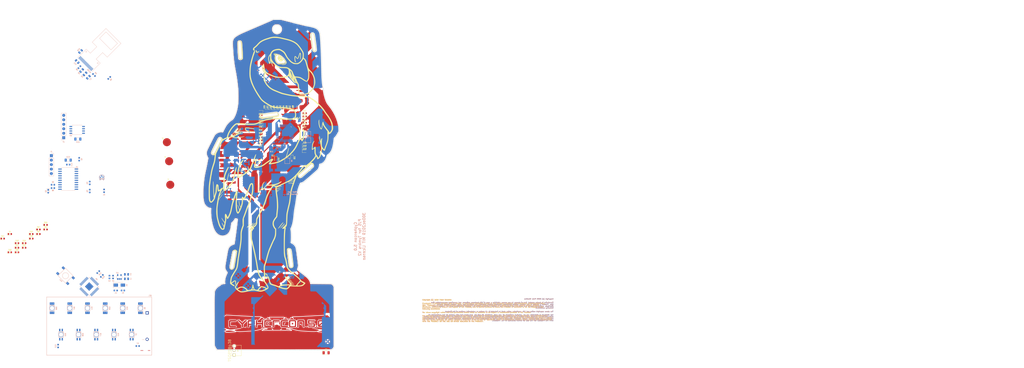
<source format=kicad_pcb>
(kicad_pcb (version 20171130) (host pcbnew "(5.1.5)-3")
  (title_block (title "Cyphercon 5.0") (date 2019-12-30) (rev V2) (company Tymkrs))
  (layers (0 F.Cu signal) (31 B.Cu signal) (34 B.Paste user hide) (35 F.Paste user hide) (36 B.SilkS user hide) (37 F.SilkS user hide) (38 B.Mask user hide) (39 F.Mask user hide) (44 Edge.Cuts user))
  (net 0 "")
  (net 1 "Net-(D10-Pad1)")
  (net 2 GND)
  (net 3 Sclk)
  (net 4 +3V3)
  (net 5 "Net-(BT1-Pad1)")
  (net 6 "Net-(C7-Pad2)")
  (net 7 "Net-(D2-Pad2)")
  (net 8 IR_OUT)
  (net 9 "Net-(D12-Pad1)")
  (net 10 "Net-(D13-Pad1)")
  (net 11 "Net-(D14-Pad1)")
  (net 12 "Net-(D15-Pad1)")
  (net 13 "Net-(D16-Pad1)")
  (net 14 "Net-(D17-Pad1)")
  (net 15 "Net-(D11-Pad1)")
  (net 16 EEPROM_CS)
  (net 17 MISO)
  (net 18 MOSI)
  (net 19 "Net-(D1-Pad2)")
  (net 20 oLED_DC)
  (net 21 oLED_Reset)
  (net 22 oLED_CS)
  (net 23 POST_CON)
  (net 24 IR_IN)
  (net 25 "Net-(C1-Pad2)")
  (net 26 "Net-(C5-Pad2)")
  (net 27 "Net-(C10-Pad2)")
  (net 28 "Net-(C10-Pad1)")
  (net 29 "Net-(C11-Pad2)")
  (net 30 "Net-(C11-Pad1)")
  (net 31 "Net-(D3-Pad1)")
  (net 32 "Net-(D4-Pad1)")
  (net 33 "Net-(D5-Pad1)")
  (net 34 "Net-(D6-Pad1)")
  (net 35 "Net-(D7-Pad4)")
  (net 36 "Net-(D7-Pad3)")
  (net 37 "Net-(D7-Pad1)")
  (net 38 "Net-(D8-Pad1)")
  (net 39 "Net-(D9-Pad1)")
  (net 40 "Net-(D12-Pad4)")
  (net 41 "Net-(D12-Pad3)")
  (net 42 "Net-(D17-Pad4)")
  (net 43 "Net-(D17-Pad3)")
  (net 44 "Net-(D18-Pad1)")
  (net 45 "Net-(D19-Pad1)")
  (net 46 "Net-(D20-Pad1)")
  (net 47 "Net-(D21-Pad1)")
  (net 48 "Net-(D22-Pad1)")
  (net 49 "Net-(D23-Pad1)")
  (net 50 "Net-(D24-Pad1)")
  (net 51 "Net-(D25-Pad1)")
  (net 52 "Net-(D26-Pad1)")
  (net 53 "Net-(D27-Pad1)")
  (net 54 "Net-(D28-Pad4)")
  (net 55 "Net-(D28-Pad3)")
  (net 56 "Net-(D28-Pad1)")
  (net 57 "Net-(D29-Pad1)")
  (net 58 "Net-(D30-Pad1)")
  (net 59 "Net-(D31-Pad1)")
  (net 60 "Net-(D32-Pad1)")
  (net 61 "Net-(D33-Pad4)")
  (net 62 "Net-(D33-Pad3)")
  (net 63 "Net-(D33-Pad1)")
  (net 64 "Net-(D34-Pad1)")
  (net 65 "Net-(D35-Pad1)")
  (net 66 "Net-(D36-Pad1)")
  (net 67 "Net-(D37-Pad1)")
  (net 68 "Net-(D38-Pad1)")
  (net 69 "Net-(D39-Pad1)")
  (net 70 "Net-(D40-Pad1)")
  (net 71 "Net-(D41-Pad1)")
  (net 72 "Net-(D42-Pad1)")
  (net 73 "Net-(D43-Pad1)")
  (net 74 "Net-(D44-Pad1)")
  (net 75 "Net-(D45-Pad1)")
  (net 76 "Net-(D46-Pad1)")
  (net 77 "Net-(D47-Pad1)")
  (net 78 "Net-(D48-Pad1)")
  (net 79 "Net-(D49-Pad1)")
  (net 80 "Net-(D50-Pad1)")
  (net 81 "Net-(D51-Pad1)")
  (net 82 "Net-(D52-Pad1)")
  (net 83 "Net-(D53-Pad1)")
  (net 84 "Net-(D54-Pad1)")
  (net 85 "Net-(D55-Pad1)")
  (net 86 "Net-(D56-Pad1)")
  (net 87 "Net-(J1-Pad5)")
  (net 88 "Net-(J1-Pad4)")
  (net 89 "Net-(J1-Pad1)")
  (net 90 SDA)
  (net 91 SCL)
  (net 92 "Net-(R10-Pad2)")
  (net 93 "Net-(R11-Pad2)")
  (net 94 "Net-(SW1-Pad1)")
  (net 95 "Net-(D57-Pad1)")
  (net 96 "Net-(D58-Pad1)")
  (net 97 "Net-(D59-Pad1)")
  (net 98 "Net-(D60-Pad1)")
  (net 99 "Net-(D61-Pad1)")
  (net 100 "Net-(D62-Pad1)")
  (net 101 "Net-(D63-Pad1)")
  (net 102 "Net-(D64-Pad1)")
  (net 103 "Net-(T1-Pad1)")
  (net 104 "Net-(T2-Pad1)")
  (net 105 "Net-(T3-Pad1)")
  (module LED_SMD:LED_0603_1608Metric (layer F.Cu) (at -28.18 133.4)
    (fp_text reference D64 (at 0 -1.43) (layer F.SilkS) (effects (font (size 0.635 0.635))))
    (fp_text value Pink_0603)
    (pad 2 smd roundrect (at 0.7875 0) (size 0.875 0.95) (layers F.Cu F.Paste F.Mask) (net 4 +3V3))
    (pad 1 smd roundrect (at -0.7875 0) (size 0.875 0.95) (layers F.Cu F.Paste F.Mask) (net 102 "Net-(D64-Pad1)"))
  )
  (module LED_SMD:LED_0603_1608Metric (layer F.Cu) (at -3.88 128.22)
    (fp_text reference D63 (at 0 -1.43) (layer F.SilkS) (effects (font (size 0.635 0.635))))
    (fp_text value Pink_0603)
    (pad 2 smd roundrect (at 0.7875 0) (size 0.875 0.95) (layers F.Cu F.Paste F.Mask) (net 4 +3V3))
    (pad 1 smd roundrect (at -0.7875 0) (size 0.875 0.95) (layers F.Cu F.Paste F.Mask) (net 101 "Net-(D63-Pad1)"))
  )
  (module LED_SMD:LED_0603_1608Metric (layer F.Cu) (at -16.03 138.58)
    (fp_text reference D62 (at 0 -1.43) (layer F.SilkS) (effects (font (size 0.635 0.635))))
    (fp_text value Pink_0603)
    (pad 2 smd roundrect (at 0.7875 0) (size 0.875 0.95) (layers F.Cu F.Paste F.Mask) (net 4 +3V3))
    (pad 1 smd roundrect (at -0.7875 0) (size 0.875 0.95) (layers F.Cu F.Paste F.Mask) (net 100 "Net-(D62-Pad1)"))
  )
  (module LED_SMD:LED_0603_1608Metric (layer F.Cu) (at -7.93 130.81)
    (fp_text reference D61 (at 0 -1.43) (layer F.SilkS) (effects (font (size 0.635 0.635))))
    (fp_text value Pink_0603)
    (pad 2 smd roundrect (at 0.7875 0) (size 0.875 0.95) (layers F.Cu F.Paste F.Mask) (net 4 +3V3))
    (pad 1 smd roundrect (at -0.7875 0) (size 0.875 0.95) (layers F.Cu F.Paste F.Mask) (net 99 "Net-(D61-Pad1)"))
  )
  (module LED_SMD:LED_0603_1608Metric (layer F.Cu) (at -11.98 133.4)
    (fp_text reference D60 (at 0 -1.43) (layer F.SilkS) (effects (font (size 0.635 0.635))))
    (fp_text value Pink_0603)
    (pad 2 smd roundrect (at 0.7875 0) (size 0.875 0.95) (layers F.Cu F.Paste F.Mask) (net 4 +3V3))
    (pad 1 smd roundrect (at -0.7875 0) (size 0.875 0.95) (layers F.Cu F.Paste F.Mask) (net 98 "Net-(D60-Pad1)"))
  )
  (module LED_SMD:LED_0603_1608Metric (layer F.Cu) (at -20.08 141.17)
    (fp_text reference D59 (at 0 -1.43) (layer F.SilkS) (effects (font (size 0.635 0.635))))
    (fp_text value Pink_0603)
    (pad 2 smd roundrect (at 0.7875 0) (size 0.875 0.95) (layers F.Cu F.Paste F.Mask) (net 4 +3V3))
    (pad 1 smd roundrect (at -0.7875 0) (size 0.875 0.95) (layers F.Cu F.Paste F.Mask) (net 97 "Net-(D59-Pad1)"))
  )
  (module LED_SMD:LED_0603_1608Metric (layer F.Cu) (at -3.88 125.63)
    (fp_text reference D56 (at 0 -1.43) (layer F.SilkS) (effects (font (size 0.635 0.635))))
    (fp_text value Pink_0603)
    (pad 2 smd roundrect (at 0.7875 0) (size 0.875 0.95) (layers F.Cu F.Paste F.Mask) (net 4 +3V3))
    (pad 1 smd roundrect (at -0.7875 0) (size 0.875 0.95) (layers F.Cu F.Paste F.Mask) (net 86 "Net-(D56-Pad1)"))
  )
  (module LED_SMD:LED_0603_1608Metric (layer F.Cu) (at -16.03 135.99)
    (fp_text reference D55 (at 0 -1.43) (layer F.SilkS) (effects (font (size 0.635 0.635))))
    (fp_text value Pink_0603)
    (pad 2 smd roundrect (at 0.7875 0) (size 0.875 0.95) (layers F.Cu F.Paste F.Mask) (net 4 +3V3))
    (pad 1 smd roundrect (at -0.7875 0) (size 0.875 0.95) (layers F.Cu F.Paste F.Mask) (net 85 "Net-(D55-Pad1)"))
  )
  (module LED_SMD:LED_0603_1608Metric (layer F.Cu) (at -7.93 128.22)
    (fp_text reference D54 (at 0 -1.43) (layer F.SilkS) (effects (font (size 0.635 0.635))))
    (fp_text value Pink_0603)
    (pad 2 smd roundrect (at 0.7875 0) (size 0.875 0.95) (layers F.Cu F.Paste F.Mask) (net 4 +3V3))
    (pad 1 smd roundrect (at -0.7875 0) (size 0.875 0.95) (layers F.Cu F.Paste F.Mask) (net 84 "Net-(D54-Pad1)"))
  )
  (module LED_SMD:LED_0603_1608Metric (layer F.Cu) (at -20.08 138.58)
    (fp_text reference D53 (at 0 -1.43) (layer F.SilkS) (effects (font (size 0.635 0.635))))
    (fp_text value Pink_0603)
    (pad 2 smd roundrect (at 0.7875 0) (size 0.875 0.95) (layers F.Cu F.Paste F.Mask) (net 4 +3V3))
    (pad 1 smd roundrect (at -0.7875 0) (size 0.875 0.95) (layers F.Cu F.Paste F.Mask) (net 83 "Net-(D53-Pad1)"))
  )
  (module LED_SMD:LED_0603_1608Metric (layer F.Cu) (at -11.98 130.81)
    (fp_text reference D52 (at 0 -1.43) (layer F.SilkS) (effects (font (size 0.635 0.635))))
    (fp_text value Pink_0603)
    (pad 2 smd roundrect (at 0.7875 0) (size 0.875 0.95) (layers F.Cu F.Paste F.Mask) (net 4 +3V3))
    (pad 1 smd roundrect (at -0.7875 0) (size 0.875 0.95) (layers F.Cu F.Paste F.Mask) (net 82 "Net-(D52-Pad1)"))
  )
  (module LED_SMD:LED_0603_1608Metric (layer F.Cu) (at 135.66436 87.502359 270)
    (fp_text reference D51 (at 0 -1.43 90) (layer F.SilkS) (effects (font (size 0.635 0.635))))
    (fp_text value Pink_0603)
    (pad 2 smd roundrect (at 0.7875 0 270) (size 0.875 0.95) (layers F.Cu F.Paste F.Mask) (net 4 +3V3))
    (pad 1 smd roundrect (at -0.7875 0 270) (size 0.875 0.95) (layers F.Cu F.Paste F.Mask) (net 81 "Net-(D51-Pad1)"))
  )
  (module LED_SMD:LED_0603_1608Metric (layer F.Cu) (at -24.13 141.17)
    (fp_text reference D50 (at 0 -1.43) (layer F.SilkS) (effects (font (size 0.635 0.635))))
    (fp_text value Pink_0603)
    (pad 2 smd roundrect (at 0.7875 0) (size 0.875 0.95) (layers F.Cu F.Paste F.Mask) (net 4 +3V3))
    (pad 1 smd roundrect (at -0.7875 0) (size 0.875 0.95) (layers F.Cu F.Paste F.Mask) (net 80 "Net-(D50-Pad1)"))
  )
  (module LED_SMD:LED_0603_1608Metric (layer F.Cu) (at 142.848565 83.910256)
    (fp_text reference D49 (at 0 -1.43) (layer F.SilkS) (effects (font (size 0.635 0.635))))
    (fp_text value Pink_0603)
    (pad 2 smd roundrect (at 0.7875 0) (size 0.875 0.95) (layers F.Cu F.Paste F.Mask) (net 4 +3V3))
    (pad 1 smd roundrect (at -0.7875 0) (size 0.875 0.95) (layers F.Cu F.Paste F.Mask) (net 79 "Net-(D49-Pad1)"))
  )
  (module LED_SMD:LED_0603_1608Metric (layer F.Cu) (at -20.08 135.99)
    (fp_text reference D48 (at 0 -1.43) (layer F.SilkS) (effects (font (size 0.635 0.635))))
    (fp_text value Pink_0603)
    (pad 2 smd roundrect (at 0.7875 0) (size 0.875 0.95) (layers F.Cu F.Paste F.Mask) (net 4 +3V3))
    (pad 1 smd roundrect (at -0.7875 0) (size 0.875 0.95) (layers F.Cu F.Paste F.Mask) (net 78 "Net-(D48-Pad1)"))
  )
  (module LED_SMD:LED_0603_1608Metric (layer F.Cu) (at 142.848565 71.337898)
    (fp_text reference D47 (at 0 -1.43) (layer F.SilkS) (effects (font (size 0.635 0.635))))
    (fp_text value Pink_0603)
    (pad 2 smd roundrect (at 0.7875 0) (size 0.875 0.95) (layers F.Cu F.Paste F.Mask) (net 4 +3V3))
    (pad 1 smd roundrect (at -0.7875 0) (size 0.875 0.95) (layers F.Cu F.Paste F.Mask) (net 77 "Net-(D47-Pad1)"))
  )
  (module LED_SMD:LED_0603_1608Metric (layer F.Cu) (at 142.848565 69.541846)
    (fp_text reference D46 (at 0 -1.43) (layer F.SilkS) (effects (font (size 0.635 0.635))))
    (fp_text value Pink_0603)
    (pad 2 smd roundrect (at 0.7875 0) (size 0.875 0.95) (layers F.Cu F.Paste F.Mask) (net 4 +3V3))
    (pad 1 smd roundrect (at -0.7875 0) (size 0.875 0.95) (layers F.Cu F.Paste F.Mask) (net 76 "Net-(D46-Pad1)"))
  )
  (module LED_SMD:LED_0603_1608Metric (layer F.Cu) (at 142.848565 67.745795)
    (fp_text reference D45 (at 0 -1.43) (layer F.SilkS) (effects (font (size 0.635 0.635))))
    (fp_text value Pink_0603)
    (pad 2 smd roundrect (at 0.7875 0) (size 0.875 0.95) (layers F.Cu F.Paste F.Mask) (net 4 +3V3))
    (pad 1 smd roundrect (at -0.7875 0) (size 0.875 0.95) (layers F.Cu F.Paste F.Mask) (net 75 "Net-(D45-Pad1)"))
  )
  (module LED_SMD:LED_0603_1608Metric (layer F.Cu) (at 142.848565 65.949744)
    (fp_text reference D43 (at 0 -1.43) (layer F.SilkS) (effects (font (size 0.635 0.635))))
    (fp_text value Pink_0603)
    (pad 2 smd roundrect (at 0.7875 0) (size 0.875 0.95) (layers F.Cu F.Paste F.Mask) (net 4 +3V3))
    (pad 1 smd roundrect (at -0.7875 0) (size 0.875 0.95) (layers F.Cu F.Paste F.Mask) (net 73 "Net-(D43-Pad1)"))
  )
  (module LED_SMD:LED_0603_1608Metric (layer F.Cu) (at 142.848565 64.153693)
    (fp_text reference D42 (at 0 -1.43) (layer F.SilkS) (effects (font (size 0.635 0.635))))
    (fp_text value Pink_0603)
    (pad 2 smd roundrect (at 0.7875 0) (size 0.875 0.95) (layers F.Cu F.Paste F.Mask) (net 4 +3V3))
    (pad 1 smd roundrect (at -0.7875 0) (size 0.875 0.95) (layers F.Cu F.Paste F.Mask) (net 72 "Net-(D42-Pad1)"))
  )
  (module LED_SMD:LED_0603_1608Metric (layer F.Cu) (at 142.848565 62.357641)
    (fp_text reference D41 (at 0 -1.43) (layer F.SilkS) (effects (font (size 0.635 0.635))))
    (fp_text value Pink_0603)
    (pad 2 smd roundrect (at 0.7875 0) (size 0.875 0.95) (layers F.Cu F.Paste F.Mask) (net 4 +3V3))
    (pad 1 smd roundrect (at -0.7875 0) (size 0.875 0.95) (layers F.Cu F.Paste F.Mask) (net 71 "Net-(D41-Pad1)"))
  )
  (module LED_SMD:LED_0603_1608Metric (layer F.Cu) (at 142.848565 82.114205)
    (fp_text reference D40 (at 0 -1.43) (layer F.SilkS) (effects (font (size 0.635 0.635))))
    (fp_text value Pink_0603)
    (pad 2 smd roundrect (at 0.7875 0) (size 0.875 0.95) (layers F.Cu F.Paste F.Mask) (net 4 +3V3))
    (pad 1 smd roundrect (at -0.7875 0) (size 0.875 0.95) (layers F.Cu F.Paste F.Mask) (net 70 "Net-(D40-Pad1)"))
  )
  (module LED_SMD:LED_0603_1608Metric (layer F.Cu) (at 137.460411 58.765539 90)
    (fp_text reference D38 (at 0 -1.43 90) (layer F.SilkS) (effects (font (size 0.635 0.635))))
    (fp_text value Pink_0603)
    (pad 2 smd roundrect (at 0.7875 0 90) (size 0.875 0.95) (layers F.Cu F.Paste F.Mask) (net 4 +3V3))
    (pad 1 smd roundrect (at -0.7875 0 90) (size 0.875 0.95) (layers F.Cu F.Paste F.Mask) (net 68 "Net-(D38-Pad1)"))
  )
  (module LED_SMD:LED_0603_1608Metric (layer F.Cu) (at 135.66436 58.765539 90)
    (fp_text reference D37 (at 0 -1.43 90) (layer F.SilkS) (effects (font (size 0.635 0.635))))
    (fp_text value Pink_0603)
    (pad 2 smd roundrect (at 0.7875 0 90) (size 0.875 0.95) (layers F.Cu F.Paste F.Mask) (net 4 +3V3))
    (pad 1 smd roundrect (at -0.7875 0 90) (size 0.875 0.95) (layers F.Cu F.Paste F.Mask) (net 67 "Net-(D37-Pad1)"))
  )
  (module LED_SMD:LED_0603_1608Metric (layer F.Cu) (at 142.848565 80.318154)
    (fp_text reference D36 (at 0 -1.43) (layer F.SilkS) (effects (font (size 0.635 0.635))))
    (fp_text value Pink_0603)
    (pad 2 smd roundrect (at 0.7875 0) (size 0.875 0.95) (layers F.Cu F.Paste F.Mask) (net 4 +3V3))
    (pad 1 smd roundrect (at -0.7875 0) (size 0.875 0.95) (layers F.Cu F.Paste F.Mask) (net 66 "Net-(D36-Pad1)"))
  )
  (module LED_SMD:LED_0603_1608Metric (layer F.Cu) (at 133.868308 58.765539 90)
    (fp_text reference D35 (at 0 -1.43 90) (layer F.SilkS) (effects (font (size 0.635 0.635))))
    (fp_text value Pink_0603)
    (pad 2 smd roundrect (at 0.7875 0 90) (size 0.875 0.95) (layers F.Cu F.Paste F.Mask) (net 4 +3V3))
    (pad 1 smd roundrect (at -0.7875 0 90) (size 0.875 0.95) (layers F.Cu F.Paste F.Mask) (net 65 "Net-(D35-Pad1)"))
  )
  (module LED_SMD:LED_0603_1608Metric (layer F.Cu) (at 132.072257 58.765539 90)
    (fp_text reference D34 (at 0 -1.43 90) (layer F.SilkS) (effects (font (size 0.635 0.635))))
    (fp_text value Pink_0603)
    (pad 2 smd roundrect (at 0.7875 0 90) (size 0.875 0.95) (layers F.Cu F.Paste F.Mask) (net 4 +3V3))
    (pad 1 smd roundrect (at -0.7875 0 90) (size 0.875 0.95) (layers F.Cu F.Paste F.Mask) (net 64 "Net-(D34-Pad1)"))
  )
  (module LED_SMD:LED_0603_1608Metric (layer F.Cu) (at 130.276206 58.765539 90)
    (fp_text reference D32 (at 0 -1.43 90) (layer F.SilkS) (effects (font (size 0.635 0.635))))
    (fp_text value Pink_0603)
    (pad 2 smd roundrect (at 0.7875 0 90) (size 0.875 0.95) (layers F.Cu F.Paste F.Mask) (net 4 +3V3))
    (pad 1 smd roundrect (at -0.7875 0 90) (size 0.875 0.95) (layers F.Cu F.Paste F.Mask) (net 60 "Net-(D32-Pad1)"))
  )
  (module LED_SMD:LED_0603_1608Metric (layer F.Cu) (at 128.480155 58.765539 90)
    (fp_text reference D31 (at 0 -1.43 90) (layer F.SilkS) (effects (font (size 0.635 0.635))))
    (fp_text value Pink_0603)
    (pad 2 smd roundrect (at 0.7875 0 90) (size 0.875 0.95) (layers F.Cu F.Paste F.Mask) (net 4 +3V3))
    (pad 1 smd roundrect (at -0.7875 0 90) (size 0.875 0.95) (layers F.Cu F.Paste F.Mask) (net 59 "Net-(D31-Pad1)"))
  )
  (module LED_SMD:LED_0603_1608Metric (layer F.Cu) (at 126.684104 58.765539 90)
    (fp_text reference D30 (at 0 -1.43 90) (layer F.SilkS) (effects (font (size 0.635 0.635))))
    (fp_text value Pink_0603)
    (pad 2 smd roundrect (at 0.7875 0 90) (size 0.875 0.95) (layers F.Cu F.Paste F.Mask) (net 4 +3V3))
    (pad 1 smd roundrect (at -0.7875 0 90) (size 0.875 0.95) (layers F.Cu F.Paste F.Mask) (net 58 "Net-(D30-Pad1)"))
  )
  (module LED_SMD:LED_0603_1608Metric (layer F.Cu) (at 124.888052 58.765539 90)
    (fp_text reference D29 (at 0 -1.43 90) (layer F.SilkS) (effects (font (size 0.635 0.635))))
    (fp_text value Pink_0603)
    (pad 2 smd roundrect (at 0.7875 0 90) (size 0.875 0.95) (layers F.Cu F.Paste F.Mask) (net 4 +3V3))
    (pad 1 smd roundrect (at -0.7875 0 90) (size 0.875 0.95) (layers F.Cu F.Paste F.Mask) (net 57 "Net-(D29-Pad1)"))
  )
  (module LED_SMD:LED_0603_1608Metric (layer F.Cu) (at 123.092001 58.765539 90)
    (fp_text reference D27 (at 0 -1.43 90) (layer F.SilkS) (effects (font (size 0.635 0.635))))
    (fp_text value Pink_0603)
    (pad 2 smd roundrect (at 0.7875 0 90) (size 0.875 0.95) (layers F.Cu F.Paste F.Mask) (net 4 +3V3))
    (pad 1 smd roundrect (at -0.7875 0 90) (size 0.875 0.95) (layers F.Cu F.Paste F.Mask) (net 53 "Net-(D27-Pad1)"))
  )
  (module LED_SMD:LED_0603_1608Metric (layer F.Cu) (at 121.29595 58.765539 90)
    (fp_text reference D26 (at 0 -1.43 90) (layer F.SilkS) (effects (font (size 0.635 0.635))))
    (fp_text value Pink_0603)
    (pad 2 smd roundrect (at 0.7875 0 90) (size 0.875 0.95) (layers F.Cu F.Paste F.Mask) (net 4 +3V3))
    (pad 1 smd roundrect (at -0.7875 0 90) (size 0.875 0.95) (layers F.Cu F.Paste F.Mask) (net 52 "Net-(D26-Pad1)"))
  )
  (module LED_SMD:LED_0603_1608Metric (layer F.Cu) (at 117.703847 61.459616 180)
    (fp_text reference D25 (at 0 -1.43) (layer F.SilkS) (effects (font (size 0.635 0.635))))
    (fp_text value Pink_0603)
    (pad 2 smd roundrect (at 0.7875 0 180) (size 0.875 0.95) (layers F.Cu F.Paste F.Mask) (net 4 +3V3))
    (pad 1 smd roundrect (at -0.7875 0 180) (size 0.875 0.95) (layers F.Cu F.Paste F.Mask) (net 51 "Net-(D25-Pad1)"))
  )
  (module LED_SMD:LED_0603_1608Metric (layer F.Cu) (at 117.703847 63.255667 180)
    (fp_text reference D24 (at 0 -1.43) (layer F.SilkS) (effects (font (size 0.635 0.635))))
    (fp_text value Pink_0603)
    (pad 2 smd roundrect (at 0.7875 0 180) (size 0.875 0.95) (layers F.Cu F.Paste F.Mask) (net 4 +3V3))
    (pad 1 smd roundrect (at -0.7875 0 180) (size 0.875 0.95) (layers F.Cu F.Paste F.Mask) (net 50 "Net-(D24-Pad1)"))
  )
  (module LED_SMD:LED_0603_1608Metric (layer F.Cu) (at 117.703847 65.051718 180)
    (fp_text reference D22 (at 0 -1.43) (layer F.SilkS) (effects (font (size 0.635 0.635))))
    (fp_text value Pink_0603)
    (pad 2 smd roundrect (at 0.7875 0 180) (size 0.875 0.95) (layers F.Cu F.Paste F.Mask) (net 4 +3V3))
    (pad 1 smd roundrect (at -0.7875 0 180) (size 0.875 0.95) (layers F.Cu F.Paste F.Mask) (net 48 "Net-(D22-Pad1)"))
  )
  (module LED_SMD:LED_0603_1608Metric (layer F.Cu) (at 117.703847 66.847769 180)
    (fp_text reference D21 (at 0 -1.43) (layer F.SilkS) (effects (font (size 0.635 0.635))))
    (fp_text value Pink_0603)
    (pad 2 smd roundrect (at 0.7875 0 180) (size 0.875 0.95) (layers F.Cu F.Paste F.Mask) (net 4 +3V3))
    (pad 1 smd roundrect (at -0.7875 0 180) (size 0.875 0.95) (layers F.Cu F.Paste F.Mask) (net 47 "Net-(D21-Pad1)"))
  )
  (module LED_SMD:LED_0603_1608Metric (layer F.Cu) (at 117.703847 68.643821 180)
    (fp_text reference D20 (at 0 -1.43) (layer F.SilkS) (effects (font (size 0.635 0.635))))
    (fp_text value Pink_0603)
    (pad 2 smd roundrect (at 0.7875 0 180) (size 0.875 0.95) (layers F.Cu F.Paste F.Mask) (net 4 +3V3))
    (pad 1 smd roundrect (at -0.7875 0 180) (size 0.875 0.95) (layers F.Cu F.Paste F.Mask) (net 46 "Net-(D20-Pad1)"))
  )
  (module LED_SMD:LED_0603_1608Metric (layer F.Cu) (at 117.703847 70.439872 180)
    (fp_text reference D19 (at 0 -1.43) (layer F.SilkS) (effects (font (size 0.635 0.635))))
    (fp_text value Pink_0603)
    (pad 2 smd roundrect (at 0.7875 0 180) (size 0.875 0.95) (layers F.Cu F.Paste F.Mask) (net 4 +3V3))
    (pad 1 smd roundrect (at -0.7875 0 180) (size 0.875 0.95) (layers F.Cu F.Paste F.Mask) (net 45 "Net-(D19-Pad1)"))
  )
  (module LED_SMD:LED_0603_1608Metric (layer F.Cu) (at 117.703847 72.235923 180)
    (fp_text reference D18 (at 0 -1.43) (layer F.SilkS) (effects (font (size 0.635 0.635))))
    (fp_text value Pink_0603)
    (pad 2 smd roundrect (at 0.7875 0 180) (size 0.875 0.95) (layers F.Cu F.Paste F.Mask) (net 4 +3V3))
    (pad 1 smd roundrect (at -0.7875 0 180) (size 0.875 0.95) (layers F.Cu F.Paste F.Mask) (net 44 "Net-(D18-Pad1)"))
  )
  (module LED_SMD:LED_0603_1608Metric (layer F.Cu) (at 117.703847 74.031974 180)
    (fp_text reference D16 (at 0 -1.43) (layer F.SilkS) (effects (font (size 0.635 0.635))))
    (fp_text value Pink_0603)
    (pad 2 smd roundrect (at 0.7875 0 180) (size 0.875 0.95) (layers F.Cu F.Paste F.Mask) (net 4 +3V3))
    (pad 1 smd roundrect (at -0.7875 0 180) (size 0.875 0.95) (layers F.Cu F.Paste F.Mask) (net 13 "Net-(D16-Pad1)"))
  )
  (module LED_SMD:LED_0603_1608Metric (layer F.Cu) (at 117.703847 75.828026 180)
    (fp_text reference D15 (at 0 -1.43) (layer F.SilkS) (effects (font (size 0.635 0.635))))
    (fp_text value Pink_0603)
    (pad 2 smd roundrect (at 0.7875 0 180) (size 0.875 0.95) (layers F.Cu F.Paste F.Mask) (net 4 +3V3))
    (pad 1 smd roundrect (at -0.7875 0 180) (size 0.875 0.95) (layers F.Cu F.Paste F.Mask) (net 12 "Net-(D15-Pad1)"))
  )
  (module LED_SMD:LED_0603_1608Metric (layer F.Cu) (at -24.13 130.81)
    (fp_text reference D4 (at 0 -1.43) (layer F.SilkS) (effects (font (size 0.635 0.635))))
    (fp_text value Pink_0603)
    (pad 2 smd roundrect (at 0.7875 0) (size 0.875 0.95) (layers F.Cu F.Paste F.Mask) (net 4 +3V3))
    (pad 1 smd roundrect (at -0.7875 0) (size 0.875 0.95) (layers F.Cu F.Paste F.Mask) (net 32 "Net-(D4-Pad1)"))
  )
  (module PJS_smt_parts:Touch_180mil (layer F.Cu) (at 66.04 89.535)
    (fp_text reference T2 (at -2.286 -2.286) (layer F.SilkS) (effects (font (size 0.635 0.635))))
    (fp_text value Pad)
    (pad 1 smd circle (at 0 0) (size 4.572 4.572) (layers F.Cu) (net 104 "Net-(T2-Pad1)"))
  )
  (module PJS_smt_parts:Touch_180mil (layer F.Cu) (at 64.77 78.74)
    (fp_text reference T3 (at -2.413 -2.159) (layer F.SilkS) (effects (font (size 0.635 0.635))))
    (fp_text value Pad)
    (pad 1 smd circle (at 0 0) (size 4.572 4.572) (layers F.Cu) (net 105 "Net-(T3-Pad1)"))
  )
  (module PJS_smt_parts:Touch_180mil (layer F.Cu) (at 66.675 102.87)
    (fp_text reference T1 (at -1.016 -3.048) (layer F.SilkS) (effects (font (size 0.635 0.635))))
    (fp_text value Pad)
    (pad 1 smd circle (at 0 0) (size 4.572 4.572) (layers F.Cu) (net 103 "Net-(T1-Pad1)"))
  )
  (module LED_SMD:LED_0603_1608Metric (layer F.Cu) (at 117.703847 79.420128 180)
    (fp_text reference D13 (at 0 -1.43) (layer F.SilkS) (effects (font (size 0.635 0.635))))
    (fp_text value Pink_0603)
    (pad 2 smd roundrect (at 0.7875 0 180) (size 0.875 0.95) (layers F.Cu F.Paste F.Mask) (net 4 +3V3))
    (pad 1 smd roundrect (at -0.7875 0 180) (size 0.875 0.95) (layers F.Cu F.Paste F.Mask) (net 10 "Net-(D13-Pad1)"))
  )
  (module LED_SMD:LED_0603_1608Metric (layer F.Cu) (at 124.888052 88.400384 270)
    (fp_text reference D11 (at -2.162714 0.008922) (layer F.SilkS) (effects (font (size 0.635 0.635))))
    (fp_text value Pink_0603)
    (pad 2 smd roundrect (at 0.7875 0 270) (size 0.875 0.95) (layers F.Cu F.Paste F.Mask) (net 4 +3V3))
    (pad 1 smd roundrect (at -0.7875 0 270) (size 0.875 0.95) (layers F.Cu F.Paste F.Mask) (net 15 "Net-(D11-Pad1)"))
  )
  (module LED_SMD:LED_0603_1608Metric (layer F.Cu) (at 117.703847 77.624077 180)
    (fp_text reference D14 (at 0 -1.43) (layer F.SilkS) (effects (font (size 0.635 0.635))))
    (fp_text value Pink_0603)
    (pad 2 smd roundrect (at 0.7875 0 180) (size 0.875 0.95) (layers F.Cu F.Paste F.Mask) (net 4 +3V3))
    (pad 1 smd roundrect (at -0.7875 0 180) (size 0.875 0.95) (layers F.Cu F.Paste F.Mask) (net 11 "Net-(D14-Pad1)"))
  )
  (module LED_SMD:LED_0603_1608Metric (layer F.Cu) (at 126.684104 88.400384 270)
    (fp_text reference D10 (at 0 -1.43 90) (layer F.SilkS) (effects (font (size 0.635 0.635))))
    (fp_text value Pink_0603)
    (pad 2 smd roundrect (at 0.7875 0 270) (size 0.875 0.95) (layers F.Cu F.Paste F.Mask) (net 4 +3V3))
    (pad 1 smd roundrect (at -0.7875 0 270) (size 0.875 0.95) (layers F.Cu F.Paste F.Mask) (net 1 "Net-(D10-Pad1)"))
  )
  (module tymkrs:cypheron2020_flamingo_eye (layer F.Cu) (at 547.285102 69.12)
    (fp_text reference icon11 hide)
    (fp_text value "Eye location" hide)
  )
  (module tymkrs:cypheron2020_flamingo_silk (layer F.Cu) (at 127 101.6)
    (fp_text reference icon10 hide)
    (fp_text value Silk hide)
  )
  (module tymkrs:cypheron2020_flamingo_led_guide (layer F.Cu) (at 127 101.6)
    (fp_text reference icon9 hide)
    (fp_text value "LED guide" hide)
  )
  (module tymkrs:cypheron2020_flamingo_icons_soldermask (layer F.Cu) (at 127 101.6)
    (fp_text reference icon8 hide)
    (fp_text value "Icon soldermask" hide)
  )
  (module tymkrs:cypheron2020_flamingo_icons_copperkeepout (layer F.Cu) (at 127 101.6)
    (fp_text reference icon7 hide)
    (fp_text value "Icon keepout" hide)
  )
  (module tymkrs:cypheron2020_flamingo_cuts (layer F.Cu) (at 127 101.6)
    (fp_text reference icon6 hide)
    (fp_text value "Cut lines" hide)
    (fp_line (start 7.389769 -91.29371) (end 7.389769 -91.29371) (layer Edge.Cuts) (width 0.18))
    (fp_line (start 2.229538 -92.6) (end 7.389769 -91.29371) (layer Edge.Cuts) (width 0.18))
    (fp_line (start -1.971816 -92.6) (end 2.229538 -92.6) (layer Edge.Cuts) (width 0.18))
    (fp_line (start -2.560908 -92.295034) (end -1.971816 -92.6) (layer Edge.Cuts) (width 0.18))
    (fp_line (start -2.637201 -92.257948) (end -2.560908 -92.295034) (layer Edge.Cuts) (width 0.18))
    (fp_line (start -2.912126 -92.132303) (end -2.637201 -92.257948) (layer Edge.Cuts) (width 0.18))
    (fp_line (start -3.348103 -91.938108) (end -2.912126 -92.132303) (layer Edge.Cuts) (width 0.18))
    (fp_line (start -3.930266 -91.681823) (end -3.348103 -91.938108) (layer Edge.Cuts) (width 0.18))
    (fp_line (start -4.643752 -91.36991) (end -3.930266 -91.681823) (layer Edge.Cuts) (width 0.18))
    (fp_line (start -5.473695 -91.00883) (end -4.643752 -91.36991) (layer Edge.Cuts) (width 0.18))
    (fp_line (start -6.405231 -90.605045) (end -5.473695 -91.00883) (layer Edge.Cuts) (width 0.18))
    (fp_line (start -7.423494 -90.165015) (end -6.405231 -90.605045) (layer Edge.Cuts) (width 0.18))
    (fp_line (start -8.51362 -89.695201) (end -7.423494 -90.165015) (layer Edge.Cuts) (width 0.18))
    (fp_line (start -9.660744 -89.202066) (end -8.51362 -89.695201) (layer Edge.Cuts) (width 0.18))
    (fp_line (start -10.85 -88.692069) (end -9.660744 -89.202066) (layer Edge.Cuts) (width 0.18))
    (fp_line (start -11.956138 -88.218244) (end -10.85 -88.692069) (layer Edge.Cuts) (width 0.18))
    (fp_line (start -13.338711 -87.625692) (end -11.956138 -88.218244) (layer Edge.Cuts) (width 0.18))
    (fp_line (start -14.559715 -87.101751) (end -13.338711 -87.625692) (layer Edge.Cuts) (width 0.18))
    (fp_line (start -15.563525 -86.670102) (end -14.559715 -87.101751) (layer Edge.Cuts) (width 0.18))
    (fp_line (start -2.383801 -87.08611) (end -2.393363 -86.670102) (layer Edge.Cuts) (width 0.18))
    (fp_line (start -2.347045 -87.424187) (end -2.383801 -87.08611) (layer Edge.Cuts) (width 0.18))
    (fp_line (start -2.148643 -88.07575) (end -2.347045 -87.424187) (layer Edge.Cuts) (width 0.18))
    (fp_line (start -1.785659 -88.61513) (end -2.148643 -88.07575) (layer Edge.Cuts) (width 0.18))
    (fp_line (start -1.255199 -89.047357) (end -1.785659 -88.61513) (layer Edge.Cuts) (width 0.18))
    (fp_line (start -1.120438 -89.128509) (end -1.255199 -89.047357) (layer Edge.Cuts) (width 0.18))
    (fp_line (start -0.882995 -89.247592) (end -1.120438 -89.128509) (layer Edge.Cuts) (width 0.18))
    (fp_line (start -0.644472 -89.314343) (end -0.882995 -89.247592) (layer Edge.Cuts) (width 0.18))
    (fp_line (start -0.338616 -89.343551) (end -0.644472 -89.314343) (layer Edge.Cuts) (width 0.18))
    (fp_line (start 0.100828 -89.35) (end -0.338616 -89.343551) (layer Edge.Cuts) (width 0.18))
    (fp_line (start 0.453821 -89.347282) (end 0.100828 -89.35) (layer Edge.Cuts) (width 0.18))
    (fp_line (start 0.772288 -89.32697) (end 0.453821 -89.347282) (layer Edge.Cuts) (width 0.18))
    (fp_line (start 1.010035 -89.271983) (end 0.772288 -89.32697) (layer Edge.Cuts) (width 0.18))
    (fp_line (start 1.233633 -89.165306) (end 1.010035 -89.271983) (layer Edge.Cuts) (width 0.18))
    (fp_line (start 1.509655 -88.989924) (end 1.233633 -89.165306) (layer Edge.Cuts) (width 0.18))
    (fp_line (start 1.807027 -88.762214) (end 1.509655 -88.989924) (layer Edge.Cuts) (width 0.18))
    (fp_line (start 2.256642 -88.24799) (end 1.807027 -88.762214) (layer Edge.Cuts) (width 0.18))
    (fp_line (start 2.544653 -87.655684) (end 2.256642 -88.24799) (layer Edge.Cuts) (width 0.18))
    (fp_line (start 2.662899 -87.016726) (end 2.544653 -87.655684) (layer Edge.Cuts) (width 0.18))
    (fp_line (start 2.603221 -86.362544) (end 2.662899 -87.016726) (layer Edge.Cuts) (width 0.18))
    (fp_line (start 2.357457 -85.724568) (end 2.603221 -86.362544) (layer Edge.Cuts) (width 0.18))
    (fp_line (start 2.080442 -85.306811) (end 2.357457 -85.724568) (layer Edge.Cuts) (width 0.18))
    (fp_line (start 1.597106 -84.852693) (end 2.080442 -85.306811) (layer Edge.Cuts) (width 0.18))
    (fp_line (start 0.98902 -84.546127) (end 1.597106 -84.852693) (layer Edge.Cuts) (width 0.18))
    (fp_line (start 0.663223 -84.455339) (end 0.98902 -84.546127) (layer Edge.Cuts) (width 0.18))
    (fp_line (start -0.010982 -84.40909) (end 0.663223 -84.455339) (layer Edge.Cuts) (width 0.18))
    (fp_line (start -0.663838 -84.53983) (end -0.010982 -84.40909) (layer Edge.Cuts) (width 0.18))
    (fp_line (start -1.261516 -84.8335) (end -0.663838 -84.53983) (layer Edge.Cuts) (width 0.18))
    (fp_line (start -1.770191 -85.276037) (end -1.261516 -84.8335) (layer Edge.Cuts) (width 0.18))
    (fp_line (start -2.156036 -85.853384) (end -1.770191 -85.276037) (layer Edge.Cuts) (width 0.18))
    (fp_line (start -2.248078 -86.050878) (end -2.156036 -85.853384) (layer Edge.Cuts) (width 0.18))
    (fp_line (start -2.35397 -86.356672) (end -2.248078 -86.050878) (layer Edge.Cuts) (width 0.18))
    (fp_line (start -2.393363 -86.670102) (end -2.35397 -86.356672) (layer Edge.Cuts) (width 0.18))
    (fp_line (start -15.632116 -86.640607) (end -15.563525 -86.670102) (layer Edge.Cuts) (width 0.18))
    (fp_line (start -16.56888 -86.236445) (end -15.632116 -86.640607) (layer Edge.Cuts) (width 0.18))
    (fp_line (start -17.382973 -85.883453) (end -16.56888 -86.236445) (layer Edge.Cuts) (width 0.18))
    (fp_line (start -18.087361 -85.575817) (end -17.382973 -85.883453) (layer Edge.Cuts) (width 0.18))
    (fp_line (start -18.69501 -85.307722) (end -18.087361 -85.575817) (layer Edge.Cuts) (width 0.18))
    (fp_line (start -19.218887 -85.073355) (end -18.69501 -85.307722) (layer Edge.Cuts) (width 0.18))
    (fp_line (start -19.671956 -84.866902) (end -19.218887 -85.073355) (layer Edge.Cuts) (width 0.18))
    (fp_line (start -20.067185 -84.682549) (end -19.671956 -84.866902) (layer Edge.Cuts) (width 0.18))
    (fp_line (start -20.417539 -84.514482) (end -20.067185 -84.682549) (layer Edge.Cuts) (width 0.18))
    (fp_line (start -20.735985 -84.356888) (end -20.417539 -84.514482) (layer Edge.Cuts) (width 0.18))
    (fp_line (start -21.035487 -84.203953) (end -20.735985 -84.356888) (layer Edge.Cuts) (width 0.18))
    (fp_line (start -21.329014 -84.049862) (end -21.035487 -84.203953) (layer Edge.Cuts) (width 0.18))
    (fp_line (start -21.629529 -83.888803) (end -21.329014 -84.049862) (layer Edge.Cuts) (width 0.18))
    (fp_line (start -21.843701 -83.772624) (end -21.629529 -83.888803) (layer Edge.Cuts) (width 0.18))
    (fp_line (start 19.227145 -83.959395) (end 19.2 -83.772624) (layer Edge.Cuts) (width 0.18))
    (fp_line (start 19.396351 -84.303614) (end 19.227145 -83.959395) (layer Edge.Cuts) (width 0.18))
    (fp_line (start 19.672155 -84.590077) (end 19.396351 -84.303614) (layer Edge.Cuts) (width 0.18))
    (fp_line (start 19.998015 -84.749565) (end 19.672155 -84.590077) (layer Edge.Cuts) (width 0.18))
    (fp_line (start 20.162886 -84.768552) (end 19.998015 -84.749565) (layer Edge.Cuts) (width 0.18))
    (fp_line (start 20.556672 -84.689197) (end 20.162886 -84.768552) (layer Edge.Cuts) (width 0.18))
    (fp_line (start 20.899482 -84.460837) (end 20.556672 -84.689197) (layer Edge.Cuts) (width 0.18))
    (fp_line (start 21.130723 -84.117296) (end 20.899482 -84.460837) (layer Edge.Cuts) (width 0.18))
    (fp_line (start 21.158968 -84.02498) (end 21.130723 -84.117296) (layer Edge.Cuts) (width 0.18))
    (fp_line (start 21.223945 -83.725654) (end 21.158968 -84.02498) (layer Edge.Cuts) (width 0.18))
    (fp_line (start 21.305189 -83.274148) (end 21.223945 -83.725654) (layer Edge.Cuts) (width 0.18))
    (fp_line (start 21.399404 -82.695457) (end 21.305189 -83.274148) (layer Edge.Cuts) (width 0.18))
    (fp_line (start 21.503295 -82.014577) (end 21.399404 -82.695457) (layer Edge.Cuts) (width 0.18))
    (fp_line (start 21.613565 -81.256502) (end 21.503295 -82.014577) (layer Edge.Cuts) (width 0.18))
    (fp_line (start 21.726921 -80.44623) (end 21.613565 -81.256502) (layer Edge.Cuts) (width 0.18))
    (fp_line (start 21.840065 -79.608754) (end 21.726921 -80.44623) (layer Edge.Cuts) (width 0.18))
    (fp_line (start 21.949703 -78.769072) (end 21.840065 -79.608754) (layer Edge.Cuts) (width 0.18))
    (fp_line (start 22.052539 -77.952177) (end 21.949703 -78.769072) (layer Edge.Cuts) (width 0.18))
    (fp_line (start 22.145277 -77.183066) (end 22.052539 -77.952177) (layer Edge.Cuts) (width 0.18))
    (fp_line (start 22.224622 -76.486734) (end 22.145277 -77.183066) (layer Edge.Cuts) (width 0.18))
    (fp_line (start 22.287278 -75.888177) (end 22.224622 -76.486734) (layer Edge.Cuts) (width 0.18))
    (fp_line (start 22.329949 -75.41239) (end 22.287278 -75.888177) (layer Edge.Cuts) (width 0.18))
    (fp_line (start 22.349341 -75.084369) (end 22.329949 -75.41239) (layer Edge.Cuts) (width 0.18))
    (fp_line (start 22.342156 -74.929109) (end 22.349341 -75.084369) (layer Edge.Cuts) (width 0.18))
    (fp_line (start 22.215855 -74.709286) (end 22.342156 -74.929109) (layer Edge.Cuts) (width 0.18))
    (fp_line (start 22 -74.489728) (end 22.215855 -74.709286) (layer Edge.Cuts) (width 0.18))
    (fp_line (start 21.897643 -74.422337) (end 22 -74.489728) (layer Edge.Cuts) (width 0.18))
    (fp_line (start 21.481605 -74.267839) (end 21.897643 -74.422337) (layer Edge.Cuts) (width 0.18))
    (fp_line (start 21.079585 -74.287122) (end 21.481605 -74.267839) (layer Edge.Cuts) (width 0.18))
    (fp_line (start 20.731659 -74.471675) (end 21.079585 -74.287122) (layer Edge.Cuts) (width 0.18))
    (fp_line (start 20.477907 -74.812985) (end 20.731659 -74.471675) (layer Edge.Cuts) (width 0.18))
    (fp_line (start 20.47224 -74.827544) (end 20.477907 -74.812985) (layer Edge.Cuts) (width 0.18))
    (fp_line (start 20.426856 -75.018069) (end 20.47224 -74.827544) (layer Edge.Cuts) (width 0.18))
    (fp_line (start 20.360107 -75.376865) (end 20.426856 -75.018069) (layer Edge.Cuts) (width 0.18))
    (fp_line (start 20.275624 -75.87848) (end 20.360107 -75.376865) (layer Edge.Cuts) (width 0.18))
    (fp_line (start 20.177036 -76.49746) (end 20.275624 -75.87848) (layer Edge.Cuts) (width 0.18))
    (fp_line (start 20.067975 -77.208351) (end 20.177036 -76.49746) (layer Edge.Cuts) (width 0.18))
    (fp_line (start 19.95207 -77.985701) (end 20.067975 -77.208351) (layer Edge.Cuts) (width 0.18))
    (fp_line (start 19.832953 -78.804055) (end 19.95207 -77.985701) (layer Edge.Cuts) (width 0.18))
    (fp_line (start 19.714253 -79.637959) (end 19.832953 -78.804055) (layer Edge.Cuts) (width 0.18))
    (fp_line (start 19.599601 -80.461962) (end 19.714253 -79.637959) (layer Edge.Cuts) (width 0.18))
    (fp_line (start 19.492627 -81.250608) (end 19.599601 -80.461962) (layer Edge.Cuts) (width 0.18))
    (fp_line (start 19.396962 -81.978444) (end 19.492627 -81.250608) (layer Edge.Cuts) (width 0.18))
    (fp_line (start 19.316237 -82.620018) (end 19.396962 -81.978444) (layer Edge.Cuts) (width 0.18))
    (fp_line (start 19.254081 -83.149874) (end 19.316237 -82.620018) (layer Edge.Cuts) (width 0.18))
    (fp_line (start 19.214125 -83.542561) (end 19.254081 -83.149874) (layer Edge.Cuts) (width 0.18))
    (fp_line (start 19.2 -83.772624) (end 19.214125 -83.542561) (layer Edge.Cuts) (width 0.18))
    (fp_line (start -21.95 -83.714961) (end -21.843701 -83.772624) (layer Edge.Cuts) (width 0.18))
    (fp_line (start -22.74449 -83.255099) (end -21.95 -83.714961) (layer Edge.Cuts) (width 0.18))
    (fp_line (start -23.523016 -82.717117) (end -22.74449 -83.255099) (layer Edge.Cuts) (width 0.18))
    (fp_line (start -24.132004 -82.166713) (end -23.523016 -82.717117) (layer Edge.Cuts) (width 0.18))
    (fp_line (start -24.586466 -81.578793) (end -24.132004 -82.166713) (layer Edge.Cuts) (width 0.18))
    (fp_line (start -24.901414 -80.928261) (end -24.586466 -81.578793) (layer Edge.Cuts) (width 0.18))
    (fp_line (start -25.091859 -80.190023) (end -24.901414 -80.928261) (layer Edge.Cuts) (width 0.18))
    (fp_line (start -25.172813 -79.338983) (end -25.091859 -80.190023) (layer Edge.Cuts) (width 0.18))
    (fp_line (start -25.164809 -78.753746) (end -25.172813 -79.338983) (layer Edge.Cuts) (width 0.18))
    (fp_line (start -21.982053 -79.256611) (end -21.994749 -78.753746) (layer Edge.Cuts) (width 0.18))
    (fp_line (start -21.938493 -79.609171) (end -21.982053 -79.256611) (layer Edge.Cuts) (width 0.18))
    (fp_line (start -21.852006 -79.84982) (end -21.938493 -79.609171) (layer Edge.Cuts) (width 0.18))
    (fp_line (start -21.71053 -80.016953) (end -21.852006 -79.84982) (layer Edge.Cuts) (width 0.18))
    (fp_line (start -21.502002 -80.148965) (end -21.71053 -80.016953) (layer Edge.Cuts) (width 0.18))
    (fp_line (start -21.290982 -80.240551) (end -21.502002 -80.148965) (layer Edge.Cuts) (width 0.18))
    (fp_line (start -20.908505 -80.287598) (end -21.290982 -80.240551) (layer Edge.Cuts) (width 0.18))
    (fp_line (start -20.514503 -80.1575) (end -20.908505 -80.287598) (layer Edge.Cuts) (width 0.18))
    (fp_line (start -20.430553 -80.11178) (end -20.514503 -80.1575) (layer Edge.Cuts) (width 0.18))
    (fp_line (start -20.32353 -80.037061) (end -20.430553 -80.11178) (layer Edge.Cuts) (width 0.18))
    (fp_line (start -20.233518 -79.937651) (end -20.32353 -80.037061) (layer Edge.Cuts) (width 0.18))
    (fp_line (start -20.157955 -79.79604) (end -20.233518 -79.937651) (layer Edge.Cuts) (width 0.18))
    (fp_line (start -20.094279 -79.594713) (end -20.157955 -79.79604) (layer Edge.Cuts) (width 0.18))
    (fp_line (start -20.039929 -79.31616) (end -20.094279 -79.594713) (layer Edge.Cuts) (width 0.18))
    (fp_line (start -19.992342 -78.942866) (end -20.039929 -79.31616) (layer Edge.Cuts) (width 0.18))
    (fp_line (start -19.948956 -78.45732) (end -19.992342 -78.942866) (layer Edge.Cuts) (width 0.18))
    (fp_line (start -19.90721 -77.84201) (end -19.948956 -78.45732) (layer Edge.Cuts) (width 0.18))
    (fp_line (start -19.864541 -77.079422) (end -19.90721 -77.84201) (layer Edge.Cuts) (width 0.18))
    (fp_line (start -19.818388 -76.152045) (end -19.864541 -77.079422) (layer Edge.Cuts) (width 0.18))
    (fp_line (start -19.766187 -75.042365) (end -19.818388 -76.152045) (layer Edge.Cuts) (width 0.18))
    (fp_line (start -19.716127 -73.955499) (end -19.766187 -75.042365) (layer Edge.Cuts) (width 0.18))
    (fp_line (start -19.675201 -73.017334) (end -19.716127 -73.955499) (layer Edge.Cuts) (width 0.18))
    (fp_line (start -19.646147 -72.244485) (end -19.675201 -73.017334) (layer Edge.Cuts) (width 0.18))
    (fp_line (start -19.630118 -71.619481) (end -19.646147 -72.244485) (layer Edge.Cuts) (width 0.18))
    (fp_line (start -19.628266 -71.124851) (end -19.630118 -71.619481) (layer Edge.Cuts) (width 0.18))
    (fp_line (start -19.629373 -71.093513) (end -19.628266 -71.124851) (layer Edge.Cuts) (width 0.18))
    (fp_line (start -0.539275 -71.647356) (end -0.636746 -71.093513) (layer Edge.Cuts) (width 0.18))
    (fp_line (start -0.328577 -72.082801) (end -0.539275 -71.647356) (layer Edge.Cuts) (width 0.18))
    (fp_line (start -0.315999 -72.099469) (end -0.328577 -72.082801) (layer Edge.Cuts) (width 0.18))
    (fp_line (start -0.15475 -72.25903) (end -0.315999 -72.099469) (layer Edge.Cuts) (width 0.18))
    (fp_line (start 0.060034 -72.34288) (end -0.15475 -72.25903) (layer Edge.Cuts) (width 0.18))
    (fp_line (start 0.401257 -72.380786) (end 0.060034 -72.34288) (layer Edge.Cuts) (width 0.18))
    (fp_line (start 0.518202 -72.385696) (end 0.401257 -72.380786) (layer Edge.Cuts) (width 0.18))
    (fp_line (start 0.846147 -72.36613) (end 0.518202 -72.385696) (layer Edge.Cuts) (width 0.18))
    (fp_line (start 1.168803 -72.27673) (end 0.846147 -72.36613) (layer Edge.Cuts) (width 0.18))
    (fp_line (start 1.571857 -72.096702) (end 1.168803 -72.27673) (layer Edge.Cuts) (width 0.18))
    (fp_line (start 1.763433 -71.997377) (end 1.571857 -72.096702) (layer Edge.Cuts) (width 0.18))
    (fp_line (start 2.606108 -71.441938) (end 1.763433 -71.997377) (layer Edge.Cuts) (width 0.18))
    (fp_line (start 3.388387 -70.739297) (end 2.606108 -71.441938) (layer Edge.Cuts) (width 0.18))
    (fp_line (start 4.067274 -69.932508) (end 3.388387 -70.739297) (layer Edge.Cuts) (width 0.18))
    (fp_line (start 4.599774 -69.064626) (end 4.067274 -69.932508) (layer Edge.Cuts) (width 0.18))
    (fp_line (start 4.754924 -68.741627) (end 4.599774 -69.064626) (layer Edge.Cuts) (width 0.18))
    (fp_line (start 4.826246 -68.529523) (end 4.754924 -68.741627) (layer Edge.Cuts) (width 0.18))
    (fp_line (start 4.822523 -68.372162) (end 4.826246 -68.529523) (layer Edge.Cuts) (width 0.18))
    (fp_line (start 4.754702 -68.209094) (end 4.822523 -68.372162) (layer Edge.Cuts) (width 0.18))
    (fp_line (start 4.677969 -68.084563) (end 4.754702 -68.209094) (layer Edge.Cuts) (width 0.18))
    (fp_line (start 4.511132 -67.922912) (end 4.677969 -68.084563) (layer Edge.Cuts) (width 0.18))
    (fp_line (start 4.26511 -67.802272) (end 4.511132 -67.922912) (layer Edge.Cuts) (width 0.18))
    (fp_line (start 3.909711 -67.713372) (end 4.26511 -67.802272) (layer Edge.Cuts) (width 0.18))
    (fp_line (start 3.414739 -67.646946) (end 3.909711 -67.713372) (layer Edge.Cuts) (width 0.18))
    (fp_line (start 2.75 -67.593724) (end 3.414739 -67.646946) (layer Edge.Cuts) (width 0.18))
    (fp_line (start 2.098259 -67.551184) (end 2.75 -67.593724) (layer Edge.Cuts) (width 0.18))
    (fp_line (start 1.596901 -67.522447) (end 2.098259 -67.551184) (layer Edge.Cuts) (width 0.18))
    (fp_line (start 1.234218 -67.512494) (end 1.596901 -67.522447) (layer Edge.Cuts) (width 0.18))
    (fp_line (start 0.979324 -67.525055) (end 1.234218 -67.512494) (layer Edge.Cuts) (width 0.18))
    (fp_line (start 0.801331 -67.563857) (end 0.979324 -67.525055) (layer Edge.Cuts) (width 0.18))
    (fp_line (start 0.669352 -67.63263) (end 0.801331 -67.563857) (layer Edge.Cuts) (width 0.18))
    (fp_line (start 0.552501 -67.735102) (end 0.669352 -67.63263) (layer Edge.Cuts) (width 0.18))
    (fp_line (start 0.41989 -67.875) (end 0.552501 -67.735102) (layer Edge.Cuts) (width 0.18))
    (fp_line (start 0.317871 -67.989803) (end 0.41989 -67.875) (layer Edge.Cuts) (width 0.18))
    (fp_line (start -0.040896 -68.517859) (end 0.317871 -67.989803) (layer Edge.Cuts) (width 0.18))
    (fp_line (start -0.323068 -69.133443) (end -0.040896 -68.517859) (layer Edge.Cuts) (width 0.18))
    (fp_line (start -0.521317 -69.79537) (end -0.323068 -69.133443) (layer Edge.Cuts) (width 0.18))
    (fp_line (start -0.628318 -70.462455) (end -0.521317 -69.79537) (layer Edge.Cuts) (width 0.18))
    (fp_line (start -0.636746 -71.093513) (end -0.628318 -70.462455) (layer Edge.Cuts) (width 0.18))
    (fp_line (start -19.641745 -70.743123) (end -19.629373 -71.093513) (layer Edge.Cuts) (width 0.18))
    (fp_line (start -19.671707 -70.456825) (end -19.641745 -70.743123) (layer Edge.Cuts) (width 0.18))
    (fp_line (start -19.719306 -70.248485) (end -19.671707 -70.456825) (layer Edge.Cuts) (width 0.18))
    (fp_line (start -19.785693 -70.100633) (end -19.719306 -70.248485) (layer Edge.Cuts) (width 0.18))
    (fp_line (start -19.872023 -69.995797) (end -19.785693 -70.100633) (layer Edge.Cuts) (width 0.18))
    (fp_line (start -19.979448 -69.916504) (end -19.872023 -69.995797) (layer Edge.Cuts) (width 0.18))
    (fp_line (start -20.10912 -69.845285) (end -19.979448 -69.916504) (layer Edge.Cuts) (width 0.18))
    (fp_line (start -20.454763 -69.73481) (end -20.10912 -69.845285) (layer Edge.Cuts) (width 0.18))
    (fp_line (start -20.874329 -69.753806) (end -20.454763 -69.73481) (layer Edge.Cuts) (width 0.18))
    (fp_line (start -21.246847 -69.922956) (end -20.874329 -69.753806) (layer Edge.Cuts) (width 0.18))
    (fp_line (start -21.515611 -70.226877) (end -21.246847 -69.922956) (layer Edge.Cuts) (width 0.18))
    (fp_line (start -21.521363 -70.241278) (end -21.515611 -70.226877) (layer Edge.Cuts) (width 0.18))
    (fp_line (start -21.554036 -70.425492) (end -21.521363 -70.241278) (layer Edge.Cuts) (width 0.18))
    (fp_line (start -21.592664 -70.779032) (end -21.554036 -70.425492) (layer Edge.Cuts) (width 0.18))
    (fp_line (start -21.635792 -71.276507) (end -21.592664 -70.779032) (layer Edge.Cuts) (width 0.18))
    (fp_line (start -21.681964 -71.892526) (end -21.635792 -71.276507) (layer Edge.Cuts) (width 0.18))
    (fp_line (start -21.729726 -72.601697) (end -21.681964 -71.892526) (layer Edge.Cuts) (width 0.18))
    (fp_line (start -21.777622 -73.378629) (end -21.729726 -72.601697) (layer Edge.Cuts) (width 0.18))
    (fp_line (start -21.824198 -74.19793) (end -21.777622 -73.378629) (layer Edge.Cuts) (width 0.18))
    (fp_line (start -21.867997 -75.034209) (end -21.824198 -74.19793) (layer Edge.Cuts) (width 0.18))
    (fp_line (start -21.907564 -75.862075) (end -21.867997 -75.034209) (layer Edge.Cuts) (width 0.18))
    (fp_line (start -21.941446 -76.656135) (end -21.907564 -75.862075) (layer Edge.Cuts) (width 0.18))
    (fp_line (start -21.968186 -77.391) (end -21.941446 -76.656135) (layer Edge.Cuts) (width 0.18))
    (fp_line (start -21.986329 -78.041277) (end -21.968186 -77.391) (layer Edge.Cuts) (width 0.18))
    (fp_line (start -21.994419 -78.581575) (end -21.986329 -78.041277) (layer Edge.Cuts) (width 0.18))
    (fp_line (start -21.994749 -78.753746) (end -21.994419 -78.581575) (layer Edge.Cuts) (width 0.18))
    (fp_line (start -25.159288 -78.350048) (end -25.164809 -78.753746) (layer Edge.Cuts) (width 0.18))
    (fp_line (start -25.083169 -76.942944) (end -25.159288 -78.350048) (layer Edge.Cuts) (width 0.18))
    (fp_line (start -24.97844 -75.175272) (end -25.083169 -76.942944) (layer Edge.Cuts) (width 0.18))
    (fp_line (start -24.870737 -73.567247) (end -24.97844 -75.175272) (layer Edge.Cuts) (width 0.18))
    (fp_line (start -24.757596 -72.095563) (end -24.870737 -73.567247) (layer Edge.Cuts) (width 0.18))
    (fp_line (start -24.636556 -70.736913) (end -24.757596 -72.095563) (layer Edge.Cuts) (width 0.18))
    (fp_line (start -24.505153 -69.467991) (end -24.636556 -70.736913) (layer Edge.Cuts) (width 0.18))
    (fp_line (start -24.360926 -68.265491) (end -24.505153 -69.467991) (layer Edge.Cuts) (width 0.18))
    (fp_line (start -24.201412 -67.106107) (end -24.360926 -68.265491) (layer Edge.Cuts) (width 0.18))
    (fp_line (start -24.024148 -65.966532) (end -24.201412 -67.106107) (layer Edge.Cuts) (width 0.18))
    (fp_line (start -23.826673 -64.823461) (end -24.024148 -65.966532) (layer Edge.Cuts) (width 0.18))
    (fp_line (start -23.606523 -63.653586) (end -23.826673 -64.823461) (layer Edge.Cuts) (width 0.18))
    (fp_line (start -23.231905 -61.628241) (end -23.606523 -63.653586) (layer Edge.Cuts) (width 0.18))
    (fp_line (start -22.748255 -58.605974) (end -23.231905 -61.628241) (layer Edge.Cuts) (width 0.18))
    (fp_line (start -22.364566 -55.64629) (end -22.748255 -58.605974) (layer Edge.Cuts) (width 0.18))
    (fp_line (start -22.087947 -52.8) (end -22.364566 -55.64629) (layer Edge.Cuts) (width 0.18))
    (fp_line (start -22.075814 -52.637781) (end -22.087947 -52.8) (layer Edge.Cuts) (width 0.18))
    (fp_line (start -22.034518 -51.897953) (end -22.075814 -52.637781) (layer Edge.Cuts) (width 0.18))
    (fp_line (start -22.004037 -51.03363) (end -22.034518 -51.897953) (layer Edge.Cuts) (width 0.18))
    (fp_line (start -21.98435 -50.085338) (end -22.004037 -51.03363) (layer Edge.Cuts) (width 0.18))
    (fp_line (start -21.975438 -49.093605) (end -21.98435 -50.085338) (layer Edge.Cuts) (width 0.18))
    (fp_line (start -21.977282 -48.098955) (end -21.975438 -49.093605) (layer Edge.Cuts) (width 0.18))
    (fp_line (start -21.989861 -47.141916) (end -21.977282 -48.098955) (layer Edge.Cuts) (width 0.18))
    (fp_line (start -22.013156 -46.263014) (end -21.989861 -47.141916) (layer Edge.Cuts) (width 0.18))
    (fp_line (start -22.047146 -45.502775) (end -22.013156 -46.263014) (layer Edge.Cuts) (width 0.18))
    (fp_line (start -22.091812 -44.901726) (end -22.047146 -45.502775) (layer Edge.Cuts) (width 0.18))
    (fp_line (start -22.282241 -43.343391) (end -22.091812 -44.901726) (layer Edge.Cuts) (width 0.18))
    (fp_line (start -22.610767 -41.535238) (end -22.282241 -43.343391) (layer Edge.Cuts) (width 0.18))
    (fp_line (start -23.038386 -39.890719) (end -22.610767 -41.535238) (layer Edge.Cuts) (width 0.18))
    (fp_line (start -23.564036 -38.41379) (end -23.038386 -39.890719) (layer Edge.Cuts) (width 0.18))
    (fp_line (start -23.959956 -37.583702) (end -23.564036 -38.41379) (layer Edge.Cuts) (width 0.18))
    (fp_line (start -9.601647 -37.842498) (end -9.627273 -37.583702) (layer Edge.Cuts) (width 0.18))
    (fp_line (start -9.423657 -38.229836) (end -9.601647 -37.842498) (layer Edge.Cuts) (width 0.18))
    (fp_line (start -9.07475 -38.513514) (end -9.423657 -38.229836) (layer Edge.Cuts) (width 0.18))
    (fp_line (start -9.048171 -38.523156) (end -9.07475 -38.513514) (layer Edge.Cuts) (width 0.18))
    (fp_line (start -8.846948 -38.567819) (end -9.048171 -38.523156) (layer Edge.Cuts) (width 0.18))
    (fp_line (start -8.481336 -38.634168) (end -8.846948 -38.567819) (layer Edge.Cuts) (width 0.18))
    (fp_line (start -7.976543 -38.718533) (end -8.481336 -38.634168) (layer Edge.Cuts) (width 0.18))
    (fp_line (start -7.357781 -38.817243) (end -7.976543 -38.718533) (layer Edge.Cuts) (width 0.18))
    (fp_line (start -6.650258 -38.926626) (end -7.357781 -38.817243) (layer Edge.Cuts) (width 0.18))
    (fp_line (start -5.879184 -39.043014) (end -6.650258 -38.926626) (layer Edge.Cuts) (width 0.18))
    (fp_line (start -5.069769 -39.162734) (end -5.879184 -39.043014) (layer Edge.Cuts) (width 0.18))
    (fp_line (start -4.247222 -39.282116) (end -5.069769 -39.162734) (layer Edge.Cuts) (width 0.18))
    (fp_line (start -3.436753 -39.39749) (end -4.247222 -39.282116) (layer Edge.Cuts) (width 0.18))
    (fp_line (start -2.663571 -39.505185) (end -3.436753 -39.39749) (layer Edge.Cuts) (width 0.18))
    (fp_line (start -1.952886 -39.60153) (end -2.663571 -39.505185) (layer Edge.Cuts) (width 0.18))
    (fp_line (start -1.329908 -39.682855) (end -1.952886 -39.60153) (layer Edge.Cuts) (width 0.18))
    (fp_line (start -0.819846 -39.745489) (end -1.329908 -39.682855) (layer Edge.Cuts) (width 0.18))
    (fp_line (start -0.44791 -39.785761) (end -0.819846 -39.745489) (layer Edge.Cuts) (width 0.18))
    (fp_line (start -0.239309 -39.8) (end -0.44791 -39.785761) (layer Edge.Cuts) (width 0.18))
    (fp_line (start -0.002475 -39.787996) (end -0.239309 -39.8) (layer Edge.Cuts) (width 0.18))
    (fp_line (start 0.263513 -39.704977) (end -0.002475 -39.787996) (layer Edge.Cuts) (width 0.18))
    (fp_line (start 0.507692 -39.507693) (end 0.263513 -39.704977) (layer Edge.Cuts) (width 0.18))
    (fp_line (start 0.660219 -39.311028) (end 0.507692 -39.507693) (layer Edge.Cuts) (width 0.18))
    (fp_line (start 0.793255 -38.926513) (end 0.660219 -39.311028) (layer Edge.Cuts) (width 0.18))
    (fp_line (start 0.773324 -38.52656) (end 0.793255 -38.926513) (layer Edge.Cuts) (width 0.18))
    (fp_line (start 0.607481 -38.166456) (end 0.773324 -38.52656) (layer Edge.Cuts) (width 0.18))
    (fp_line (start 0.302777 -37.901487) (end 0.607481 -38.166456) (layer Edge.Cuts) (width 0.18))
    (fp_line (start 0.262032 -37.88811) (end 0.302777 -37.901487) (layer Edge.Cuts) (width 0.18))
    (fp_line (start 0.040008 -37.840694) (end 0.262032 -37.88811) (layer Edge.Cuts) (width 0.18))
    (fp_line (start -0.348066 -37.770474) (end 0.040008 -37.840694) (layer Edge.Cuts) (width 0.18))
    (fp_line (start -0.880417 -37.680983) (end -0.348066 -37.770474) (layer Edge.Cuts) (width 0.18))
    (fp_line (start -1.53527 -37.57575) (end -0.880417 -37.680983) (layer Edge.Cuts) (width 0.18))
    (fp_line (start -2.29085 -37.458309) (end -1.53527 -37.57575) (layer Edge.Cuts) (width 0.18))
    (fp_line (start -3.125383 -37.332189) (end -2.29085 -37.458309) (layer Edge.Cuts) (width 0.18))
    (fp_line (start -4.017095 -37.200921) (end -3.125383 -37.332189) (layer Edge.Cuts) (width 0.18))
    (fp_line (start -4.404512 -37.144897) (end -4.017095 -37.200921) (layer Edge.Cuts) (width 0.18))
    (fp_line (start -5.289616 -37.018922) (end -4.404512 -37.144897) (layer Edge.Cuts) (width 0.18))
    (fp_line (start -6.117171 -36.903863) (end -5.289616 -37.018922) (layer Edge.Cuts) (width 0.18))
    (fp_line (start -6.863797 -36.802804) (end -6.117171 -36.903863) (layer Edge.Cuts) (width 0.18))
    (fp_line (start -7.506114 -36.718827) (end -6.863797 -36.802804) (layer Edge.Cuts) (width 0.18))
    (fp_line (start -8.020744 -36.655014) (end -7.506114 -36.718827) (layer Edge.Cuts) (width 0.18))
    (fp_line (start -8.384306 -36.614447) (end -8.020744 -36.655014) (layer Edge.Cuts) (width 0.18))
    (fp_line (start -8.573423 -36.600209) (end -8.384306 -36.614447) (layer Edge.Cuts) (width 0.18))
    (fp_line (start -8.919195 -36.646807) (end -8.573423 -36.600209) (layer Edge.Cuts) (width 0.18))
    (fp_line (start -9.293114 -36.841571) (end -8.919195 -36.646807) (layer Edge.Cuts) (width 0.18))
    (fp_line (start -9.538869 -37.162949) (end -9.293114 -36.841571) (layer Edge.Cuts) (width 0.18))
    (fp_line (start -9.627273 -37.583702) (end -9.538869 -37.162949) (layer Edge.Cuts) (width 0.18))
    (fp_line (start -24.186651 -37.108411) (end -23.959956 -37.583702) (layer Edge.Cuts) (width 0.18))
    (fp_line (start -24.345071 -36.828546) (end -24.186651 -37.108411) (layer Edge.Cuts) (width 0.18))
    (fp_line (start -24.668004 -36.326924) (end -24.345071 -36.828546) (layer Edge.Cuts) (width 0.18))
    (fp_line (start -24.994915 -35.939354) (end -24.668004 -36.326924) (layer Edge.Cuts) (width 0.18))
    (fp_line (start -25.373275 -35.614245) (end -24.994915 -35.939354) (layer Edge.Cuts) (width 0.18))
    (fp_line (start -25.850554 -35.3) (end -25.373275 -35.614245) (layer Edge.Cuts) (width 0.18))
    (fp_line (start -25.933878 -35.248332) (end -25.850554 -35.3) (layer Edge.Cuts) (width 0.18))
    (fp_line (start -26.483268 -34.843975) (end -25.933878 -35.248332) (layer Edge.Cuts) (width 0.18))
    (fp_line (start -27.075568 -34.316366) (end -26.483268 -34.843975) (layer Edge.Cuts) (width 0.18))
    (fp_line (start -27.66611 -33.710814) (end -27.075568 -34.316366) (layer Edge.Cuts) (width 0.18))
    (fp_line (start -28.210223 -33.072628) (end -27.66611 -33.710814) (layer Edge.Cuts) (width 0.18))
    (fp_line (start -28.663236 -32.447117) (end -28.210223 -33.072628) (layer Edge.Cuts) (width 0.18))
    (fp_line (start -28.72604 -32.34869) (end -28.663236 -32.447117) (layer Edge.Cuts) (width 0.18))
    (fp_line (start -29.005752 -31.881674) (end -28.72604 -32.34869) (layer Edge.Cuts) (width 0.18))
    (fp_line (start -29.325616 -31.312822) (end -29.005752 -31.881674) (layer Edge.Cuts) (width 0.18))
    (fp_line (start -29.650869 -30.705122) (end -29.325616 -31.312822) (layer Edge.Cuts) (width 0.18))
    (fp_line (start -29.946748 -30.12156) (end -29.650869 -30.705122) (layer Edge.Cuts) (width 0.18))
    (fp_line (start -30.643495 -28.698887) (end -29.946748 -30.12156) (layer Edge.Cuts) (width 0.18))
    (fp_line (start -31.246748 -28.759922) (end -30.643495 -28.698887) (layer Edge.Cuts) (width 0.18))
    (fp_line (start -31.602897 -28.779732) (end -31.246748 -28.759922) (layer Edge.Cuts) (width 0.18))
    (fp_line (start -32.488231 -28.696365) (end -31.602897 -28.779732) (layer Edge.Cuts) (width 0.18))
    (fp_line (start -33.348536 -28.436575) (end -32.488231 -28.696365) (layer Edge.Cuts) (width 0.18))
    (fp_line (start -34.143055 -28.015288) (end -33.348536 -28.436575) (layer Edge.Cuts) (width 0.18))
    (fp_line (start -34.83103 -27.447428) (end -34.143055 -28.015288) (layer Edge.Cuts) (width 0.18))
    (fp_line (start -34.863595 -27.413651) (end -34.83103 -27.447428) (layer Edge.Cuts) (width 0.18))
    (fp_line (start -35.007011 -27.252394) (end -34.863595 -27.413651) (layer Edge.Cuts) (width 0.18))
    (fp_line (start -35.153155 -27.062014) (end -35.007011 -27.252394) (layer Edge.Cuts) (width 0.18))
    (fp_line (start -35.312602 -26.823659) (end -35.153155 -27.062014) (layer Edge.Cuts) (width 0.18))
    (fp_line (start -35.495929 -26.51848) (end -35.312602 -26.823659) (layer Edge.Cuts) (width 0.18))
    (fp_line (start -35.713712 -26.127627) (end -35.495929 -26.51848) (layer Edge.Cuts) (width 0.18))
    (fp_line (start -35.976527 -25.632251) (end -35.713712 -26.127627) (layer Edge.Cuts) (width 0.18))
    (fp_line (start -36.294951 -25.013501) (end -35.976527 -25.632251) (layer Edge.Cuts) (width 0.18))
    (fp_line (start -36.679558 -24.252527) (end -36.294951 -25.013501) (layer Edge.Cuts) (width 0.18))
    (fp_line (start -37.140926 -23.330481) (end -36.679558 -24.252527) (layer Edge.Cuts) (width 0.18))
    (fp_line (start -37.199872 -23.212301) (end -37.140926 -23.330481) (layer Edge.Cuts) (width 0.18))
    (fp_line (start -37.610545 -22.388068) (end -37.199872 -23.212301) (layer Edge.Cuts) (width 0.18))
    (fp_line (start -38.00855 -21.58782) (end -37.610545 -22.388068) (layer Edge.Cuts) (width 0.18))
    (fp_line (start -38.381094 -20.837375) (end -38.00855 -21.58782) (layer Edge.Cuts) (width 0.18))
    (fp_line (start -38.715385 -20.162552) (end -38.381094 -20.837375) (layer Edge.Cuts) (width 0.18))
    (fp_line (start -38.998631 -19.58917) (end -38.715385 -20.162552) (layer Edge.Cuts) (width 0.18))
    (fp_line (start -39.218039 -19.143046) (end -38.998631 -19.58917) (layer Edge.Cuts) (width 0.18))
    (fp_line (start -39.360819 -18.85) (end -39.218039 -19.143046) (layer Edge.Cuts) (width 0.18))
    (fp_line (start -39.728059 -17.942585) (end -39.360819 -18.85) (layer Edge.Cuts) (width 0.18))
    (fp_line (start -39.919694 -17.085313) (end -39.728059 -17.942585) (layer Edge.Cuts) (width 0.18))
    (fp_line (start -39.924336 -16.76791) (end -39.919694 -17.085313) (layer Edge.Cuts) (width 0.18))
    (fp_line (start -36.946484 -16.986964) (end -36.97776 -16.76791) (layer Edge.Cuts) (width 0.18))
    (fp_line (start -36.865604 -17.26854) (end -36.946484 -16.986964) (layer Edge.Cuts) (width 0.18))
    (fp_line (start -36.729363 -17.629228) (end -36.865604 -17.26854) (layer Edge.Cuts) (width 0.18))
    (fp_line (start -36.532003 -18.085618) (end -36.729363 -17.629228) (layer Edge.Cuts) (width 0.18))
    (fp_line (start -36.267768 -18.6543) (end -36.532003 -18.085618) (layer Edge.Cuts) (width 0.18))
    (fp_line (start -35.930898 -19.351865) (end -36.267768 -18.6543) (layer Edge.Cuts) (width 0.18))
    (fp_line (start -35.515636 -20.194901) (end -35.930898 -19.351865) (layer Edge.Cuts) (width 0.18))
    (fp_line (start -35.016225 -21.2) (end -35.515636 -20.194901) (layer Edge.Cuts) (width 0.18))
    (fp_line (start -34.679021 -21.876355) (end -35.016225 -21.2) (layer Edge.Cuts) (width 0.18))
    (fp_line (start -34.252006 -22.727953) (end -34.679021 -21.876355) (layer Edge.Cuts) (width 0.18))
    (fp_line (start -33.897562 -23.426595) (end -34.252006 -22.727953) (layer Edge.Cuts) (width 0.18))
    (fp_line (start -33.606838 -23.988285) (end -33.897562 -23.426595) (layer Edge.Cuts) (width 0.18))
    (fp_line (start -33.370984 -24.429025) (end -33.606838 -23.988285) (layer Edge.Cuts) (width 0.18))
    (fp_line (start -33.181147 -24.764816) (end -33.370984 -24.429025) (layer Edge.Cuts) (width 0.18))
    (fp_line (start -33.028477 -25.011662) (end -33.181147 -24.764816) (layer Edge.Cuts) (width 0.18))
    (fp_line (start -32.904123 -25.185563) (end -33.028477 -25.011662) (layer Edge.Cuts) (width 0.18))
    (fp_line (start -32.799233 -25.302523) (end -32.904123 -25.185563) (layer Edge.Cuts) (width 0.18))
    (fp_line (start -32.704955 -25.378543) (end -32.799233 -25.302523) (layer Edge.Cuts) (width 0.18))
    (fp_line (start -32.673702 -25.398872) (end -32.704955 -25.378543) (layer Edge.Cuts) (width 0.18))
    (fp_line (start -32.356055 -25.54504) (end -32.673702 -25.398872) (layer Edge.Cuts) (width 0.18))
    (fp_line (start -32.054955 -25.546343) (end -32.356055 -25.54504) (layer Edge.Cuts) (width 0.18))
    (fp_line (start -31.855459 -25.479754) (end -32.054955 -25.546343) (layer Edge.Cuts) (width 0.18))
    (fp_line (start -31.526266 -25.24469) (end -31.855459 -25.479754) (layer Edge.Cuts) (width 0.18))
    (fp_line (start -31.290305 -24.915393) (end -31.526266 -25.24469) (layer Edge.Cuts) (width 0.18))
    (fp_line (start -31.2 -24.552788) (end -31.290305 -24.915393) (layer Edge.Cuts) (width 0.18))
    (fp_line (start -31.233873 -24.41307) (end -31.2 -24.552788) (layer Edge.Cuts) (width 0.18))
    (fp_line (start -31.349861 -24.107876) (end -31.233873 -24.41307) (layer Edge.Cuts) (width 0.18))
    (fp_line (start -31.537572 -23.669452) (end -31.349861 -24.107876) (layer Edge.Cuts) (width 0.18))
    (fp_line (start -31.785836 -23.120256) (end -31.537572 -23.669452) (layer Edge.Cuts) (width 0.18))
    (fp_line (start -32.083481 -22.482748) (end -31.785836 -23.120256) (layer Edge.Cuts) (width 0.18))
    (fp_line (start -32.419337 -21.779386) (end -32.083481 -22.482748) (layer Edge.Cuts) (width 0.18))
    (fp_line (start -32.782233 -21.032629) (end -32.419337 -21.779386) (layer Edge.Cuts) (width 0.18))
    (fp_line (start -33.160998 -20.264935) (end -32.782233 -21.032629) (layer Edge.Cuts) (width 0.18))
    (fp_line (start -33.544461 -19.498765) (end -33.160998 -20.264935) (layer Edge.Cuts) (width 0.18))
    (fp_line (start -33.921451 -18.756576) (end -33.544461 -19.498765) (layer Edge.Cuts) (width 0.18))
    (fp_line (start -34.280797 -18.060828) (end -33.921451 -18.756576) (layer Edge.Cuts) (width 0.18))
    (fp_line (start -34.611329 -17.433979) (end -34.280797 -18.060828) (layer Edge.Cuts) (width 0.18))
    (fp_line (start -34.901875 -16.898488) (end -34.611329 -17.433979) (layer Edge.Cuts) (width 0.18))
    (fp_line (start -35.141265 -16.476815) (end -34.901875 -16.898488) (layer Edge.Cuts) (width 0.18))
    (fp_line (start -35.318328 -16.191417) (end -35.141265 -16.476815) (layer Edge.Cuts) (width 0.18))
    (fp_line (start -35.421893 -16.064755) (end -35.318328 -16.191417) (layer Edge.Cuts) (width 0.18))
    (fp_line (start -35.606745 -15.962377) (end -35.421893 -16.064755) (layer Edge.Cuts) (width 0.18))
    (fp_line (start -36.028241 -15.850692) (end -35.606745 -15.962377) (layer Edge.Cuts) (width 0.18))
    (fp_line (start -36.408223 -15.934631) (end -36.028241 -15.850692) (layer Edge.Cuts) (width 0.18))
    (fp_line (start -36.746587 -16.214181) (end -36.408223 -15.934631) (layer Edge.Cuts) (width 0.18))
    (fp_line (start -36.831548 -16.319977) (end -36.746587 -16.214181) (layer Edge.Cuts) (width 0.18))
    (fp_line (start -36.914535 -16.451006) (end -36.831548 -16.319977) (layer Edge.Cuts) (width 0.18))
    (fp_line (start -36.965191 -16.594787) (end -36.914535 -16.451006) (layer Edge.Cuts) (width 0.18))
    (fp_line (start -36.97776 -16.76791) (end -36.965191 -16.594787) (layer Edge.Cuts) (width 0.18))
    (fp_line (start -39.931772 -16.259455) (end -39.924336 -16.76791) (layer Edge.Cuts) (width 0.18))
    (fp_line (start -39.764671 -15.437317) (end -39.931772 -16.259455) (layer Edge.Cuts) (width 0.18))
    (fp_line (start -39.418768 -14.591205) (end -39.764671 -15.437317) (layer Edge.Cuts) (width 0.18))
    (fp_line (start -39.038046 -13.832409) (end -39.418768 -14.591205) (layer Edge.Cuts) (width 0.18))
    (fp_line (start -39.507063 -11.291205) (end -39.038046 -13.832409) (layer Edge.Cuts) (width 0.18))
    (fp_line (start -39.587147 -10.862046) (end -39.507063 -11.291205) (layer Edge.Cuts) (width 0.18))
    (fp_line (start -39.739371 -10.067817) (end -39.587147 -10.862046) (layer Edge.Cuts) (width 0.18))
    (fp_line (start -39.894479 -9.2825) (end -39.739371 -10.067817) (layer Edge.Cuts) (width 0.18))
    (fp_line (start -40.042987 -8.553093) (end -39.894479 -9.2825) (layer Edge.Cuts) (width 0.18))
    (fp_line (start -40.17541 -7.926594) (end -40.042987 -8.553093) (layer Edge.Cuts) (width 0.18))
    (fp_line (start -40.282263 -7.45) (end -40.17541 -7.926594) (layer Edge.Cuts) (width 0.18))
    (fp_line (start -40.48087 -6.584489) (end -40.282263 -7.45) (layer Edge.Cuts) (width 0.18))
    (fp_line (start -40.841397 -4.857458) (end -40.48087 -6.584489) (layer Edge.Cuts) (width 0.18))
    (fp_line (start -41.025707 -3.815464) (end -40.841397 -4.857458) (layer Edge.Cuts) (width 0.18))
    (fp_line (start 12.30104 -3.874869) (end 12.3 -3.815464) (layer Edge.Cuts) (width 0.18))
    (fp_line (start 12.334134 -4.178726) (end 12.30104 -3.874869) (layer Edge.Cuts) (width 0.18))
    (fp_line (start 12.399272 -4.398641) (end 12.334134 -4.178726) (layer Edge.Cuts) (width 0.18))
    (fp_line (start 12.423915 -4.428784) (end 12.399272 -4.398641) (layer Edge.Cuts) (width 0.18))
    (fp_line (start 12.578628 -4.58197) (end 12.423915 -4.428784) (layer Edge.Cuts) (width 0.18))
    (fp_line (start 12.856621 -4.841919) (end 12.578628 -4.58197) (layer Edge.Cuts) (width 0.18))
    (fp_line (start 13.239011 -5.191912) (end 12.856621 -4.841919) (layer Edge.Cuts) (width 0.18))
    (fp_line (start 13.706915 -5.61523) (end 13.239011 -5.191912) (layer Edge.Cuts) (width 0.18))
    (fp_line (start 14.24145 -6.095153) (end 13.706915 -5.61523) (layer Edge.Cuts) (width 0.18))
    (fp_line (start 14.823734 -6.61496) (end 14.24145 -6.095153) (layer Edge.Cuts) (width 0.18))
    (fp_line (start 15.434882 -7.157932) (end 14.823734 -6.61496) (layer Edge.Cuts) (width 0.18))
    (fp_line (start 16.056012 -7.70735) (end 15.434882 -7.157932) (layer Edge.Cuts) (width 0.18))
    (fp_line (start 16.668242 -8.246494) (end 16.056012 -7.70735) (layer Edge.Cuts) (width 0.18))
    (fp_line (start 17.252687 -8.758643) (end 16.668242 -8.246494) (layer Edge.Cuts) (width 0.18))
    (fp_line (start 17.790466 -9.227079) (end 17.252687 -8.758643) (layer Edge.Cuts) (width 0.18))
    (fp_line (start 18.262694 -9.635081) (end 17.790466 -9.227079) (layer Edge.Cuts) (width 0.18))
    (fp_line (start 18.65049 -9.96593) (end 18.262694 -9.635081) (layer Edge.Cuts) (width 0.18))
    (fp_line (start 18.934969 -10.202906) (end 18.65049 -9.96593) (layer Edge.Cuts) (width 0.18))
    (fp_line (start 19.09725 -10.329289) (end 18.934969 -10.202906) (layer Edge.Cuts) (width 0.18))
    (fp_line (start 19.121569 -10.34496) (end 19.09725 -10.329289) (layer Edge.Cuts) (width 0.18))
    (fp_line (start 19.40453 -10.454962) (end 19.121569 -10.34496) (layer Edge.Cuts) (width 0.18))
    (fp_line (start 19.729942 -10.5) (end 19.40453 -10.454962) (layer Edge.Cuts) (width 0.18))
    (fp_line (start 20.080016 -10.433589) (end 19.729942 -10.5) (layer Edge.Cuts) (width 0.18))
    (fp_line (start 20.408122 -10.214377) (end 20.080016 -10.433589) (layer Edge.Cuts) (width 0.18))
    (fp_line (start 20.627508 -9.882463) (end 20.408122 -10.214377) (layer Edge.Cuts) (width 0.18))
    (fp_line (start 20.712018 -9.47978) (end 20.627508 -9.882463) (layer Edge.Cuts) (width 0.18))
    (fp_line (start 20.635494 -9.04826) (end 20.712018 -9.47978) (layer Edge.Cuts) (width 0.18))
    (fp_line (start 20.633533 -9.044568) (end 20.635494 -9.04826) (layer Edge.Cuts) (width 0.18))
    (fp_line (start 20.535619 -8.940337) (end 20.633533 -9.044568) (layer Edge.Cuts) (width 0.18))
    (fp_line (start 20.307474 -8.722978) (end 20.535619 -8.940337) (layer Edge.Cuts) (width 0.18))
    (fp_line (start 19.967714 -8.40902) (end 20.307474 -8.722978) (layer Edge.Cuts) (width 0.18))
    (fp_line (start 19.534957 -8.014992) (end 19.967714 -8.40902) (layer Edge.Cuts) (width 0.18))
    (fp_line (start 19.027821 -7.557421) (end 19.534957 -8.014992) (layer Edge.Cuts) (width 0.18))
    (fp_line (start 18.464924 -7.052838) (end 19.027821 -7.557421) (layer Edge.Cuts) (width 0.18))
    (fp_line (start 17.864883 -6.517769) (end 18.464924 -7.052838) (layer Edge.Cuts) (width 0.18))
    (fp_line (start 17.246316 -5.968744) (end 17.864883 -6.517769) (layer Edge.Cuts) (width 0.18))
    (fp_line (start 16.627841 -5.422292) (end 17.246316 -5.968744) (layer Edge.Cuts) (width 0.18))
    (fp_line (start 16.028076 -4.89494) (end 16.627841 -5.422292) (layer Edge.Cuts) (width 0.18))
    (fp_line (start 15.465638 -4.403218) (end 16.028076 -4.89494) (layer Edge.Cuts) (width 0.18))
    (fp_line (start 14.959145 -3.963654) (end 15.465638 -4.403218) (layer Edge.Cuts) (width 0.18))
    (fp_line (start 14.527215 -3.592776) (end 14.959145 -3.963654) (layer Edge.Cuts) (width 0.18))
    (fp_line (start 14.188465 -3.307114) (end 14.527215 -3.592776) (layer Edge.Cuts) (width 0.18))
    (fp_line (start 13.961514 -3.123195) (end 14.188465 -3.307114) (layer Edge.Cuts) (width 0.18))
    (fp_line (start 13.719816 -2.981294) (end 13.961514 -3.123195) (layer Edge.Cuts) (width 0.18))
    (fp_line (start 13.326363 -2.896666) (end 13.719816 -2.981294) (layer Edge.Cuts) (width 0.18))
    (fp_line (start 12.943524 -2.956156) (end 13.326363 -2.896666) (layer Edge.Cuts) (width 0.18))
    (fp_line (start 12.615431 -3.141377) (end 12.943524 -2.956156) (layer Edge.Cuts) (width 0.18))
    (fp_line (start 12.386212 -3.433942) (end 12.615431 -3.141377) (layer Edge.Cuts) (width 0.18))
    (fp_line (start 12.3 -3.815464) (end 12.386212 -3.433942) (layer Edge.Cuts) (width 0.18))
    (fp_line (start -41.137493 -3.183482) (end -41.025707 -3.815464) (layer Edge.Cuts) (width 0.18))
    (fp_line (start -41.375863 -1.512429) (end -41.137493 -3.183482) (layer Edge.Cuts) (width 0.18))
    (fp_line (start -41.563213 0.20583) (end -41.375863 -1.512429) (layer Edge.Cuts) (width 0.18))
    (fp_line (start -41.706247 2.021426) (end -41.563213 0.20583) (layer Edge.Cuts) (width 0.18))
    (fp_line (start -41.811671 3.984489) (end -41.706247 2.021426) (layer Edge.Cuts) (width 0.18))
    (fp_line (start -41.859897 5.602796) (end -41.811671 3.984489) (layer Edge.Cuts) (width 0.18))
    (fp_line (start -41.854896 7.15775) (end -41.859897 5.602796) (layer Edge.Cuts) (width 0.18))
    (fp_line (start -41.790672 8.531575) (end -41.854896 7.15775) (layer Edge.Cuts) (width 0.18))
    (fp_line (start -41.666664 9.729563) (end -41.790672 8.531575) (layer Edge.Cuts) (width 0.18))
    (fp_line (start -41.482312 10.757008) (end -41.666664 9.729563) (layer Edge.Cuts) (width 0.18))
    (fp_line (start -41.237058 11.619204) (end -41.482312 10.757008) (layer Edge.Cuts) (width 0.18))
    (fp_line (start -40.93034 12.321445) (end -41.237058 11.619204) (layer Edge.Cuts) (width 0.18))
    (fp_line (start -40.902604 12.37191) (end -40.93034 12.321445) (layer Edge.Cuts) (width 0.18))
    (fp_line (start -40.441087 13.050671) (end -40.902604 12.37191) (layer Edge.Cuts) (width 0.18))
    (fp_line (start -39.874198 13.64703) (end -40.441087 13.050671) (layer Edge.Cuts) (width 0.18))
    (fp_line (start -39.238577 14.13266) (end -39.874198 13.64703) (layer Edge.Cuts) (width 0.18))
    (fp_line (start -38.570862 14.479232) (end -39.238577 14.13266) (layer Edge.Cuts) (width 0.18))
    (fp_line (start -37.907693 14.658418) (end -38.570862 14.479232) (layer Edge.Cuts) (width 0.18))
    (fp_line (start -37.440107 14.720445) (end -37.907693 14.658418) (layer Edge.Cuts) (width 0.18))
    (fp_line (start -37.482219 16.202838) (end -37.440107 14.720445) (layer Edge.Cuts) (width 0.18))
    (fp_line (start -37.476642 17.439035) (end -37.482219 16.202838) (layer Edge.Cuts) (width 0.18))
    (fp_line (start -37.379 18.965121) (end -37.476642 17.439035) (layer Edge.Cuts) (width 0.18))
    (fp_line (start -37.189694 20.57391) (end -37.379 18.965121) (layer Edge.Cuts) (width 0.18))
    (fp_line (start -36.914447 22.218002) (end -37.189694 20.57391) (layer Edge.Cuts) (width 0.18))
    (fp_line (start -36.55898 23.85) (end -36.914447 22.218002) (layer Edge.Cuts) (width 0.18))
    (fp_line (start -36.160404 25.246592) (end -36.55898 23.85) (layer Edge.Cuts) (width 0.18))
    (fp_line (start -35.670222 26.521021) (end -36.160404 25.246592) (layer Edge.Cuts) (width 0.18))
    (fp_line (start -35.102544 27.619838) (end -35.670222 26.521021) (layer Edge.Cuts) (width 0.18))
    (fp_line (start -34.459071 28.540623) (end -35.102544 27.619838) (layer Edge.Cuts) (width 0.18))
    (fp_line (start -33.741505 29.28095) (end -34.459071 28.540623) (layer Edge.Cuts) (width 0.18))
    (fp_line (start -32.951549 29.838398) (end -33.741505 29.28095) (layer Edge.Cuts) (width 0.18))
    (fp_line (start -32.090905 30.210544) (end -32.951549 29.838398) (layer Edge.Cuts) (width 0.18))
    (fp_line (start -31.493352 30.339893) (end -32.090905 30.210544) (layer Edge.Cuts) (width 0.18))
    (fp_line (start -30.763792 30.395167) (end -31.493352 30.339893) (layer Edge.Cuts) (width 0.18))
    (fp_line (start -30.033951 30.361839) (end -30.763792 30.395167) (layer Edge.Cuts) (width 0.18))
    (fp_line (start -29.393151 30.238968) (end -30.033951 30.361839) (layer Edge.Cuts) (width 0.18))
    (fp_line (start -28.685054 29.97332) (end -29.393151 30.238968) (layer Edge.Cuts) (width 0.18))
    (fp_line (start -27.95028 29.541539) (end -28.685054 29.97332) (layer Edge.Cuts) (width 0.18))
    (fp_line (start -27.323661 28.975021) (end -27.95028 29.541539) (layer Edge.Cuts) (width 0.18))
    (fp_line (start -26.800444 28.265646) (end -27.323661 28.975021) (layer Edge.Cuts) (width 0.18))
    (fp_line (start -26.375876 27.405293) (end -26.800444 28.265646) (layer Edge.Cuts) (width 0.18))
    (fp_line (start -26.045207 26.385842) (end -26.375876 27.405293) (layer Edge.Cuts) (width 0.18))
    (fp_line (start -25.803682 25.199172) (end -26.045207 26.385842) (layer Edge.Cuts) (width 0.18))
    (fp_line (start -25.646549 23.837163) (end -25.803682 25.199172) (layer Edge.Cuts) (width 0.18))
    (fp_line (start -25.614896 23.473811) (end -25.646549 23.837163) (layer Edge.Cuts) (width 0.18))
    (fp_line (start -25.573106 23.200105) (end -25.614896 23.473811) (layer Edge.Cuts) (width 0.18))
    (fp_line (start -25.503192 23.022699) (end -25.573106 23.200105) (layer Edge.Cuts) (width 0.18))
    (fp_line (start -25.38223 22.886688) (end -25.503192 23.022699) (layer Edge.Cuts) (width 0.18))
    (fp_line (start -25.187296 22.737163) (end -25.38223 22.886688) (layer Edge.Cuts) (width 0.18))
    (fp_line (start -24.995241 22.576542) (end -25.187296 22.737163) (layer Edge.Cuts) (width 0.18))
    (fp_line (start -24.643429 22.213019) (end -24.995241 22.576542) (layer Edge.Cuts) (width 0.18))
    (fp_line (start -24.276252 21.768461) (end -24.643429 22.213019) (layer Edge.Cuts) (width 0.18))
    (fp_line (start -23.941231 21.301891) (end -24.276252 21.768461) (layer Edge.Cuts) (width 0.18))
    (fp_line (start -23.685886 20.872334) (end -23.941231 21.301891) (layer Edge.Cuts) (width 0.18))
    (fp_line (start -23.550174 20.640132) (end -23.685886 20.872334) (layer Edge.Cuts) (width 0.18))
    (fp_line (start -23.425995 20.544214) (end -23.550174 20.640132) (layer Edge.Cuts) (width 0.18))
    (fp_line (start -23.270293 20.562084) (end -23.425995 20.544214) (layer Edge.Cuts) (width 0.18))
    (fp_line (start -23.265338 20.563703) (end -23.270293 20.562084) (layer Edge.Cuts) (width 0.18))
    (fp_line (start -23.007729 20.632327) (end -23.265338 20.563703) (layer Edge.Cuts) (width 0.18))
    (fp_line (start -22.7 20.695969) (end -23.007729 20.632327) (layer Edge.Cuts) (width 0.18))
    (fp_line (start -22.699047 20.696136) (end -22.7 20.695969) (layer Edge.Cuts) (width 0.18))
    (fp_line (start -22.465543 20.75575) (end -22.699047 20.696136) (layer Edge.Cuts) (width 0.18))
    (fp_line (start -22.372871 20.868127) (end -22.465543 20.75575) (layer Edge.Cuts) (width 0.18))
    (fp_line (start -22.362829 21.10364) (end -22.372871 20.868127) (layer Edge.Cuts) (width 0.18))
    (fp_line (start -22.363062 21.109563) (end -22.362829 21.10364) (layer Edge.Cuts) (width 0.18))
    (fp_line (start -22.383362 21.373228) (end -22.363062 21.109563) (layer Edge.Cuts) (width 0.18))
    (fp_line (start -22.428357 21.811524) (end -22.383362 21.373228) (layer Edge.Cuts) (width 0.18))
    (fp_line (start -22.495157 22.402502) (end -22.428357 21.811524) (layer Edge.Cuts) (width 0.18))
    (fp_line (start -22.580872 23.124212) (end -22.495157 22.402502) (layer Edge.Cuts) (width 0.18))
    (fp_line (start -22.682611 23.954706) (end -22.580872 23.124212) (layer Edge.Cuts) (width 0.18))
    (fp_line (start -22.797485 24.872035) (end -22.682611 23.954706) (layer Edge.Cuts) (width 0.18))
    (fp_line (start -22.922602 25.854251) (end -22.797485 24.872035) (layer Edge.Cuts) (width 0.18))
    (fp_line (start -23.055074 26.879403) (end -22.922602 25.854251) (layer Edge.Cuts) (width 0.18))
    (fp_line (start -23.19201 27.925543) (end -23.055074 26.879403) (layer Edge.Cuts) (width 0.18))
    (fp_line (start -23.330518 28.970723) (end -23.19201 27.925543) (layer Edge.Cuts) (width 0.18))
    (fp_line (start -23.467711 29.992992) (end -23.330518 28.970723) (layer Edge.Cuts) (width 0.18))
    (fp_line (start -23.600696 30.970403) (end -23.467711 29.992992) (layer Edge.Cuts) (width 0.18))
    (fp_line (start -23.726584 31.881007) (end -23.600696 30.970403) (layer Edge.Cuts) (width 0.18))
    (fp_line (start -23.842484 32.702853) (end -23.726584 31.881007) (layer Edge.Cuts) (width 0.18))
    (fp_line (start -23.945507 33.413994) (end -23.842484 32.702853) (layer Edge.Cuts) (width 0.18))
    (fp_line (start -24.032762 33.992481) (end -23.945507 33.413994) (layer Edge.Cuts) (width 0.18))
    (fp_line (start -24.101359 34.416365) (end -24.032762 33.992481) (layer Edge.Cuts) (width 0.18))
    (fp_line (start -24.148408 34.663696) (end -24.101359 34.416365) (layer Edge.Cuts) (width 0.18))
    (fp_line (start -24.156654 34.693305) (end -24.148408 34.663696) (layer Edge.Cuts) (width 0.18))
    (fp_line (start -24.287356 34.853087) (end -24.156654 34.693305) (layer Edge.Cuts) (width 0.18))
    (fp_line (start -24.574069 34.947229) (end -24.287356 34.853087) (layer Edge.Cuts) (width 0.18))
    (fp_line (start -24.809984 35.008353) (end -24.574069 34.947229) (layer Edge.Cuts) (width 0.18))
    (fp_line (start -25.31463 35.215075) (end -24.809984 35.008353) (layer Edge.Cuts) (width 0.18))
    (fp_line (start -25.850956 35.510523) (end -25.31463 35.215075) (layer Edge.Cuts) (width 0.18))
    (fp_line (start -26.352395 35.856019) (end -25.850956 35.510523) (layer Edge.Cuts) (width 0.18))
    (fp_line (start -26.752377 36.212885) (end -26.352395 35.856019) (layer Edge.Cuts) (width 0.18))
    (fp_line (start -26.850505 36.320993) (end -26.752377 36.212885) (layer Edge.Cuts) (width 0.18))
    (fp_line (start -27.18457 36.756613) (end -26.850505 36.320993) (layer Edge.Cuts) (width 0.18))
    (fp_line (start -27.455746 37.245698) (end -27.18457 36.756613) (layer Edge.Cuts) (width 0.18))
    (fp_line (start -27.678827 37.824875) (end -27.455746 37.245698) (layer Edge.Cuts) (width 0.18))
    (fp_line (start -27.868608 38.530767) (end -27.678827 37.824875) (layer Edge.Cuts) (width 0.18))
    (fp_line (start -28.039886 39.4) (end -27.868608 38.530767) (layer Edge.Cuts) (width 0.18))
    (fp_line (start -28.059771 39.514583) (end -28.039886 39.4) (layer Edge.Cuts) (width 0.18))
    (fp_line (start -28.150511 40.035641) (end -28.059771 39.514583) (layer Edge.Cuts) (width 0.18))
    (fp_line (start -28.267118 40.703187) (end -28.150511 40.035641) (layer Edge.Cuts) (width 0.18))
    (fp_line (start -28.402689 41.477807) (end -28.267118 40.703187) (layer Edge.Cuts) (width 0.18))
    (fp_line (start -28.550323 42.32009) (end -28.402689 41.477807) (layer Edge.Cuts) (width 0.18))
    (fp_line (start -28.703118 43.190625) (end -28.550323 42.32009) (layer Edge.Cuts) (width 0.18))
    (fp_line (start -28.854173 44.05) (end -28.703118 43.190625) (layer Edge.Cuts) (width 0.18))
    (fp_line (start -29.009617 44.946737) (end -28.854173 44.05) (layer Edge.Cuts) (width 0.18))
    (fp_line (start -29.161382 45.870591) (end -29.009617 44.946737) (layer Edge.Cuts) (width 0.18))
    (fp_line (start -29.274189 46.639989) (end -29.161382 45.870591) (layer Edge.Cuts) (width 0.18))
    (fp_line (start -29.348777 47.277616) (end -29.274189 46.639989) (layer Edge.Cuts) (width 0.18))
    (fp_line (start -29.385884 47.806155) (end -29.348777 47.277616) (layer Edge.Cuts) (width 0.18))
    (fp_line (start -29.386028 47.980059) (end -29.385884 47.806155) (layer Edge.Cuts) (width 0.18))
    (fp_line (start -26.497822 47.944997) (end -26.5 47.980059) (layer Edge.Cuts) (width 0.18))
    (fp_line (start -26.467719 47.720491) (end -26.497822 47.944997) (layer Edge.Cuts) (width 0.18))
    (fp_line (start -26.405954 47.334519) (end -26.467719 47.720491) (layer Edge.Cuts) (width 0.18))
    (fp_line (start -26.317278 46.81268) (end -26.405954 47.334519) (layer Edge.Cuts) (width 0.18))
    (fp_line (start -26.206444 46.180577) (end -26.317278 46.81268) (layer Edge.Cuts) (width 0.18))
    (fp_line (start -26.078201 45.463808) (end -26.206444 46.180577) (layer Edge.Cuts) (width 0.18))
    (fp_line (start -25.937303 44.687974) (end -26.078201 45.463808) (layer Edge.Cuts) (width 0.18))
    (fp_line (start -25.7885 43.878676) (end -25.937303 44.687974) (layer Edge.Cuts) (width 0.18))
    (fp_line (start -25.636543 43.061513) (end -25.7885 43.878676) (layer Edge.Cuts) (width 0.18))
    (fp_line (start -25.486186 42.262087) (end -25.636543 43.061513) (layer Edge.Cuts) (width 0.18))
    (fp_line (start -25.342178 41.505997) (end -25.486186 42.262087) (layer Edge.Cuts) (width 0.18))
    (fp_line (start -25.209271 40.818845) (end -25.342178 41.505997) (layer Edge.Cuts) (width 0.18))
    (fp_line (start -25.092217 40.226229) (end -25.209271 40.818845) (layer Edge.Cuts) (width 0.18))
    (fp_line (start -24.995768 39.753751) (end -25.092217 40.226229) (layer Edge.Cuts) (width 0.18))
    (fp_line (start -24.924675 39.427012) (end -24.995768 39.753751) (layer Edge.Cuts) (width 0.18))
    (fp_line (start -24.883689 39.27161) (end -24.924675 39.427012) (layer Edge.Cuts) (width 0.18))
    (fp_line (start -24.778142 39.067903) (end -24.883689 39.27161) (layer Edge.Cuts) (width 0.18))
    (fp_line (start -24.493983 38.77905) (end -24.778142 39.067903) (layer Edge.Cuts) (width 0.18))
    (fp_line (start -24.141704 38.62749) (end -24.493983 38.77905) (layer Edge.Cuts) (width 0.18))
    (fp_line (start -23.765717 38.611301) (end -24.141704 38.62749) (layer Edge.Cuts) (width 0.18))
    (fp_line (start -23.410434 38.728559) (end -23.765717 38.611301) (layer Edge.Cuts) (width 0.18))
    (fp_line (start -23.367431 38.765429) (end -23.410434 38.728559) (layer Edge.Cuts) (width 0.18))
    (fp_line (start 6.102181 38.700149) (end 6.101068 38.765429) (layer Edge.Cuts) (width 0.18))
    (fp_line (start 6.201118 38.235719) (end 6.102181 38.700149) (layer Edge.Cuts) (width 0.18))
    (fp_line (start 6.450008 37.887887) (end 6.201118 38.235719) (layer Edge.Cuts) (width 0.18))
    (fp_line (start 6.834572 37.677827) (end 6.450008 37.887887) (layer Edge.Cuts) (width 0.18))
    (fp_line (start 7.014512 37.630743) (end 6.834572 37.677827) (layer Edge.Cuts) (width 0.18))
    (fp_line (start 7.25669 37.619059) (end 7.014512 37.630743) (layer Edge.Cuts) (width 0.18))
    (fp_line (start 7.47654 37.705798) (end 7.25669 37.619059) (layer Edge.Cuts) (width 0.18))
    (fp_line (start 7.562323 37.755259) (end 7.47654 37.705798) (layer Edge.Cuts) (width 0.18))
    (fp_line (start 7.690371 37.839449) (end 7.562323 37.755259) (layer Edge.Cuts) (width 0.18))
    (fp_line (start 7.798985 37.939169) (end 7.690371 37.839449) (layer Edge.Cuts) (width 0.18))
    (fp_line (start 7.892425 38.07273) (end 7.798985 37.939169) (layer Edge.Cuts) (width 0.18))
    (fp_line (start 7.974948 38.258446) (end 7.892425 38.07273) (layer Edge.Cuts) (width 0.18))
    (fp_line (start 8.050814 38.514629) (end 7.974948 38.258446) (layer Edge.Cuts) (width 0.18))
    (fp_line (start 8.12428 38.859592) (end 8.050814 38.514629) (layer Edge.Cuts) (width 0.18))
    (fp_line (start 8.199606 39.311647) (end 8.12428 38.859592) (layer Edge.Cuts) (width 0.18))
    (fp_line (start 8.281049 39.889107) (end 8.199606 39.311647) (layer Edge.Cuts) (width 0.18))
    (fp_line (start 8.372868 40.610284) (end 8.281049 39.889107) (layer Edge.Cuts) (width 0.18))
    (fp_line (start 8.479322 41.493492) (end 8.372868 40.610284) (layer Edge.Cuts) (width 0.18))
    (fp_line (start 8.60467 42.557043) (end 8.479322 41.493492) (layer Edge.Cuts) (width 0.18))
    (fp_line (start 8.655703 42.993523) (end 8.60467 42.557043) (layer Edge.Cuts) (width 0.18))
    (fp_line (start 8.758022 43.880826) (end 8.655703 42.993523) (layer Edge.Cuts) (width 0.18))
    (fp_line (start 8.851461 44.707283) (end 8.758022 43.880826) (layer Edge.Cuts) (width 0.18))
    (fp_line (start 8.933537 45.449938) (end 8.851461 44.707283) (layer Edge.Cuts) (width 0.18))
    (fp_line (start 9.001766 46.085835) (end 8.933537 45.449938) (layer Edge.Cuts) (width 0.18))
    (fp_line (start 9.053667 46.592019) (end 9.001766 46.085835) (layer Edge.Cuts) (width 0.18))
    (fp_line (start 9.086756 46.945533) (end 9.053667 46.592019) (layer Edge.Cuts) (width 0.18))
    (fp_line (start 9.098551 47.123422) (end 9.086756 46.945533) (layer Edge.Cuts) (width 0.18))
    (fp_line (start 9.041275 47.468167) (end 9.098551 47.123422) (layer Edge.Cuts) (width 0.18))
    (fp_line (start 8.825 47.801895) (end 9.041275 47.468167) (layer Edge.Cuts) (width 0.18))
    (fp_line (start 8.665337 47.949439) (end 8.825 47.801895) (layer Edge.Cuts) (width 0.18))
    (fp_line (start 8.28374 48.1339) (end 8.665337 47.949439) (layer Edge.Cuts) (width 0.18))
    (fp_line (start 7.882263 48.146454) (end 8.28374 48.1339) (layer Edge.Cuts) (width 0.18))
    (fp_line (start 7.507237 47.990849) (end 7.882263 48.146454) (layer Edge.Cuts) (width 0.18))
    (fp_line (start 7.204992 47.670833) (end 7.507237 47.990849) (layer Edge.Cuts) (width 0.18))
    (fp_line (start 7.197891 47.653717) (end 7.204992 47.670833) (layer Edge.Cuts) (width 0.18))
    (fp_line (start 7.158245 47.471755) (end 7.197891 47.653717) (layer Edge.Cuts) (width 0.18))
    (fp_line (start 7.100377 47.122718) (end 7.158245 47.471755) (layer Edge.Cuts) (width 0.18))
    (fp_line (start 7.027389 46.631625) (end 7.100377 47.122718) (layer Edge.Cuts) (width 0.18))
    (fp_line (start 6.942381 46.023497) (end 7.027389 46.631625) (layer Edge.Cuts) (width 0.18))
    (fp_line (start 6.848456 45.323352) (end 6.942381 46.023497) (layer Edge.Cuts) (width 0.18))
    (fp_line (start 6.748715 44.556211) (end 6.848456 45.323352) (layer Edge.Cuts) (width 0.18))
    (fp_line (start 6.646259 43.747095) (end 6.748715 44.556211) (layer Edge.Cuts) (width 0.18))
    (fp_line (start 6.54419 42.921023) (end 6.646259 43.747095) (layer Edge.Cuts) (width 0.18))
    (fp_line (start 6.44561 42.103014) (end 6.54419 42.921023) (layer Edge.Cuts) (width 0.18))
    (fp_line (start 6.353619 41.31809) (end 6.44561 42.103014) (layer Edge.Cuts) (width 0.18))
    (fp_line (start 6.27132 40.59127) (end 6.353619 41.31809) (layer Edge.Cuts) (width 0.18))
    (fp_line (start 6.201814 39.947574) (end 6.27132 40.59127) (layer Edge.Cuts) (width 0.18))
    (fp_line (start 6.148202 39.412021) (end 6.201814 39.947574) (layer Edge.Cuts) (width 0.18))
    (fp_line (start 6.113587 39.009633) (end 6.148202 39.412021) (layer Edge.Cuts) (width 0.18))
    (fp_line (start 6.101068 38.765429) (end 6.113587 39.009633) (layer Edge.Cuts) (width 0.18))
    (fp_line (start -23.120266 38.977345) (end -23.367431 38.765429) (layer Edge.Cuts) (width 0.18))
    (fp_line (start -22.939625 39.355735) (end -23.120266 38.977345) (layer Edge.Cuts) (width 0.18))
    (fp_line (start -22.937121 39.408736) (end -22.939625 39.355735) (layer Edge.Cuts) (width 0.18))
    (fp_line (start -22.958657 39.649266) (end -22.937121 39.408736) (layer Edge.Cuts) (width 0.18))
    (fp_line (start -23.0118 40.048675) (end -22.958657 39.649266) (layer Edge.Cuts) (width 0.18))
    (fp_line (start -23.092095 40.582046) (end -23.0118 40.048675) (layer Edge.Cuts) (width 0.18))
    (fp_line (start -23.195083 41.224463) (end -23.092095 40.582046) (layer Edge.Cuts) (width 0.18))
    (fp_line (start -23.316306 41.951009) (end -23.195083 41.224463) (layer Edge.Cuts) (width 0.18))
    (fp_line (start -23.451308 42.736768) (end -23.316306 41.951009) (layer Edge.Cuts) (width 0.18))
    (fp_line (start -23.59563 43.556823) (end -23.451308 42.736768) (layer Edge.Cuts) (width 0.18))
    (fp_line (start -23.744815 44.386257) (end -23.59563 43.556823) (layer Edge.Cuts) (width 0.18))
    (fp_line (start -23.894405 45.200155) (end -23.744815 44.386257) (layer Edge.Cuts) (width 0.18))
    (fp_line (start -24.039943 45.973598) (end -23.894405 45.200155) (layer Edge.Cuts) (width 0.18))
    (fp_line (start -24.176972 46.681672) (end -24.039943 45.973598) (layer Edge.Cuts) (width 0.18))
    (fp_line (start -24.301033 47.299458) (end -24.176972 46.681672) (layer Edge.Cuts) (width 0.18))
    (fp_line (start -24.407668 47.802041) (end -24.301033 47.299458) (layer Edge.Cuts) (width 0.18))
    (fp_line (start -24.492422 48.164504) (end -24.407668 47.802041) (layer Edge.Cuts) (width 0.18))
    (fp_line (start -24.550835 48.36193) (end -24.492422 48.164504) (layer Edge.Cuts) (width 0.18))
    (fp_line (start -24.706178 48.625542) (end -24.550835 48.36193) (layer Edge.Cuts) (width 0.18))
    (fp_line (start -24.911688 48.83693) (end -24.706178 48.625542) (layer Edge.Cuts) (width 0.18))
    (fp_line (start -24.995842 48.885512) (end -24.911688 48.83693) (layer Edge.Cuts) (width 0.18))
    (fp_line (start -25.336163 48.979516) (end -24.995842 48.885512) (layer Edge.Cuts) (width 0.18))
    (fp_line (start -25.714343 48.983412) (end -25.336163 48.979516) (layer Edge.Cuts) (width 0.18))
    (fp_line (start -26.025003 48.891988) (end -25.714343 48.983412) (layer Edge.Cuts) (width 0.18))
    (fp_line (start -26.079672 48.853693) (end -26.025003 48.891988) (layer Edge.Cuts) (width 0.18))
    (fp_line (start -26.280864 48.61304) (end -26.079672 48.853693) (layer Edge.Cuts) (width 0.18))
    (fp_line (start -26.437135 48.290799) (end -26.280864 48.61304) (layer Edge.Cuts) (width 0.18))
    (fp_line (start -26.5 47.980059) (end -26.437135 48.290799) (layer Edge.Cuts) (width 0.18))
    (fp_line (start -29.386248 48.24829) (end -29.386028 47.980059) (layer Edge.Cuts) (width 0.18))
    (fp_line (start -29.350609 48.626705) (end -29.386248 48.24829) (layer Edge.Cuts) (width 0.18))
    (fp_line (start -29.279704 48.964083) (end -29.350609 48.626705) (layer Edge.Cuts) (width 0.18))
    (fp_line (start -29.174272 49.283109) (end -29.279704 48.964083) (layer Edge.Cuts) (width 0.18))
    (fp_line (start -29.035052 49.606466) (end -29.174272 49.283109) (layer Edge.Cuts) (width 0.18))
    (fp_line (start -28.85408 49.956034) (end -29.035052 49.606466) (layer Edge.Cuts) (width 0.18))
    (fp_line (start -28.6233 50.335608) (end -28.85408 49.956034) (layer Edge.Cuts) (width 0.18))
    (fp_line (start -28.414737 50.617938) (end -28.6233 50.335608) (layer Edge.Cuts) (width 0.18))
    (fp_line (start -28.317457 50.734354) (end -28.414737 50.617938) (layer Edge.Cuts) (width 0.18))
    (fp_line (start -28.161524 50.952947) (end -28.317457 50.734354) (layer Edge.Cuts) (width 0.18))
    (fp_line (start -28.1 51.090697) (end -28.161524 50.952947) (layer Edge.Cuts) (width 0.18))
    (fp_line (start -28.101984 51.106749) (end -28.1 51.090697) (layer Edge.Cuts) (width 0.18))
    (fp_line (start -28.161055 51.275972) (end -28.101984 51.106749) (layer Edge.Cuts) (width 0.18))
    (fp_line (start -28.285609 51.559786) (end -28.161055 51.275972) (layer Edge.Cuts) (width 0.18))
    (fp_line (start -28.453197 51.906346) (end -28.285609 51.559786) (layer Edge.Cuts) (width 0.18))
    (fp_line (start -28.531521 52.065469) (end -28.453197 51.906346) (layer Edge.Cuts) (width 0.18))
    (fp_line (start -28.931037 53.010807) (end -28.531521 52.065469) (layer Edge.Cuts) (width 0.18))
    (fp_line (start -29.24286 53.987754) (end -28.931037 53.010807) (layer Edge.Cuts) (width 0.18))
    (fp_line (start -29.456412 54.950412) (end -29.24286 53.987754) (layer Edge.Cuts) (width 0.18))
    (fp_line (start -29.561114 55.852886) (end -29.456412 54.950412) (layer Edge.Cuts) (width 0.18))
    (fp_line (start -29.546388 56.649277) (end -29.561114 55.852886) (layer Edge.Cuts) (width 0.18))
    (fp_line (start -29.479658 57.272393) (end -29.546388 56.649277) (layer Edge.Cuts) (width 0.18))
    (fp_line (start -30.219128 57.319849) (end -29.479658 57.272393) (layer Edge.Cuts) (width 0.18))
    (fp_line (start -30.235039 57.32091) (end -30.219128 57.319849) (layer Edge.Cuts) (width 0.18))
    (fp_line (start -30.810731 57.412182) (end -30.235039 57.32091) (layer Edge.Cuts) (width 0.18))
    (fp_line (start -31.335054 57.590496) (end -30.810731 57.412182) (layer Edge.Cuts) (width 0.18))
    (fp_line (start -31.758866 57.834137) (end -31.335054 57.590496) (layer Edge.Cuts) (width 0.18))
    (fp_line (start -32.033024 58.121389) (end -31.758866 57.834137) (layer Edge.Cuts) (width 0.18))
    (fp_line (start -32.136959 58.230439) (end -32.033024 58.121389) (layer Edge.Cuts) (width 0.18))
    (fp_line (start -32.384772 58.407065) (end -32.136959 58.230439) (layer Edge.Cuts) (width 0.18))
    (fp_line (start -32.7 58.582185) (end -32.384772 58.407065) (layer Edge.Cuts) (width 0.18))
    (fp_line (start -33.096341 58.821535) (end -32.7 58.582185) (layer Edge.Cuts) (width 0.18))
    (fp_line (start -33.604452 59.229584) (end -33.096341 58.821535) (layer Edge.Cuts) (width 0.18))
    (fp_line (start -34.104223 59.723093) (end -33.604452 59.229584) (layer Edge.Cuts) (width 0.18))
    (fp_line (start -34.544224 60.250515) (end -34.104223 59.723093) (layer Edge.Cuts) (width 0.18))
    (fp_line (start -34.873031 60.760302) (end -34.544224 60.250515) (layer Edge.Cuts) (width 0.18))
    (fp_line (start -34.933465 60.872654) (end -34.873031 60.760302) (layer Edge.Cuts) (width 0.18))
    (fp_line (start -35.011775 61.016358) (end -34.933465 60.872654) (layer Edge.Cuts) (width 0.18))
    (fp_line (start -35.082596 61.15228) (end -35.011775 61.016358) (layer Edge.Cuts) (width 0.18))
    (fp_line (start -35.146286 61.290314) (end -35.082596 61.15228) (layer Edge.Cuts) (width 0.18))
    (fp_line (start -35.203202 61.440356) (end -35.146286 61.290314) (layer Edge.Cuts) (width 0.18))
    (fp_line (start -35.253702 61.612299) (end -35.203202 61.440356) (layer Edge.Cuts) (width 0.18))
    (fp_line (start -35.298143 61.816038) (end -35.253702 61.612299) (layer Edge.Cuts) (width 0.18))
    (fp_line (start -35.336883 62.061466) (end -35.298143 61.816038) (layer Edge.Cuts) (width 0.18))
    (fp_line (start -35.370279 62.35848) (end -35.336883 62.061466) (layer Edge.Cuts) (width 0.18))
    (fp_line (start -35.398689 62.716972) (end -35.370279 62.35848) (layer Edge.Cuts) (width 0.18))
    (fp_line (start -35.422469 63.146837) (end -35.398689 62.716972) (layer Edge.Cuts) (width 0.18))
    (fp_line (start -35.441979 63.65797) (end -35.422469 63.146837) (layer Edge.Cuts) (width 0.18))
    (fp_line (start -35.457575 64.260265) (end -35.441979 63.65797) (layer Edge.Cuts) (width 0.18))
    (fp_line (start -35.469614 64.963617) (end -35.457575 64.260265) (layer Edge.Cuts) (width 0.18))
    (fp_line (start -35.478455 65.777918) (end -35.469614 64.963617) (layer Edge.Cuts) (width 0.18))
    (fp_line (start -35.484455 66.713066) (end -35.478455 65.777918) (layer Edge.Cuts) (width 0.18))
    (fp_line (start -35.48797 67.778952) (end -35.484455 66.713066) (layer Edge.Cuts) (width 0.18))
    (fp_line (start -35.48936 68.985472) (end -35.48797 67.778952) (layer Edge.Cuts) (width 0.18))
    (fp_line (start -35.488981 70.342521) (end -35.48936 68.985472) (layer Edge.Cuts) (width 0.18))
    (fp_line (start -35.48719 71.859992) (end -35.488981 70.342521) (layer Edge.Cuts) (width 0.18))
    (fp_line (start -35.484346 73.547779) (end -35.48719 71.859992) (layer Edge.Cuts) (width 0.18))
    (fp_line (start -35.480805 75.415778) (end -35.484346 73.547779) (layer Edge.Cuts) (width 0.18))
    (fp_line (start -35.476926 77.473883) (end -35.480805 75.415778) (layer Edge.Cuts) (width 0.18))
    (fp_line (start -35.45 92.25) (end -35.476926 77.473883) (layer Edge.Cuts) (width 0.18))
    (fp_line (start -35.172621 92.95) (end -35.45 92.25) (layer Edge.Cuts) (width 0.18))
    (fp_line (start -35.166924 92.964255) (end -35.172621 92.95) (layer Edge.Cuts) (width 0.18))
    (fp_line (start -34.957343 93.407049) (end -35.166924 92.964255) (layer Edge.Cuts) (width 0.18))
    (fp_line (start -34.678692 93.894984) (end -34.957343 93.407049) (layer Edge.Cuts) (width 0.18))
    (fp_line (start -34.389657 94.325) (end -34.678692 93.894984) (layer Edge.Cuts) (width 0.18))
    (fp_line (start -33.884072 95) (end -34.389657 94.325) (layer Edge.Cuts) (width 0.18))
    (fp_line (start -1.767036 94.999442) (end -33.884072 95) (layer Edge.Cuts) (width 0.18))
    (fp_line (start -1.522575 94.999436) (end -1.767036 94.999442) (layer Edge.Cuts) (width 0.18))
    (fp_line (start 1.775937 94.999109) (end -1.522575 94.999436) (layer Edge.Cuts) (width 0.18))
    (fp_line (start 4.877875 94.998305) (end 1.775937 94.999109) (layer Edge.Cuts) (width 0.18))
    (fp_line (start 7.786434 94.997014) (end 4.877875 94.998305) (layer Edge.Cuts) (width 0.18))
    (fp_line (start 10.504811 94.995225) (end 7.786434 94.997014) (layer Edge.Cuts) (width 0.18))
    (fp_line (start 13.036201 94.992928) (end 10.504811 94.995225) (layer Edge.Cuts) (width 0.18))
    (fp_line (start 15.3838 94.990111) (end 13.036201 94.992928) (layer Edge.Cuts) (width 0.18))
    (fp_line (start 17.550803 94.986764) (end 15.3838 94.990111) (layer Edge.Cuts) (width 0.18))
    (fp_line (start 19.540407 94.982875) (end 17.550803 94.986764) (layer Edge.Cuts) (width 0.18))
    (fp_line (start 21.355808 94.978436) (end 19.540407 94.982875) (layer Edge.Cuts) (width 0.18))
    (fp_line (start 23.0002 94.973433) (end 21.355808 94.978436) (layer Edge.Cuts) (width 0.18))
    (fp_line (start 24.476781 94.967858) (end 23.0002 94.973433) (layer Edge.Cuts) (width 0.18))
    (fp_line (start 25.788745 94.961698) (end 24.476781 94.967858) (layer Edge.Cuts) (width 0.18))
    (fp_line (start 26.939289 94.954944) (end 25.788745 94.961698) (layer Edge.Cuts) (width 0.18))
    (fp_line (start 27.931607 94.947585) (end 26.939289 94.954944) (layer Edge.Cuts) (width 0.18))
    (fp_line (start 28.768897 94.939609) (end 27.931607 94.947585) (layer Edge.Cuts) (width 0.18))
    (fp_line (start 29.454354 94.931006) (end 28.768897 94.939609) (layer Edge.Cuts) (width 0.18))
    (fp_line (start 29.991174 94.921766) (end 29.454354 94.931006) (layer Edge.Cuts) (width 0.18))
    (fp_line (start 30.382552 94.911878) (end 29.991174 94.921766) (layer Edge.Cuts) (width 0.18))
    (fp_line (start 30.631684 94.90133) (end 30.382552 94.911878) (layer Edge.Cuts) (width 0.18))
    (fp_line (start 30.741766 94.890112) (end 30.631684 94.90133) (layer Edge.Cuts) (width 0.18))
    (fp_line (start 30.882996 94.847798) (end 30.741766 94.890112) (layer Edge.Cuts) (width 0.18))
    (fp_line (start 31.446648 94.588733) (end 30.882996 94.847798) (layer Edge.Cuts) (width 0.18))
    (fp_line (start 31.875256 94.206484) (end 31.446648 94.588733) (layer Edge.Cuts) (width 0.18))
    (fp_line (start 32.20682 93.66939) (end 31.875256 94.206484) (layer Edge.Cuts) (width 0.18))
    (fp_line (start 32.499842 93.05) (end 32.20682 93.66939) (layer Edge.Cuts) (width 0.18))
    (fp_line (start 32.499921 76.140515) (end 32.499842 93.05) (layer Edge.Cuts) (width 0.18))
    (fp_line (start 32.5 59.231031) (end 32.499921 76.140515) (layer Edge.Cuts) (width 0.18))
    (fp_line (start 32.175 58.593853) (end 32.5 59.231031) (layer Edge.Cuts) (width 0.18))
    (fp_line (start 32.136829 58.520069) (end 32.175 58.593853) (layer Edge.Cuts) (width 0.18))
    (fp_line (start 31.911131 58.144734) (end 32.136829 58.520069) (layer Edge.Cuts) (width 0.18))
    (fp_line (start 31.66956 57.879428) (end 31.911131 58.144734) (layer Edge.Cuts) (width 0.18))
    (fp_line (start 31.35 57.653337) (end 31.66956 57.879428) (layer Edge.Cuts) (width 0.18))
    (fp_line (start 30.85 57.35) (end 31.35 57.653337) (layer Edge.Cuts) (width 0.18))
    (fp_line (start 19.25545 57.25) (end 30.85 57.35) (layer Edge.Cuts) (width 0.18))
    (fp_line (start 19.183275 56.82697) (end 19.25545 57.25) (layer Edge.Cuts) (width 0.18))
    (fp_line (start 19.102611 56.485448) (end 19.183275 56.82697) (layer Edge.Cuts) (width 0.18))
    (fp_line (start 18.824076 55.789145) (end 19.102611 56.485448) (layer Edge.Cuts) (width 0.18))
    (fp_line (start 18.401983 55.065051) (end 18.824076 55.789145) (layer Edge.Cuts) (width 0.18))
    (fp_line (start 17.860408 54.351726) (end 18.401983 55.065051) (layer Edge.Cuts) (width 0.18))
    (fp_line (start 17.223425 53.687736) (end 17.860408 54.351726) (layer Edge.Cuts) (width 0.18))
    (fp_line (start 17.094299 53.57191) (end 17.223425 53.687736) (layer Edge.Cuts) (width 0.18))
    (fp_line (start 16.740046 53.271291) (end 17.094299 53.57191) (layer Edge.Cuts) (width 0.18))
    (fp_line (start 16.291765 52.90585) (end 16.740046 53.271291) (layer Edge.Cuts) (width 0.18))
    (fp_line (start 15.793842 52.511495) (end 16.291765 52.90585) (layer Edge.Cuts) (width 0.18))
    (fp_line (start 15.290664 52.124136) (end 15.793842 52.511495) (layer Edge.Cuts) (width 0.18))
    (fp_line (start 15.066453 51.954232) (end 15.290664 52.124136) (layer Edge.Cuts) (width 0.18))
    (fp_line (start 14.235582 51.322547) (end 15.066453 51.954232) (layer Edge.Cuts) (width 0.18))
    (fp_line (start 13.549963 50.797004) (end 14.235582 51.322547) (layer Edge.Cuts) (width 0.18))
    (fp_line (start 12.997078 50.367307) (end 13.549963 50.797004) (layer Edge.Cuts) (width 0.18))
    (fp_line (start 12.564407 50.023159) (end 12.997078 50.367307) (layer Edge.Cuts) (width 0.18))
    (fp_line (start 12.239434 49.754266) (end 12.564407 50.023159) (layer Edge.Cuts) (width 0.18))
    (fp_line (start 12.00964 49.55033) (end 12.239434 49.754266) (layer Edge.Cuts) (width 0.18))
    (fp_line (start 11.862506 49.401056) (end 12.00964 49.55033) (layer Edge.Cuts) (width 0.18))
    (fp_line (start 11.785515 49.296148) (end 11.862506 49.401056) (layer Edge.Cuts) (width 0.18))
    (fp_line (start 11.766148 49.225311) (end 11.785515 49.296148) (layer Edge.Cuts) (width 0.18))
    (fp_line (start 11.76669 49.220224) (end 11.766148 49.225311) (layer Edge.Cuts) (width 0.18))
    (fp_line (start 11.81229 49.035257) (end 11.76669 49.220224) (layer Edge.Cuts) (width 0.18))
    (fp_line (start 11.910553 48.730931) (end 11.81229 49.035257) (layer Edge.Cuts) (width 0.18))
    (fp_line (start 12.041148 48.370451) (end 11.910553 48.730931) (layer Edge.Cuts) (width 0.18))
    (fp_line (start 12.046202 48.357132) (end 12.041148 48.370451) (layer Edge.Cuts) (width 0.18))
    (fp_line (start 12.240101 47.691737) (end 12.046202 48.357132) (layer Edge.Cuts) (width 0.18))
    (fp_line (start 12.3 47.040347) (end 12.240101 47.691737) (layer Edge.Cuts) (width 0.18))
    (fp_line (start 12.290087 46.849329) (end 12.3 47.040347) (layer Edge.Cuts) (width 0.18))
    (fp_line (start 12.255787 46.468899) (end 12.290087 46.849329) (layer Edge.Cuts) (width 0.18))
    (fp_line (start 12.200055 45.940911) (end 12.255787 46.468899) (layer Edge.Cuts) (width 0.18))
    (fp_line (start 12.126099 45.290091) (end 12.200055 45.940911) (layer Edge.Cuts) (width 0.18))
    (fp_line (start 12.037126 44.541168) (end 12.126099 45.290091) (layer Edge.Cuts) (width 0.18))
    (fp_line (start 11.936345 43.718866) (end 12.037126 44.541168) (layer Edge.Cuts) (width 0.18))
    (fp_line (start 11.826961 42.847915) (end 11.936345 43.718866) (layer Edge.Cuts) (width 0.18))
    (fp_line (start 11.712183 41.953039) (end 11.826961 42.847915) (layer Edge.Cuts) (width 0.18))
    (fp_line (start 11.595218 41.058967) (end 11.712183 41.953039) (layer Edge.Cuts) (width 0.18))
    (fp_line (start 11.479274 40.190424) (end 11.595218 41.058967) (layer Edge.Cuts) (width 0.18))
    (fp_line (start 11.367558 39.372138) (end 11.479274 40.190424) (layer Edge.Cuts) (width 0.18))
    (fp_line (start 11.263276 38.628836) (end 11.367558 39.372138) (layer Edge.Cuts) (width 0.18))
    (fp_line (start 11.169638 37.985244) (end 11.263276 38.628836) (layer Edge.Cuts) (width 0.18))
    (fp_line (start 11.08985 37.466089) (end 11.169638 37.985244) (layer Edge.Cuts) (width 0.18))
    (fp_line (start 11.027119 37.096099) (end 11.08985 37.466089) (layer Edge.Cuts) (width 0.18))
    (fp_line (start 10.984654 36.9) (end 11.027119 37.096099) (layer Edge.Cuts) (width 0.18))
    (fp_line (start 10.830134 36.499984) (end 10.984654 36.9) (layer Edge.Cuts) (width 0.18))
    (fp_line (start 10.438894 35.822966) (end 10.830134 36.499984) (layer Edge.Cuts) (width 0.18))
    (fp_line (start 9.924419 35.195737) (end 10.438894 35.822966) (layer Edge.Cuts) (width 0.18))
    (fp_line (start 9.330485 34.668314) (end 9.924419 35.195737) (layer Edge.Cuts) (width 0.18))
    (fp_line (start 8.700867 34.290712) (end 9.330485 34.668314) (layer Edge.Cuts) (width 0.18))
    (fp_line (start 8.198355 34.063605) (end 8.700867 34.290712) (layer Edge.Cuts) (width 0.18))
    (fp_line (start 8.274177 33.256802) (end 8.198355 34.063605) (layer Edge.Cuts) (width 0.18))
    (fp_line (start 8.302978 32.872772) (end 8.274177 33.256802) (layer Edge.Cuts) (width 0.18))
    (fp_line (start 8.330921 32.250153) (end 8.302978 32.872772) (layer Edge.Cuts) (width 0.18))
    (fp_line (start 8.347209 31.53664) (end 8.330921 32.250153) (layer Edge.Cuts) (width 0.18))
    (fp_line (start 8.352389 30.768577) (end 8.347209 31.53664) (layer Edge.Cuts) (width 0.18))
    (fp_line (start 8.347006 29.982311) (end 8.352389 30.768577) (layer Edge.Cuts) (width 0.18))
    (fp_line (start 8.331609 29.214185) (end 8.347006 29.982311) (layer Edge.Cuts) (width 0.18))
    (fp_line (start 8.306743 28.500546) (end 8.331609 29.214185) (layer Edge.Cuts) (width 0.18))
    (fp_line (start 8.272957 27.877738) (end 8.306743 28.500546) (layer Edge.Cuts) (width 0.18))
    (fp_line (start 8.230795 27.382108) (end 8.272957 27.877738) (layer Edge.Cuts) (width 0.18))
    (fp_line (start 8.180806 27.05) (end 8.230795 27.382108) (layer Edge.Cuts) (width 0.18))
    (fp_line (start 8.133688 26.837802) (end 8.180806 27.05) (layer Edge.Cuts) (width 0.18))
    (fp_line (start 8.080168 26.541691) (end 8.133688 26.837802) (layer Edge.Cuts) (width 0.18))
    (fp_line (start 8.078914 26.3335) (end 8.080168 26.541691) (layer Edge.Cuts) (width 0.18))
    (fp_line (start 8.134162 26.143009) (end 8.078914 26.3335) (layer Edge.Cuts) (width 0.18))
    (fp_line (start 8.250143 25.9) (end 8.134162 26.143009) (layer Edge.Cuts) (width 0.18))
    (fp_line (start 8.369821 25.65257) (end 8.250143 25.9) (layer Edge.Cuts) (width 0.18))
    (fp_line (start 8.752513 24.695141) (end 8.369821 25.65257) (layer Edge.Cuts) (width 0.18))
    (fp_line (start 9.084306 23.580837) (end 8.752513 24.695141) (layer Edge.Cuts) (width 0.18))
    (fp_line (start 9.36743 22.299991) (end 9.084306 23.580837) (layer Edge.Cuts) (width 0.18))
    (fp_line (start 9.604117 20.842934) (end 9.36743 22.299991) (layer Edge.Cuts) (width 0.18))
    (fp_line (start 9.796599 19.2) (end 9.604117 20.842934) (layer Edge.Cuts) (width 0.18))
    (fp_line (start 9.838179 18.778922) (end 9.796599 19.2) (layer Edge.Cuts) (width 0.18))
    (fp_line (start 9.932942 17.835428) (end 9.838179 18.778922) (layer Edge.Cuts) (width 0.18))
    (fp_line (start 10.014369 17.055825) (end 9.932942 17.835428) (layer Edge.Cuts) (width 0.18))
    (fp_line (start 10.085656 16.414756) (end 10.014369 17.055825) (layer Edge.Cuts) (width 0.18))
    (fp_line (start 10.15 15.886866) (end 10.085656 16.414756) (layer Edge.Cuts) (width 0.18))
    (fp_line (start 10.2106 15.446801) (end 10.15 15.886866) (layer Edge.Cuts) (width 0.18))
    (fp_line (start 10.270652 15.069205) (end 10.2106 15.446801) (layer Edge.Cuts) (width 0.18))
    (fp_line (start 10.333355 14.728723) (end 10.270652 15.069205) (layer Edge.Cuts) (width 0.18))
    (fp_line (start 10.401905 14.4) (end 10.333355 14.728723) (layer Edge.Cuts) (width 0.18))
    (fp_line (start 10.438735 14.229009) (end 10.401905 14.4) (layer Edge.Cuts) (width 0.18))
    (fp_line (start 10.595022 13.441549) (end 10.438735 14.229009) (layer Edge.Cuts) (width 0.18))
    (fp_line (start 10.756138 12.528295) (end 10.595022 13.441549) (layer Edge.Cuts) (width 0.18))
    (fp_line (start 10.92505 11.47087) (end 10.756138 12.528295) (layer Edge.Cuts) (width 0.18))
    (fp_line (start 11.104725 10.250897) (end 10.92505 11.47087) (layer Edge.Cuts) (width 0.18))
    (fp_line (start 11.298132 8.85) (end 11.104725 10.250897) (layer Edge.Cuts) (width 0.18))
    (fp_line (start 11.455046 7.730327) (end 11.298132 8.85) (layer Edge.Cuts) (width 0.18))
    (fp_line (start 11.644938 6.519172) (end 11.455046 7.730327) (layer Edge.Cuts) (width 0.18))
    (fp_line (start 11.839495 5.453402) (end 11.644938 6.519172) (layer Edge.Cuts) (width 0.18))
    (fp_line (start 12.045967 4.503071) (end 11.839495 5.453402) (layer Edge.Cuts) (width 0.18))
    (fp_line (start 12.2716 3.638238) (end 12.045967 4.503071) (layer Edge.Cuts) (width 0.18))
    (fp_line (start 12.523643 2.828958) (end 12.2716 3.638238) (layer Edge.Cuts) (width 0.18))
    (fp_line (start 12.809343 2.04529) (end 12.523643 2.828958) (layer Edge.Cuts) (width 0.18))
    (fp_line (start 13.135948 1.257289) (end 12.809343 2.04529) (layer Edge.Cuts) (width 0.18))
    (fp_line (start 13.482173 0.464579) (end 13.135948 1.257289) (layer Edge.Cuts) (width 0.18))
    (fp_line (start 14.014755 0.328282) (end 13.482173 0.464579) (layer Edge.Cuts) (width 0.18))
    (fp_line (start 14.277371 0.246311) (end 14.014755 0.328282) (layer Edge.Cuts) (width 0.18))
    (fp_line (start 14.715235 0.071003) (end 14.277371 0.246311) (layer Edge.Cuts) (width 0.18))
    (fp_line (start 15.121091 -0.129008) (end 14.715235 0.071003) (layer Edge.Cuts) (width 0.18))
    (fp_line (start 15.182739 -0.16816) (end 15.121091 -0.129008) (layer Edge.Cuts) (width 0.18))
    (fp_line (start 15.421918 -0.345714) (end 15.182739 -0.16816) (layer Edge.Cuts) (width 0.18))
    (fp_line (start 15.782913 -0.632879) (end 15.421918 -0.345714) (layer Edge.Cuts) (width 0.18))
    (fp_line (start 16.247392 -1.013773) (end 15.782913 -0.632879) (layer Edge.Cuts) (width 0.18))
    (fp_line (start 16.797023 -1.472515) (end 16.247392 -1.013773) (layer Edge.Cuts) (width 0.18))
    (fp_line (start 17.413475 -1.993222) (end 16.797023 -1.472515) (layer Edge.Cuts) (width 0.18))
    (fp_line (start 18.078416 -2.560012) (end 17.413475 -1.993222) (layer Edge.Cuts) (width 0.18))
    (fp_line (start 18.773514 -3.157005) (end 18.078416 -2.560012) (layer Edge.Cuts) (width 0.18))
    (fp_line (start 19.480439 -3.768316) (end 18.773514 -3.157005) (layer Edge.Cuts) (width 0.18))
    (fp_line (start 20.180858 -4.378066) (end 19.480439 -3.768316) (layer Edge.Cuts) (width 0.18))
    (fp_line (start 20.856439 -4.970371) (end 20.180858 -4.378066) (layer Edge.Cuts) (width 0.18))
    (fp_line (start 21.488852 -5.52935) (end 20.856439 -4.970371) (layer Edge.Cuts) (width 0.18))
    (fp_line (start 22.059765 -6.039122) (end 21.488852 -5.52935) (layer Edge.Cuts) (width 0.18))
    (fp_line (start 22.550845 -6.483803) (end 22.059765 -6.039122) (layer Edge.Cuts) (width 0.18))
    (fp_line (start 22.943762 -6.847512) (end 22.550845 -6.483803) (layer Edge.Cuts) (width 0.18))
    (fp_line (start 23.220183 -7.114367) (end 22.943762 -6.847512) (layer Edge.Cuts) (width 0.18))
    (fp_line (start 23.361778 -7.268487) (end 23.220183 -7.114367) (layer Edge.Cuts) (width 0.18))
    (fp_line (start 23.691974 -7.791525) (end 23.361778 -7.268487) (layer Edge.Cuts) (width 0.18))
    (fp_line (start 24.011591 -8.494429) (end 23.691974 -7.791525) (layer Edge.Cuts) (width 0.18))
    (fp_line (start 24.222057 -9.211693) (end 24.011591 -8.494429) (layer Edge.Cuts) (width 0.18))
    (fp_line (start 24.298813 -9.875) (end 24.222057 -9.211693) (layer Edge.Cuts) (width 0.18))
    (fp_line (start 24.299435 -9.951794) (end 24.298813 -9.875) (layer Edge.Cuts) (width 0.18))
    (fp_line (start 24.31955 -10.181807) (end 24.299435 -9.951794) (layer Edge.Cuts) (width 0.18))
    (fp_line (start 24.391955 -10.279593) (end 24.31955 -10.181807) (layer Edge.Cuts) (width 0.18))
    (fp_line (start 24.548927 -10.3) (end 24.391955 -10.279593) (layer Edge.Cuts) (width 0.18))
    (fp_line (start 24.554127 -10.30002) (end 24.548927 -10.3) (layer Edge.Cuts) (width 0.18))
    (fp_line (start 24.916444 -10.361781) (end 24.554127 -10.30002) (layer Edge.Cuts) (width 0.18))
    (fp_line (start 25.369263 -10.5249) (end 24.916444 -10.361781) (layer Edge.Cuts) (width 0.18))
    (fp_line (start 25.85075 -10.762905) (end 25.369263 -10.5249) (layer Edge.Cuts) (width 0.18))
    (fp_line (start 26.299072 -11.04932) (end 25.85075 -10.762905) (layer Edge.Cuts) (width 0.18))
    (fp_line (start 26.764718 -11.46266) (end 26.299072 -11.04932) (layer Edge.Cuts) (width 0.18))
    (fp_line (start 27.291502 -12.113503) (end 26.764718 -11.46266) (layer Edge.Cuts) (width 0.18))
    (fp_line (start 27.762904 -12.899344) (end 27.291502 -12.113503) (layer Edge.Cuts) (width 0.18))
    (fp_line (start 28.158403 -13.785132) (end 27.762904 -12.899344) (layer Edge.Cuts) (width 0.18))
    (fp_line (start 28.457477 -14.735817) (end 28.158403 -13.785132) (layer Edge.Cuts) (width 0.18))
    (fp_line (start 28.48257 -14.834661) (end 28.457477 -14.735817) (layer Edge.Cuts) (width 0.18))
    (fp_line (start 28.5801 -15.165263) (end 28.48257 -14.834661) (layer Edge.Cuts) (width 0.18))
    (fp_line (start 28.691846 -15.38203) (end 28.5801 -15.165263) (layer Edge.Cuts) (width 0.18))
    (fp_line (start 28.862953 -15.551549) (end 28.691846 -15.38203) (layer Edge.Cuts) (width 0.18))
    (fp_line (start 29.138565 -15.740409) (end 28.862953 -15.551549) (layer Edge.Cuts) (width 0.18))
    (fp_line (start 29.698108 -16.157422) (end 29.138565 -15.740409) (layer Edge.Cuts) (width 0.18))
    (fp_line (start 30.279233 -16.747165) (end 29.698108 -16.157422) (layer Edge.Cuts) (width 0.18))
    (fp_line (start 30.786754 -17.458815) (end 30.279233 -16.747165) (layer Edge.Cuts) (width 0.18))
    (fp_line (start 31.225997 -18.304658) (end 30.786754 -17.458815) (layer Edge.Cuts) (width 0.18))
    (fp_line (start 31.602291 -19.296977) (end 31.225997 -18.304658) (layer Edge.Cuts) (width 0.18))
    (fp_line (start 31.920965 -20.44806) (end 31.602291 -19.296977) (layer Edge.Cuts) (width 0.18))
    (fp_line (start 32.187346 -21.77019) (end 31.920965 -20.44806) (layer Edge.Cuts) (width 0.18))
    (fp_line (start 32.406764 -23.275653) (end 32.187346 -21.77019) (layer Edge.Cuts) (width 0.18))
    (fp_line (start 32.625852 -25.05) (end 32.406764 -23.275653) (layer Edge.Cuts) (width 0.18))
    (fp_line (start 33.04595 -25.5) (end 32.625852 -25.05) (layer Edge.Cuts) (width 0.18))
    (fp_line (start 33.05704 -25.511891) (end 33.04595 -25.5) (layer Edge.Cuts) (width 0.18))
    (fp_line (start 33.412653 -25.909885) (end 33.05704 -25.511891) (layer Edge.Cuts) (width 0.18))
    (fp_line (start 33.721808 -26.298802) (end 33.412653 -25.909885) (layer Edge.Cuts) (width 0.18))
    (fp_line (start 34.017426 -26.726143) (end 33.721808 -26.298802) (layer Edge.Cuts) (width 0.18))
    (fp_line (start 34.332431 -27.23941) (end 34.017426 -26.726143) (layer Edge.Cuts) (width 0.18))
    (fp_line (start 34.699746 -27.886104) (end 34.332431 -27.23941) (layer Edge.Cuts) (width 0.18))
    (fp_line (start 35.32984 -29.022207) (end 34.699746 -27.886104) (layer Edge.Cuts) (width 0.18))
    (fp_line (start 35.267587 -30.336104) (end 35.32984 -29.022207) (layer Edge.Cuts) (width 0.18))
    (fp_line (start 35.234844 -30.871738) (end 35.267587 -30.336104) (layer Edge.Cuts) (width 0.18))
    (fp_line (start 35.183726 -31.474647) (end 35.234844 -30.871738) (layer Edge.Cuts) (width 0.18))
    (fp_line (start 35.123531 -32.025356) (end 35.183726 -31.474647) (layer Edge.Cuts) (width 0.18))
    (fp_line (start 35.061462 -32.45) (end 35.123531 -32.025356) (layer Edge.Cuts) (width 0.18))
    (fp_line (start 35.013801 -32.705121) (end 35.061462 -32.45) (layer Edge.Cuts) (width 0.18))
    (fp_line (start 34.551798 -34.596603) (end 35.013801 -32.705121) (layer Edge.Cuts) (width 0.18))
    (fp_line (start 33.901758 -36.49176) (end 34.551798 -34.596603) (layer Edge.Cuts) (width 0.18))
    (fp_line (start 33.072821 -38.3717) (end 33.901758 -36.49176) (layer Edge.Cuts) (width 0.18))
    (fp_line (start 32.074124 -40.217531) (end 33.072821 -38.3717) (layer Edge.Cuts) (width 0.18))
    (fp_line (start 30.914808 -42.010361) (end 32.074124 -40.217531) (layer Edge.Cuts) (width 0.18))
    (fp_line (start 29.604011 -43.731299) (end 30.914808 -42.010361) (layer Edge.Cuts) (width 0.18))
    (fp_line (start 29.412799 -43.968555) (end 29.604011 -43.731299) (layer Edge.Cuts) (width 0.18))
    (fp_line (start 29.086882 -44.394186) (end 29.412799 -43.968555) (layer Edge.Cuts) (width 0.18))
    (fp_line (start 28.800072 -44.793194) (end 29.086882 -44.394186) (layer Edge.Cuts) (width 0.18))
    (fp_line (start 28.598132 -45.103168) (end 28.800072 -44.793194) (layer Edge.Cuts) (width 0.18))
    (fp_line (start 28.25153 -45.760366) (end 28.598132 -45.103168) (layer Edge.Cuts) (width 0.18))
    (fp_line (start 27.827396 -46.766239) (end 28.25153 -45.760366) (layer Edge.Cuts) (width 0.18))
    (fp_line (start 27.430201 -47.939517) (end 27.827396 -46.766239) (layer Edge.Cuts) (width 0.18))
    (fp_line (start 27.064763 -49.262365) (end 27.430201 -47.939517) (layer Edge.Cuts) (width 0.18))
    (fp_line (start 26.735903 -50.716951) (end 27.064763 -49.262365) (layer Edge.Cuts) (width 0.18))
    (fp_line (start 26.44844 -52.285441) (end 26.735903 -50.716951) (layer Edge.Cuts) (width 0.18))
    (fp_line (start 26.207194 -53.95) (end 26.44844 -52.285441) (layer Edge.Cuts) (width 0.18))
    (fp_line (start 26.154433 -54.371088) (end 26.207194 -53.95) (layer Edge.Cuts) (width 0.18))
    (fp_line (start 26.04737 -55.26892) (end 26.154433 -54.371088) (layer Edge.Cuts) (width 0.18))
    (fp_line (start 25.95402 -56.127623) (end 26.04737 -55.26892) (layer Edge.Cuts) (width 0.18))
    (fp_line (start 25.872982 -56.97111) (end 25.95402 -56.127623) (layer Edge.Cuts) (width 0.18))
    (fp_line (start 25.802861 -57.823294) (end 25.872982 -56.97111) (layer Edge.Cuts) (width 0.18))
    (fp_line (start 25.742256 -58.708087) (end 25.802861 -57.823294) (layer Edge.Cuts) (width 0.18))
    (fp_line (start 25.68977 -59.649403) (end 25.742256 -58.708087) (layer Edge.Cuts) (width 0.18))
    (fp_line (start 25.644004 -60.671154) (end 25.68977 -59.649403) (layer Edge.Cuts) (width 0.18))
    (fp_line (start 25.603561 -61.797254) (end 25.644004 -60.671154) (layer Edge.Cuts) (width 0.18))
    (fp_line (start 25.567041 -63.051615) (end 25.603561 -61.797254) (layer Edge.Cuts) (width 0.18))
    (fp_line (start 25.533047 -64.45815) (end 25.567041 -63.051615) (layer Edge.Cuts) (width 0.18))
    (fp_line (start 25.50018 -66.040772) (end 25.533047 -64.45815) (layer Edge.Cuts) (width 0.18))
    (fp_line (start 25.479997 -67.023291) (end 25.50018 -66.040772) (layer Edge.Cuts) (width 0.18))
    (fp_line (start 25.431303 -69.072348) (end 25.479997 -67.023291) (layer Edge.Cuts) (width 0.18))
    (fp_line (start 25.375388 -71.049933) (end 25.431303 -69.072348) (layer Edge.Cuts) (width 0.18))
    (fp_line (start 25.31286 -72.94436) (end 25.375388 -71.049933) (layer Edge.Cuts) (width 0.18))
    (fp_line (start 25.244324 -74.743946) (end 25.31286 -72.94436) (layer Edge.Cuts) (width 0.18))
    (fp_line (start 25.170384 -76.437007) (end 25.244324 -74.743946) (layer Edge.Cuts) (width 0.18))
    (fp_line (start 25.091648 -78.011858) (end 25.170384 -76.437007) (layer Edge.Cuts) (width 0.18))
    (fp_line (start 25.00872 -79.456815) (end 25.091648 -78.011858) (layer Edge.Cuts) (width 0.18))
    (fp_line (start 24.922207 -80.760194) (end 25.00872 -79.456815) (layer Edge.Cuts) (width 0.18))
    (fp_line (start 24.832713 -81.910311) (end 24.922207 -80.760194) (layer Edge.Cuts) (width 0.18))
    (fp_line (start 24.740845 -82.895481) (end 24.832713 -81.910311) (layer Edge.Cuts) (width 0.18))
    (fp_line (start 24.647209 -83.70402) (end 24.740845 -82.895481) (layer Edge.Cuts) (width 0.18))
    (fp_line (start 24.552409 -84.324244) (end 24.647209 -83.70402) (layer Edge.Cuts) (width 0.18))
    (fp_line (start 24.475622 -84.681816) (end 24.552409 -84.324244) (layer Edge.Cuts) (width 0.18))
    (fp_line (start 24.153968 -85.598271) (end 24.475622 -84.681816) (layer Edge.Cuts) (width 0.18))
    (fp_line (start 23.67798 -86.388674) (end 24.153968 -85.598271) (layer Edge.Cuts) (width 0.18))
    (fp_line (start 23.051865 -87.048229) (end 23.67798 -86.388674) (layer Edge.Cuts) (width 0.18))
    (fp_line (start 22.27983 -87.572142) (end 23.051865 -87.048229) (layer Edge.Cuts) (width 0.18))
    (fp_line (start 21.366082 -87.955619) (end 22.27983 -87.572142) (layer Edge.Cuts) (width 0.18))
    (fp_line (start 21.296346 -87.977572) (end 21.366082 -87.955619) (layer Edge.Cuts) (width 0.18))
    (fp_line (start 20.396427 -88.236631) (end 21.296346 -87.977572) (layer Edge.Cuts) (width 0.18))
    (fp_line (start 19.36941 -88.489528) (end 20.396427 -88.236631) (layer Edge.Cuts) (width 0.18))
    (fp_line (start 18.191085 -88.741841) (end 19.36941 -88.489528) (layer Edge.Cuts) (width 0.18))
    (fp_line (start 16.837248 -88.999146) (end 18.191085 -88.741841) (layer Edge.Cuts) (width 0.18))
    (fp_line (start 16.590976 -89.04463) (end 16.837248 -88.999146) (layer Edge.Cuts) (width 0.18))
    (fp_line (start 15.872108 -89.186467) (end 16.590976 -89.04463) (layer Edge.Cuts) (width 0.18))
    (fp_line (start 15.125666 -89.344717) (end 15.872108 -89.186467) (layer Edge.Cuts) (width 0.18))
    (fp_line (start 14.426635 -89.503155) (end 15.125666 -89.344717) (layer Edge.Cuts) (width 0.18))
    (fp_line (start 13.85 -89.645556) (end 14.426635 -89.503155) (layer Edge.Cuts) (width 0.18))
    (fp_line (start 13.783253 -89.663053) (end 13.85 -89.645556) (layer Edge.Cuts) (width 0.18))
    (fp_line (start 13.387713 -89.765643) (end 13.783253 -89.663053) (layer Edge.Cuts) (width 0.18))
    (fp_line (start 12.828274 -89.909552) (end 13.387713 -89.765643) (layer Edge.Cuts) (width 0.18))
    (fp_line (start 12.129223 -90.088582) (end 12.828274 -89.909552) (layer Edge.Cuts) (width 0.18))
    (fp_line (start 11.314843 -90.296539) (end 12.129223 -90.088582) (layer Edge.Cuts) (width 0.18))
    (fp_line (start 10.409422 -90.527226) (end 11.314843 -90.296539) (layer Edge.Cuts) (width 0.18))
    (fp_line (start 9.437246 -90.774447) (end 10.409422 -90.527226) (layer Edge.Cuts) (width 0.18))
    (fp_line (start 8.422599 -91.032008) (end 9.437246 -90.774447) (layer Edge.Cuts) (width 0.18))
    (fp_line (start 7.389769 -91.29371) (end 8.422599 -91.032008) (layer Edge.Cuts) (width 0.18))
  )
  (module tymkrs:cypheron2020_common_logo_copper_add (layer F.Cu) (at 127 101.6)
    (fp_text reference icon5 hide)
    (fp_text value "Common Logo copper" hide)
    (fp_poly (pts (xy -4.3 80.4) (xy -5.1 80.4) (xy -5.1 79.6) (xy -4.3 79.6) (xy -4.3 80.4)) (layer F.Cu) (width 0.01))
    (fp_poly (pts (xy 9.3 80.4) (xy 8.5 80.4) (xy 8.5 79.6) (xy 9.3 79.6) (xy 9.3 80.4)) (layer F.Cu) (width 0.01))
    (fp_poly (pts (xy 26.999322 78.271851) (xy 27.080161 78.386535) (xy 27.136605 78.514163) (xy 27.17207 78.689276) (xy 27.189976 78.946417) (xy 27.19374 79.320127) (xy 27.18678 79.844948) (xy 27.18158 80.113792) (xy 27.165712 80.656654) (xy 27.142553 81.129041) (xy 27.114615 81.494742) (xy 27.084407 81.717548) (xy 27.06693 81.766941) (xy 26.943814 81.796267) (xy 26.655533 81.824896) (xy 26.236917 81.850568) (xy 25.722797 81.871024) (xy 25.302125 81.881458) (xy 24.686104 81.892113) (xy 24.239152 81.895277) (xy 23.930379 81.887642) (xy 23.728898 81.865901) (xy 23.60382 81.826745) (xy 23.524257 81.766868) (xy 23.460194 81.684208) (xy 23.395844 81.555768) (xy 23.350614 81.362821) (xy 23.330767 81.164991) (xy 24.3 81.164991) (xy 24.393418 81.178775) (xy 24.647353 81.190003) (xy 25.022328 81.197475) (xy 25.45 81.2) (xy 26.6 81.2) (xy 26.6 80.287755) (xy 26.594274 79.849684) (xy 26.574407 79.584987) (xy 26.536363 79.467293) (xy 26.476104 79.47023) (xy 26.475 79.471066) (xy 26.351134 79.565614) (xy 26.1029 79.754993) (xy 25.764965 80.012756) (xy 25.371999 80.312459) (xy 25.325 80.348302) (xy 24.941541 80.643289) (xy 24.623366 80.892924) (xy 24.400289 81.07345) (xy 24.302123 81.161114) (xy 24.3 81.164991) (xy 23.330767 81.164991) (xy 23.321553 81.073153) (xy 23.305713 80.654548) (xy 23.300141 80.07479) (xy 23.3 79.935007) (xy 23.3 78.7) (xy 24 78.7) (xy 24 80.614516) (xy 24.229661 80.432258) (xy 24.397952 80.294213) (xy 24.676554 80.060956) (xy 25.023916 79.767423) (xy 25.329661 79.507327) (xy 25.673782 79.211034) (xy 25.953663 78.965009) (xy 26.139011 78.796227) (xy 26.2 78.732327) (xy 26.106729 78.719336) (xy 25.853828 78.708838) (xy 25.481663 78.702018) (xy 25.1 78.7) (xy 24 78.7) (xy 23.3 78.7) (xy 23.3 78.414516) (xy 23.563485 78.207258) (xy 23.683024 78.126102) (xy 23.824636 78.069269) (xy 24.024131 78.032502) (xy 24.31732 78.01154) (xy 24.740012 78.002126) (xy 25.306227 78) (xy 26.785483 78) (xy 26.999322 78.271851)) (layer F.Cu) (width 0.01))
    (fp_poly (pts (xy 22.784581 81.21548) (xy 22.880784 81.302818) (xy 22.899956 81.523359) (xy 22.9 81.55) (xy 22.884519 81.784581) (xy 22.797181 81.880784) (xy 22.57664 81.899956) (xy 22.55 81.9) (xy 22.315418 81.884519) (xy 22.219215 81.797181) (xy 22.200043 81.57664) (xy 22.2 81.55) (xy 22.21548 81.315418) (xy 22.302818 81.219215) (xy 22.523359 81.200043) (xy 22.55 81.2) (xy 22.784581 81.21548)) (layer F.Cu) (width 0.01))
    (fp_poly (pts (xy 21.6 78.5) (xy 18.5 78.5) (xy 18.5 79.7) (xy 19.93 79.7) (xy 20.596629 79.707817) (xy 21.072662 79.731724) (xy 21.366908 79.772403) (xy 21.48 79.82) (xy 21.544541 79.990049) (xy 21.58565 80.331523) (xy 21.6 80.814329) (xy 21.596131 81.221238) (xy 21.567092 81.52244) (xy 21.486736 81.733832) (xy 21.328915 81.871313) (xy 21.067482 81.950783) (xy 20.676288 81.98814) (xy 20.129186 81.999283) (xy 19.65 82) (xy 19.031992 81.995826) (xy 18.582321 81.981411) (xy 18.269457 81.953914) (xy 18.061873 81.910494) (xy 17.928042 81.848311) (xy 17.92225 81.844329) (xy 17.754716 81.659999) (xy 17.7 81.494329) (xy 17.737716 81.364167) (xy 17.885412 81.308645) (xy 18.08 81.3) (xy 18.354748 81.325564) (xy 18.544534 81.388581) (xy 18.563678 81.403678) (xy 18.711889 81.449291) (xy 19.026084 81.476473) (xy 19.47291 81.48304) (xy 19.708678 81.478678) (xy 20.75 81.45) (xy 20.779771 80.825) (xy 20.809543 80.2) (xy 17.7 80.2) (xy 17.7 78) (xy 21.6 78) (xy 21.6 78.5)) (layer F.Cu) (width 0.01))
    (fp_poly (pts (xy 6.600139 80.025) (xy 6.593608 80.458874) (xy 6.576027 80.804838) (xy 6.55023 81.023124) (xy 6.525 81.07897) (xy 6.403893 81.068411) (xy 6.119096 81.053096) (xy 5.706814 81.034696) (xy 5.203254 81.014883) (xy 4.9 81.00397) (xy 3.35 80.95) (xy 3.339355 80.607167) (xy 4 80.607167) (xy 4.080764 80.690295) (xy 4.145209 80.7) (xy 4.264756 80.619263) (xy 4.441081 80.407131) (xy 4.63692 80.108719) (xy 4.645209 80.094642) (xy 4.857711 79.718475) (xy 4.967427 79.480282) (xy 4.982167 79.351396) (xy 4.90974 79.303152) (xy 4.861687 79.3) (xy 4.756029 79.379263) (xy 4.589498 79.582331) (xy 4.396426 79.857123) (xy 4.211146 80.151559) (xy 4.067989 80.413556) (xy 4.001288 80.591033) (xy 4 80.607167) (xy 3.339355 80.607167) (xy 3.321225 80.02331) (xy 3.314823 79.549694) (xy 3.3328 79.24756) (xy 3.37797 79.089554) (xy 3.421225 79.05185) (xy 3.562113 79.034456) (xy 3.864743 79.016273) (xy 4.290871 78.998996) (xy 4.802254 78.98432) (xy 5.075139 78.97854) (xy 6.600279 78.95) (xy 6.600139 80.025)) (layer F.Cu) (width 0.01))
    (fp_poly (pts (xy -2.727459 78.784417) (xy -2.709999 78.979415) (xy -2.702119 79.31565) (xy -2.700051 79.81897) (xy -2.7 79.988921) (xy -2.70173 80.494206) (xy -2.706481 80.919406) (xy -2.7136 81.228882) (xy -2.722429 81.386994) (xy -2.725946 81.4) (xy -2.791845 81.326723) (xy -2.875164 81.202608) (xy -2.937975 81.126449) (xy -3.037373 81.071655) (xy -3.205219 81.03388) (xy -3.473377 81.008776) (xy -3.873709 80.991995) (xy -4.438079 80.979191) (xy -4.524219 80.977608) (xy -6.05 80.95) (xy -6.05 80) (xy -5.4 80) (xy -5.366853 80.372243) (xy -5.245022 80.588393) (xy -5.000924 80.684615) (xy -4.75 80.7) (xy -4.461161 80.672325) (xy -4.251486 80.603522) (xy -4.22 80.58) (xy -4.140802 80.39542) (xy -4.105398 80.100231) (xy -4.113788 79.77897) (xy -4.165974 79.516174) (xy -4.220001 79.42) (xy -4.390992 79.343561) (xy -4.667301 79.30233) (xy -4.75 79.3) (xy -5.095655 79.335697) (xy -5.296365 79.4669) (xy -5.385715 79.729775) (xy -5.4 80) (xy -6.05 80) (xy -6.05 79.05) (xy -4.55 79.024411) (xy -3.967783 79.012536) (xy -3.552128 78.996855) (xy -3.2696 78.972655) (xy -3.086762 78.935223) (xy -2.970178 78.879848) (xy -2.886414 78.801817) (xy -2.875 78.788333) (xy -2.806192 78.714725) (xy -2.758268 78.704803) (xy -2.727459 78.784417)) (layer F.Cu) (width 0.01))
    (fp_poly (pts (xy 14.173251 78.0019) (xy 14.638741 78.009547) (xy 14.964728 78.025855) (xy 15.18145 78.05374) (xy 15.319145 78.096118) (xy 15.408051 78.155906) (xy 15.434501 78.182874) (xy 15.493826 78.273527) (xy 15.537372 78.414285) (xy 15.567445 78.633712) (xy 15.58635 78.960369) (xy 15.596394 79.422818) (xy 15.599882 80.049623) (xy 15.6 80.232874) (xy 15.6 82.1) (xy 14.9 82.1) (xy 14.898468 80.575) (xy 14.892808 80.035636) (xy 14.87823 79.562644) (xy 14.856653 79.194256) (xy 14.829995 78.968704) (xy 14.815514 78.921678) (xy 14.719694 78.86404) (xy 14.503727 78.829239) (xy 14.142122 78.815275) (xy 13.609392 78.820145) (xy 13.542045 78.821678) (xy 12.35 78.85) (xy 12.322522 80.475) (xy 12.295045 82.1) (xy 11.6 82.1) (xy 11.6 80.243425) (xy 11.605586 79.585408) (xy 11.621381 79.021491) (xy 11.645938 78.580316) (xy 11.677812 78.290525) (xy 11.703518 78.193425) (xy 11.753966 78.123185) (xy 11.838222 78.072308) (xy 11.985633 78.0377) (xy 12.225544 78.016268) (xy 12.5873 78.004918) (xy 13.100247 78.000555) (xy 13.538019 78) (xy 14.173251 78.0019)) (layer F.Cu) (width 0.01))
    (fp_poly (pts (xy 10.108931 78.009209) (xy 10.446481 78.058161) (xy 10.671915 78.169956) (xy 10.80765 78.369554) (xy 10.876105 78.681914) (xy 10.899696 79.131997) (xy 10.900841 79.744761) (xy 10.9 80.106751) (xy 10.897954 80.728149) (xy 10.889752 81.180529) (xy 10.872296 81.494852) (xy 10.842488 81.702077) (xy 10.79723 81.833164) (xy 10.733426 81.919071) (xy 10.717125 81.934501) (xy 10.6176 81.999113) (xy 10.464074 82.04436) (xy 10.224617 82.073158) (xy 9.867301 82.088426) (xy 9.360195 82.093081) (xy 8.992125 82.092105) (xy 8.447544 82.086016) (xy 7.967161 82.074458) (xy 7.58963 82.058837) (xy 7.353606 82.040557) (xy 7.3 82.030601) (xy 7.157738 81.961271) (xy 7.05344 81.85084) (xy 6.981368 81.670716) (xy 6.93578 81.392305) (xy 6.910936 80.987015) (xy 6.901096 80.426253) (xy 6.900163 80.095577) (xy 7.6 80.095577) (xy 7.604972 80.580953) (xy 7.618552 80.991758) (xy 7.638737 81.287774) (xy 7.663522 81.428782) (xy 7.666666 81.433333) (xy 7.786975 81.458906) (xy 8.06632 81.479941) (xy 8.463751 81.494335) (xy 8.938319 81.499984) (xy 8.964761 81.5) (xy 9.479051 81.498402) (xy 9.827765 81.489597) (xy 10.045322 81.46757) (xy 10.166142 81.426304) (xy 10.224644 81.359784) (xy 10.252054 81.275) (xy 10.271692 81.089018) (xy 10.283216 80.752039) (xy 10.285703 80.312935) (xy 10.27896 79.85) (xy 10.25 78.65) (xy 9.064182 78.621732) (xy 8.435924 78.617971) (xy 8.003536 78.641249) (xy 7.768041 78.691497) (xy 7.739182 78.708977) (xy 7.677287 78.813369) (xy 7.635433 79.024207) (xy 7.610824 79.369358) (xy 7.600661 79.876692) (xy 7.6 80.095577) (xy 6.900163 80.095577) (xy 6.9 80.038145) (xy 6.9 78.414516) (xy 7.163485 78.207258) (xy 7.278775 78.12851) (xy 7.414982 78.072581) (xy 7.606359 78.035623) (xy 7.887158 78.013785) (xy 8.291631 78.00322) (xy 8.85403 78.000077) (xy 9.007815 78) (xy 9.636848 77.998142) (xy 10.108931 78.009209)) (layer F.Cu) (width 0.01))
    (fp_poly (pts (xy 6.3 78.7) (xy 3 78.7) (xy 3 81.3) (xy 6.3 81.3) (xy 6.3 82.1) (xy 4.525 82.093661) (xy 3.934155 82.086634) (xy 3.400328 82.071093) (xy 2.960889 82.048848) (xy 2.653211 82.021705) (xy 2.525 81.996883) (xy 2.444804 81.95852) (xy 2.386359 81.898419) (xy 2.346227 81.787868) (xy 2.320966 81.59815) (xy 2.307137 81.300551) (xy 2.301299 80.866355) (xy 2.300013 80.266847) (xy 2.3 80.118721) (xy 2.301793 79.472239) (xy 2.309027 78.996061) (xy 2.32448 78.660508) (xy 2.350929 78.435903) (xy 2.391155 78.292567) (xy 2.447936 78.200821) (xy 2.482874 78.165498) (xy 2.574857 78.105418) (xy 2.717694 78.06154) (xy 2.940387 78.031462) (xy 3.271934 78.012786) (xy 3.741336 78.003112) (xy 4.377594 78.000039) (xy 4.482874 78) (xy 6.3 78) (xy 6.3 78.7)) (layer F.Cu) (width 0.01))
    (fp_poly (pts (xy -21.57825 78.004655) (xy -21.394278 78.033885) (xy -21.219116 78.110586) (xy -21.012146 78.257655) (xy -20.732755 78.497989) (xy -20.412048 78.789001) (xy -19.547801 79.578002) (xy -18.698901 78.792516) (xy -18.331751 78.455816) (xy -18.069879 78.232269) (xy -17.872363 78.098552) (xy -17.698283 78.03134) (xy -17.506719 78.007312) (xy -17.314615 78.003514) (xy -16.779229 78) (xy -17.939615 79.236822) (xy -19.1 80.473644) (xy -19.1 82.1) (xy -19.9 82.1) (xy -19.9 80.452888) (xy -21.1235 79.226444) (xy -22.346999 78) (xy -21.811647 78) (xy -21.57825 78.004655)) (layer F.Cu) (width 0.01))
    (fp_poly (pts (xy 1.6 78.695045) (xy -0.025 78.722522) (xy -1.65 78.75) (xy -1.677362 80.475) (xy -1.704723 82.2) (xy -2.4 82.2) (xy -2.4 80.32225) (xy -2.397218 79.634773) (xy -2.38748 79.119123) (xy -2.368704 78.747189) (xy -2.338805 78.490856) (xy -2.295699 78.322013) (xy -2.24433 78.22225) (xy -2.182047 78.144003) (xy -2.101491 78.08667) (xy -1.973433 78.047001) (xy -1.768644 78.021751) (xy -1.457895 78.007669) (xy -1.011958 78.001509) (xy -0.401604 78.000022) (xy -0.24433 78) (xy 1.6 78) (xy 1.6 78.695045)) (layer F.Cu) (width 0.01))
    (fp_poly (pts (xy -3.1 78.7) (xy -4.637756 78.7) (xy -5.262713 78.704177) (xy -5.714264 78.718196) (xy -6.018858 78.744285) (xy -6.202943 78.784672) (xy -6.291131 78.839313) (xy -6.349012 79.024164) (xy -6.379168 79.403801) (xy -6.381371 79.974906) (xy -6.378376 80.114313) (xy -6.35 81.25) (xy -3.1 81.304954) (xy -3.1 82.2) (xy -4.836515 82.2) (xy -5.470996 82.198367) (xy -5.937693 82.191245) (xy -6.268806 82.175296) (xy -6.496539 82.147183) (xy -6.653094 82.103569) (xy -6.770675 82.041117) (xy -6.836515 81.992741) (xy -7.1 81.785483) (xy -7.1 80.086167) (xy -7.093945 79.471107) (xy -7.076963 78.94053) (xy -7.050836 78.526975) (xy -7.017342 78.262979) (xy -6.996482 78.193425) (xy -6.948413 78.12594) (xy -6.868317 78.076237) (xy -6.728286 78.041618) (xy -6.500414 78.019383) (xy -6.156792 78.006835) (xy -5.669515 78.001273) (xy -5.010674 78) (xy -3.1 78) (xy -3.1 78.7)) (layer F.Cu) (width 0.01))
    (fp_poly (pts (xy -11.1 79.6) (xy -8.4 79.6) (xy -8.4 78) (xy -7.7 78) (xy -7.7 82.2) (xy -8.4 82.2) (xy -8.4 80.4) (xy -11.1 80.4) (xy -11.1 82.2) (xy -11.8 82.2) (xy -11.8 78) (xy -11.1 78) (xy -11.1 79.6)) (layer F.Cu) (width 0.01))
    (fp_poly (pts (xy -13.751154 78.00136) (xy -13.282166 78.007411) (xy -12.955454 78.021111) (xy -12.742156 78.045416) (xy -12.613415 78.083284) (xy -12.540372 78.137671) (xy -12.503519 78.193425) (xy -12.461212 78.369378) (xy -12.427258 78.695012) (xy -12.405671 79.120054) (xy -12.4 79.489907) (xy -12.403344 79.97894) (xy -12.417416 80.305829) (xy -12.448276 80.508376) (xy -12.501984 80.624383) (xy -12.584599 80.691651) (xy -12.593426 80.696481) (xy -12.761724 80.734266) (xy -13.089902 80.765668) (xy -13.537878 80.788175) (xy -14.065569 80.79927) (xy -14.243426 80.8) (xy -15.7 80.8) (xy -15.7 82.2) (xy -16.511886 82.2) (xy -16.480943 80.265078) (xy -16.466256 79.572015) (xy -15.8 79.572015) (xy -15.8 80.105805) (xy -14.475 80.077902) (xy -13.15 80.05) (xy -13.15 78.75) (xy -14.348871 78.721619) (xy -14.913903 78.713652) (xy -15.309353 78.73279) (xy -15.565417 78.796728) (xy -15.712292 78.923163) (xy -15.780174 79.12979) (xy -15.79926 79.434305) (xy -15.8 79.572015) (xy -16.466256 79.572015) (xy -16.465524 79.537481) (xy -16.444456 78.988027) (xy -16.41599 78.594902) (xy -16.37838 78.336288) (xy -16.329879 78.190367) (xy -16.312756 78.165078) (xy -16.238822 78.104962) (xy -16.112844 78.061167) (xy -15.906217 78.031236) (xy -15.590338 78.012712) (xy -15.136603 78.003137) (xy -14.516409 78.000055) (xy -14.391274 78) (xy -13.751154 78.00136)) (layer F.Cu) (width 0.01))
    (fp_poly (pts (xy -23 78.8) (xy -26.305976 78.8) (xy -26.25 81.35) (xy -23 81.404954) (xy -23 82.2) (xy -24.804546 82.2) (xy -25.446158 82.199212) (xy -25.918722 82.194379) (xy -26.253188 82.181795) (xy -26.480508 82.157753) (xy -26.631632 82.118548) (xy -26.737512 82.060475) (xy -26.829098 81.979826) (xy -26.854546 81.954545) (xy -26.944254 81.858351) (xy -27.00892 81.755433) (xy -27.05264 81.613501) (xy -27.079511 81.400267) (xy -27.09363 81.083442) (xy -27.099094 80.630735) (xy -27.1 80.020044) (xy -27.098013 79.393225) (xy -27.090036 78.935713) (xy -27.073043 78.616833) (xy -27.04401 78.405914) (xy -26.999914 78.272283) (xy -26.937728 78.185267) (xy -26.917126 78.165498) (xy -26.826473 78.106173) (xy -26.685715 78.062627) (xy -26.466288 78.032554) (xy -26.139631 78.013649) (xy -25.677182 78.003605) (xy -25.050377 78.000117) (xy -24.867126 78) (xy -23 78) (xy -23 78.8)) (layer F.Cu) (width 0.01))
    (fp_poly (pts (xy 30.54604 82.778151) (xy 30.2178 83.272888) (xy 29.951027 83.6091) (xy 29.715612 83.806062) (xy 29.481439 83.88305) (xy 29.218397 83.859338) (xy 28.975 83.783771) (xy 28.757917 83.630401) (xy 28.705641 83.422619) (xy 28.831343 83.21558) (xy 28.837998 83.20996) (xy 28.990608 83.128216) (xy 29.282174 83.006384) (xy 29.661173 82.865346) (xy 29.847434 82.800867) (xy 30.718872 82.506302) (xy 30.54604 82.778151)) (layer F.Cu) (width 0.01))
    (fp_poly (pts (xy -30.355041 82.64327) (xy -30.106229 82.71084) (xy -29.781261 82.824613) (xy -29.432011 82.963999) (xy -29.110353 83.108411) (xy -28.86816 83.237261) (xy -28.760869 83.323123) (xy -28.728223 83.525769) (xy -28.870867 83.703473) (xy -29.16409 83.831974) (xy -29.310677 83.86299) (xy -29.494385 83.882143) (xy -29.634355 83.847011) (xy -29.774654 83.725939) (xy -29.959348 83.48727) (xy -30.089377 83.303594) (xy -30.290305 83.003652) (xy -30.428308 82.771207) (xy -30.478183 82.649376) (xy -30.475824 82.642489) (xy -30.355041 82.64327)) (layer F.Cu) (width 0.01))
    (fp_poly (pts (xy 29.379739 75.870714) (xy 29.854686 76.434216) (xy 30.30702 77.051014) (xy 30.695706 77.660872) (xy 30.979709 78.203556) (xy 30.998964 78.247585) (xy 31.263344 79.084102) (xy 31.370129 79.960231) (xy 31.318278 80.8252) (xy 31.10675 81.628235) (xy 31.070177 81.719002) (xy 31.012786 81.846257) (xy 30.9434 81.949644) (xy 30.835374 82.042185) (xy 30.662062 82.136904) (xy 30.39682 82.246824) (xy 30.013002 82.384969) (xy 29.483964 82.564362) (xy 29.032608 82.714912) (xy 28.385134 82.929376) (xy 27.888342 83.088218) (xy 27.503372 83.199647) (xy 27.191364 83.27187) (xy 26.91346 83.313093) (xy 26.630799 83.331525) (xy 26.304523 83.335373) (xy 26.1 83.334301) (xy 25.409443 83.303166) (xy 24.604431 83.216513) (xy 23.653451 83.070638) (xy 23.25 82.999407) (xy 22.665005 82.899975) (xy 22.071251 82.811309) (xy 21.494896 82.735812) (xy 20.962098 82.675888) (xy 20.499014 82.633941) (xy 20.131803 82.612373) (xy 19.886621 82.613589) (xy 19.789628 82.639992) (xy 19.85 82.686996) (xy 20.015784 82.734241) (xy 20.338586 82.806927) (xy 20.778304 82.896689) (xy 21.294834 82.995163) (xy 21.55 83.041587) (xy 22.264394 83.172602) (xy 22.805226 83.280232) (xy 23.196647 83.371243) (xy 23.462807 83.452402) (xy 23.627859 83.530477) (xy 23.715953 83.612234) (xy 23.737942 83.654637) (xy 23.723753 83.814972) (xy 23.543037 83.953283) (xy 23.187032 84.07272) (xy 22.646977 84.176433) (xy 22.083199 84.249457) (xy 21.734211 84.285265) (xy 21.399363 84.311273) (xy 21.051963 84.327167) (xy 20.665321 84.332633) (xy 20.212745 84.327359) (xy 19.667543 84.31103) (xy 19.003024 84.283334) (xy 18.192496 84.243955) (xy 17.209269 84.192582) (xy 17.2 84.192088) (xy 16.049519 84.127745) (xy 15.066762 84.064853) (xy 14.219522 83.999507) (xy 13.475594 83.927799) (xy 12.802773 83.845822) (xy 12.168852 83.74967) (xy 11.541628 83.635437) (xy 10.888894 83.499215) (xy 10.206924 83.343788) (xy 9.744414 83.223787) (xy 9.331895 83.096054) (xy 9.023116 82.978362) (xy 8.89591 82.910331) (xy 8.62535 82.791238) (xy 8.198443 82.696196) (xy 7.657762 82.628495) (xy 7.045879 82.591424) (xy 6.405367 82.588272) (xy 5.778797 82.622328) (xy 5.521256 82.649604) (xy 4.992513 82.715326) (xy 5.246256 82.914921) (xy 5.423638 83.095364) (xy 5.49994 83.25412) (xy 5.5 83.257258) (xy 5.561362 83.385668) (xy 5.688212 83.368653) (xy 5.75 83.3) (xy 5.844096 83.228631) (xy 6.023566 83.211868) (xy 6.314956 83.253214) (xy 6.744814 83.356173) (xy 7.25 83.497985) (xy 8.25 83.789525) (xy 7.6 83.745718) (xy 7.306542 83.730016) (xy 6.853003 83.710846) (xy 6.279241 83.689653) (xy 5.625114 83.66788) (xy 4.930481 83.646969) (xy 4.678873 83.63995) (xy 2.407746 83.577988) (xy 2.653873 83.21578) (xy 2.832477 82.932433) (xy 2.889419 82.772927) (xy 2.8307 82.707154) (xy 2.756694 82.7) (xy 2.619502 82.772517) (xy 2.413883 82.959935) (xy 2.244648 83.15) (xy 1.875907 83.6) (xy -1.893522 83.6) (xy -2.308776 83.05) (xy -2.52741 82.775074) (xy -2.70535 82.577866) (xy -2.804905 82.500055) (xy -2.806113 82.5) (xy -2.933505 82.566552) (xy -2.917765 82.757301) (xy -2.760947 83.058887) (xy -2.70813 83.138183) (xy -2.405495 83.578048) (xy -4.577748 83.639317) (xy -5.27252 83.659908) (xy -5.9504 83.681804) (xy -6.567851 83.703463) (xy -7.081336 83.723345) (xy -7.447317 83.739908) (xy -7.5 83.742744) (xy -8.25 83.784903) (xy -7.25 83.495673) (xy -6.678641 83.337722) (xy -6.268871 83.243932) (xy -5.994062 83.210828) (xy -5.827586 83.234938) (xy -5.75 83.3) (xy -5.622724 83.396159) (xy -5.517508 83.339468) (xy -5.5 83.257258) (xy -5.427269 83.100262) (xy -5.251752 82.919276) (xy -5.246257 82.914921) (xy -4.992514 82.715326) (xy -5.565171 82.643777) (xy -5.91482 82.619543) (xy -6.389204 82.612591) (xy -6.913784 82.623176) (xy -7.22184 82.638067) (xy -7.775784 82.660414) (xy -8.195514 82.653658) (xy -8.453372 82.618581) (xy -8.496211 82.602028) (xy -8.656627 82.558096) (xy -8.743557 82.680451) (xy -8.750058 82.700181) (xy -8.814839 82.8355) (xy -8.933862 82.946912) (xy -9.138777 83.048273) (xy -9.461231 83.153438) (xy -9.932872 83.276266) (xy -10.227163 83.346893) (xy -10.924784 83.506503) (xy -11.570571 83.640988) (xy -12.196231 83.754208) (xy -12.833477 83.850023) (xy -13.514017 83.932292) (xy -14.269563 84.004877) (xy -15.131823 84.071636) (xy -16.132509 84.13643) (xy -17.226947 84.198953) (xy -18.065239 84.244377) (xy -18.840329 84.285584) (xy -19.529601 84.321432) (xy -20.110441 84.350779) (xy -20.560234 84.372484) (xy -20.856364 84.385405) (xy -20.976217 84.388399) (xy -20.976947 84.388309) (xy -21.100142 84.372851) (xy -21.379118 84.339759) (xy -21.770946 84.294081) (xy -22.17931 84.246986) (xy -22.71525 84.173104) (xy -23.156732 84.08802) (xy -23.462124 84.000534) (xy -23.55431 83.956371) (xy -23.733889 83.817683) (xy -23.804007 83.697612) (xy -23.750365 83.588943) (xy -23.55866 83.484463) (xy -23.214591 83.376957) (xy -22.703858 83.25921) (xy -22.012158 83.124009) (xy -21.842119 83.092641) (xy -21.128389 82.958996) (xy -20.597253 82.851534) (xy -20.233716 82.76548) (xy -20.022784 82.696059) (xy -19.94946 82.638499) (xy -19.99875 82.588024) (xy -20.127419 82.546731) (xy -20.34391 82.537782) (xy -20.720705 82.570956) (xy -21.223503 82.642241) (xy -21.776006 82.739581) (xy -22.911208 82.947809) (xy -23.928172 83.117982) (xy -24.811225 83.247954) (xy -25.544693 83.335581) (xy -26.112902 83.378719) (xy -26.45 83.379066) (xy -26.771098 83.334222) (xy -27.211928 83.237469) (xy -27.737571 83.100108) (xy -28.313102 82.933441) (xy -28.903602 82.748769) (xy -29.474148 82.557395) (xy -29.989817 82.37062) (xy -30.415689 82.199745) (xy -30.716842 82.056072) (xy -30.857159 81.952793) (xy -30.991574 81.662447) (xy -31.119115 81.243337) (xy -31.223258 80.766465) (xy -31.287478 80.302834) (xy -31.3 80.05) (xy -27.4 80.05) (xy -27.392202 80.788409) (xy -27.365835 81.351364) (xy -27.316448 81.762909) (xy -27.239585 82.047092) (xy -27.130792 82.227957) (xy -26.985616 82.329552) (xy -26.977104 82.33307) (xy -26.841477 82.349279) (xy -26.538809 82.364194) (xy -26.102061 82.376879) (xy -25.564191 82.3864) (xy -24.95816 82.391824) (xy -24.895 82.392105) (xy -24.139657 82.390732) (xy -23.569087 82.379185) (xy -23.16828 82.356654) (xy -22.922228 82.322328) (xy -22.82 82.279999) (xy -22.736232 82.09131) (xy -22.703918 81.802382) (xy -22.722094 81.499478) (xy -22.789796 81.268862) (xy -22.831901 81.215021) (xy -22.98422 81.169895) (xy -23.308452 81.130726) (xy -23.776541 81.099885) (xy -24.360431 81.079741) (xy -24.456901 81.077776) (xy -25.95 81.05) (xy -25.95 79.15) (xy -24.456901 79.122223) (xy -23.857965 79.103899) (xy -23.370594 79.074521) (xy -23.022845 79.036458) (xy -22.842771 78.992079) (xy -22.831901 78.984978) (xy -22.747959 78.813514) (xy -22.706978 78.527863) (xy -22.709788 78.209351) (xy -22.757219 77.939304) (xy -22.775733 77.904121) (xy -22.503895 77.904121) (xy -22.503585 78.098007) (xy -22.363429 78.376769) (xy -22.080754 78.753579) (xy -21.652888 79.241608) (xy -21.303607 79.616301) (xy -20.2 80.782603) (xy -20.2 81.471301) (xy -20.182618 81.864236) (xy -20.135712 82.154701) (xy -20.08 82.28) (xy -19.91271 82.352683) (xy -19.631636 82.395322) (xy -19.5 82.4) (xy -19.196701 82.375319) (xy -19.032459 82.330046) (xy -18.658072 82.330046) (xy -18.628414 82.382357) (xy -18.494103 82.385928) (xy -18.224595 82.341869) (xy -17.815391 82.256877) (xy -17.347123 82.133681) (xy -17.078691 82.007757) (xy -17.009945 81.87902) (xy -17.055 81.809064) (xy -17.207029 81.77811) (xy -17.482614 81.808321) (xy -17.820943 81.883356) (xy -18.161199 81.986872) (xy -18.442571 82.10253) (xy -18.604243 82.213987) (xy -18.613618 82.227885) (xy -18.658072 82.330046) (xy -19.032459 82.330046) (xy -18.97105 82.313119) (xy -18.92 82.28) (xy -18.855308 82.115018) (xy -18.8115 81.796756) (xy -18.795282 81.405) (xy -18.790563 80.65) (xy -17.795282 79.610623) (xy -16.8 78.571247) (xy -16.8 80.365623) (xy -16.794746 81.096984) (xy -16.778425 81.641912) (xy -16.750204 82.013714) (xy -16.709248 82.225695) (xy -16.68 82.28) (xy -16.498169 82.358989) (xy -16.208565 82.394449) (xy -15.892233 82.386906) (xy -15.630219 82.336886) (xy -15.518641 82.27246) (xy -15.450581 82.102581) (xy -15.397245 81.815065) (xy -15.381397 81.64746) (xy -15.35 81.15) (xy -13.889897 81.1) (xy -13.226614 81.06998) (xy -12.746614 81.030732) (xy -12.433315 80.980342) (xy -12.270136 80.916901) (xy -12.264897 80.912755) (xy -12.178649 80.858277) (xy -12.12908 80.896847) (xy -12.10622 81.062029) (xy -12.100095 81.387383) (xy -12.1 81.467755) (xy -12.082682 81.862526) (xy -12.03589 82.153945) (xy -11.980001 82.28) (xy -11.792428 82.363213) (xy -11.504498 82.395962) (xy -11.20231 82.37899) (xy -10.971967 82.31304) (xy -10.917289 82.270831) (xy -10.859195 82.110501) (xy -10.809898 81.814276) (xy -10.780063 81.446252) (xy -10.780044 81.445831) (xy -10.75 80.75) (xy -8.75 80.75) (xy -8.719957 81.445831) (xy -8.690148 81.813898) (xy -8.640867 82.110238) (xy -8.582777 82.270752) (xy -8.582712 82.270831) (xy -8.385103 82.376052) (xy -8.088299 82.405901) (xy -7.776094 82.365723) (xy -7.532282 82.260862) (xy -7.471218 82.199946) (xy -7.331095 81.999892) (xy -7.150049 82.199946) (xy -7.076323 82.268472) (xy -6.977856 82.319314) (xy -6.82629 82.355091) (xy -6.593268 82.378425) (xy -6.250433 82.391936) (xy -5.769427 82.398245) (xy -5.121892 82.399973) (xy -4.985349 82.4) (xy -4.30566 82.398838) (xy -3.798495 82.393669) (xy -3.436383 82.381964) (xy -3.191855 82.361198) (xy -3.037441 82.328842) (xy -2.945669 82.28237) (xy -2.889071 82.219255) (xy -2.880785 82.206392) (xy -2.78165 82.071207) (xy -2.702128 82.10097) (xy -2.624268 82.206392) (xy -2.434614 82.333139) (xy -2.140923 82.397575) (xy -1.827584 82.395014) (xy -1.578987 82.320768) (xy -1.514947 82.268008) (xy -1.470023 82.11546) (xy -1.431169 81.789098) (xy -1.400528 81.31507) (xy -1.380241 80.719526) (xy -1.377702 80.593008) (xy -1.371841 80.266511) (xy -1.193278 80.266511) (xy -1.174005 80.599756) (xy -1.132775 80.835985) (xy -1.112034 80.883952) (xy -1.024011 80.950986) (xy -0.867063 80.923841) (xy -0.617549 80.808952) (xy -0.275744 80.661545) (xy 0.017378 80.617999) (xy 0.324176 80.684137) (xy 0.707007 80.865779) (xy 0.85 80.945951) (xy 1.251387 81.157748) (xy 1.520371 81.248061) (xy 1.683011 81.217431) (xy 1.765363 81.066399) (xy 1.782492 80.965331) (xy 1.727563 80.628207) (xy 1.541373 80.287552) (xy 1.267762 79.892731) (xy 1.483881 79.600414) (xy 1.626075 79.395767) (xy 1.697886 79.268304) (xy 1.7 79.258527) (xy 1.606106 79.243576) (xy 1.348524 79.23686) (xy 0.963399 79.238512) (xy 0.48688 79.24867) (xy 0.331571 79.253394) (xy -0.30057 79.281511) (xy -0.745106 79.319407) (xy -1.014255 79.368522) (xy -1.116898 79.423916) (xy -1.164971 79.604667) (xy -1.190349 79.910173) (xy -1.193278 80.266511) (xy -1.371841 80.266511) (xy -1.35 79.05) (xy 0.15 79.024411) (xy 0.732217 79.012536) (xy 1.147872 78.996855) (xy 1.4304 78.972655) (xy 1.613238 78.935223) (xy 1.729822 78.879848) (xy 1.813586 78.801817) (xy 1.825 78.788333) (xy 1.888557 78.720787) (xy 1.934523 78.71065) (xy 1.965742 78.782181) (xy 1.985056 78.959636) (xy 1.995307 79.267273) (xy 1.999339 79.729349) (xy 2 80.281663) (xy 2 81.985483) (xy 2.266105 82.194802) (xy 2.367911 82.266756) (xy 2.483706 82.319433) (xy 2.643347 82.355283) (xy 2.876694 82.376753) (xy 3.213606 82.386294) (xy 3.683942 82.386354) (xy 4.31756 82.379382) (xy 4.488237 82.37706) (xy 5.160251 82.366857) (xy 5.659825 82.355341) (xy 6.014509 82.339298) (xy 6.251856 82.315518) (xy 6.399416 82.280788) (xy 6.484739 82.231895) (xy 6.535376 82.165627) (xy 6.550564 82.136611) (xy 6.656865 81.923222) (xy 6.934009 82.161611) (xy 7.043185 82.248615) (xy 7.159034 82.311387) (xy 7.314326 82.353877) (xy 7.541832 82.380033) (xy 7.874323 82.393805) (xy 8.34457 82.399143) (xy 8.91215 82.4) (xy 9.517876 82.394047) (xy 10.04496 82.377409) (xy 10.459647 82.351913) (xy 10.728185 82.319389) (xy 10.804697 82.297485) (xy 10.991817 82.135667) (xy 11.144119 81.922485) (xy 11.291992 81.65) (xy 11.295996 81.904999) (xy 11.343698 82.147588) (xy 11.419999 82.279999) (xy 11.608689 82.363768) (xy 11.897617 82.396082) (xy 12.200521 82.377906) (xy 12.431137 82.310204) (xy 12.484978 82.268099) (xy 12.530104 82.11578) (xy 12.569273 81.791548) (xy 12.600114 81.323459) (xy 12.620258 80.739569) (xy 12.622223 80.643099) (xy 12.632805 80.074235) (xy 12.9 80.074235) (xy 12.994563 80.316474) (xy 13.265481 80.582585) (xy 13.693595 80.854315) (xy 13.75 80.884043) (xy 14.050241 81.031848) (xy 14.215916 81.082591) (xy 14.286121 81.03842) (xy 14.3 80.914213) (xy 14.209025 80.746257) (xy 13.945352 80.519072) (xy 13.677558 80.339213) (xy 13.311786 80.111566) (xy 13.083579 79.978231) (xy 12.960504 79.928155) (xy 12.910129 79.950286) (xy 12.900024 80.033573) (xy 12.9 80.074235) (xy 12.632805 80.074235) (xy 12.65 79.15) (xy 14.55 79.15) (xy 14.577776 80.643099) (xy 14.5961 81.242035) (xy 14.625478 81.729406) (xy 14.663541 82.077155) (xy 14.70792 82.257229) (xy 14.715021 82.268099) (xy 14.890722 82.355939) (xy 15.174273 82.394651) (xy 15.479414 82.383269) (xy 15.719881 82.320831) (xy 15.779999 82.28) (xy 15.825987 82.160171) (xy 15.860173 81.895597) (xy 15.875939 81.607703) (xy 16.157321 81.607703) (xy 16.160047 81.745427) (xy 16.311578 81.895057) (xy 16.535661 81.990884) (xy 16.857735 82.072008) (xy 17.031971 82.07728) (xy 17.096372 82.004772) (xy 17.1 81.962244) (xy 17.004556 81.754253) (xy 16.730937 81.594536) (xy 16.580124 81.548625) (xy 16.29886 81.527048) (xy 16.157321 81.607703) (xy 15.875939 81.607703) (xy 15.883361 81.472176) (xy 15.896355 80.875803) (xy 15.9 80.175454) (xy 15.899422 79.498844) (xy 15.895847 79.034004) (xy 17.293375 79.034004) (xy 17.302381 79.488839) (xy 17.327224 79.896688) (xy 17.367689 80.20879) (xy 17.423562 80.376385) (xy 17.431702 80.384814) (xy 17.583405 80.430321) (xy 17.902861 80.470156) (xy 18.357841 80.501418) (xy 18.916116 80.521208) (xy 18.956702 80.522058) (xy 20.35 80.55) (xy 20.35 81.05) (xy 18.966053 81.02018) (xy 18.308548 81.014071) (xy 17.83981 81.028679) (xy 17.54962 81.064589) (xy 17.441053 81.107425) (xy 17.3249 81.317534) (xy 17.306392 81.615195) (xy 17.380533 81.916307) (xy 17.5 82.1) (xy 17.582555 82.169891) (xy 17.68972 82.221346) (xy 17.850873 82.257163) (xy 18.095392 82.280138) (xy 18.452652 82.293071) (xy 18.952032 82.298758) (xy 19.6 82.3) (xy 20.266641 82.298546) (xy 20.762518 82.292386) (xy 21.116855 82.278822) (xy 21.358878 82.255153) (xy 21.517811 82.218682) (xy 21.62288 82.166709) (xy 21.693308 82.106691) (xy 21.848004 81.981039) (xy 21.954443 82.002659) (xy 22.005553 82.056691) (xy 22.184622 82.149556) (xy 22.470911 82.194296) (xy 22.776844 82.188106) (xy 23.014844 82.128185) (xy 23.069264 82.090735) (xy 23.22432 82.032916) (xy 23.382689 82.090735) (xy 23.565547 82.133132) (xy 23.924031 82.166302) (xy 24.43392 82.188852) (xy 25.070994 82.199389) (xy 25.282347 82.2) (xy 25.992348 82.201891) (xy 26.527734 82.191311) (xy 26.913535 82.143877) (xy 27.174781 82.035207) (xy 27.336502 81.840919) (xy 27.423729 81.536631) (xy 27.46149 81.09796) (xy 27.474817 80.500525) (xy 27.48146 80.057813) (xy 27.51292 78.297535) (xy 27.214152 77.998767) (xy 26.915384 77.7) (xy 25.263268 77.7) (xy 24.651383 77.701172) (xy 24.206038 77.70747) (xy 23.893776 77.723069) (xy 23.681139 77.752143) (xy 23.53467 77.798864) (xy 23.420912 77.867407) (xy 23.330576 77.941099) (xy 23.218105 78.043694) (xy 23.139704 78.149394) (xy 23.088138 78.295146) (xy 23.056173 78.517898) (xy 23.036572 78.854594) (xy 23.022101 79.342182) (xy 23.017251 79.541099) (xy 22.984503 80.9) (xy 22.60043 80.9) (xy 22.306236 80.915307) (xy 22.081589 80.952926) (xy 22.058178 80.960698) (xy 21.966789 80.965117) (xy 21.918601 80.862653) (xy 21.901158 80.614576) (xy 21.9 80.468877) (xy 21.887943 80.077686) (xy 21.833776 79.790234) (xy 21.710506 79.588993) (xy 21.49114 79.456433) (xy 21.148685 79.375027) (xy 20.656145 79.327244) (xy 20.1 79.3) (xy 19.580744 79.277136) (xy 19.229047 79.253336) (xy 19.012543 79.222126) (xy 18.898867 79.177033) (xy 18.855654 79.111585) (xy 18.85 79.05) (xy 18.861247 78.970435) (xy 18.915501 78.914299) (xy 19.043525 78.876559) (xy 19.276083 78.852181) (xy 19.643942 78.836133) (xy 20.177864 78.823381) (xy 20.243297 78.822058) (xy 20.807381 78.803147) (xy 21.270344 78.772567) (xy 21.599957 78.733219) (xy 21.763992 78.688004) (xy 21.768297 78.684814) (xy 21.861084 78.503583) (xy 21.896128 78.222554) (xy 21.872313 77.933745) (xy 21.788523 77.729172) (xy 21.78 77.72) (xy 21.638934 77.677047) (xy 21.335224 77.642902) (xy 20.90603 77.617565) (xy 20.388516 77.601036) (xy 19.819842 77.593314) (xy 19.23717 77.5944) (xy 18.677661 77.604294) (xy 18.178477 77.622996) (xy 17.776779 77.650505) (xy 17.50973 77.686822) (xy 17.42 77.719999) (xy 17.363518 77.875179) (xy 17.32373 78.178414) (xy 17.30042 78.580942) (xy 17.293375 79.034004) (xy 15.895847 79.034004) (xy 15.895532 78.993062) (xy 15.885092 78.628938) (xy 15.864867 78.3773) (xy 15.831619 78.208977) (xy 15.782112 78.094797) (xy 15.713109 78.00559) (xy 15.65233 77.943239) (xy 15.40466 77.695569) (xy 13.531204 77.722784) (xy 11.657749 77.75) (xy 11.436646 78.078255) (xy 11.292549 78.278482) (xy 11.214286 78.32585) (xy 11.162318 78.23749) (xy 11.150685 78.202158) (xy 11.065555 78.030832) (xy 10.916813 77.901982) (xy 10.679329 77.810098) (xy 10.32797 77.749668) (xy 9.837607 77.715184) (xy 9.183108 77.701133) (xy 8.860542 77.7) (xy 8.248961 77.701215) (xy 7.803927 77.707622) (xy 7.491991 77.723359) (xy 7.279705 77.752565) (xy 7.133617 77.799379) (xy 7.020279 77.86794) (xy 6.934009 77.938388) (xy 6.656865 78.176777) (xy 6.550479 77.963388) (xy 6.507426 77.891538) (xy 6.441963 77.837937) (xy 6.327184 77.799916) (xy 6.136186 77.774803) (xy 5.842065 77.759928) (xy 5.417917 77.75262) (xy 4.836838 77.750208) (xy 4.40103 77.75) (xy 2.357966 77.75) (xy 2.128983 78.089788) (xy 1.98478 78.294985) (xy 1.918808 78.344863) (xy 1.900672 78.252032) (xy 1.9 78.184788) (xy 1.853611 77.945419) (xy 1.78 77.82) (xy 1.64154 77.779046) (xy 1.341531 77.746134) (xy 0.918268 77.721427) (xy 0.410045 77.70509) (xy -0.144842 77.697285) (xy -0.708098 77.698178) (xy -1.241428 77.707931) (xy -1.706537 77.726709) (xy -2.06513 77.754677) (xy -2.278911 77.791997) (xy -2.304698 77.802514) (xy -2.491818 77.964332) (xy -2.64412 78.177514) (xy -2.791993 78.45) (xy -2.795997 78.195) (xy -2.80778 78.033584) (xy -2.853789 77.911643) (xy -2.958634 77.82366) (xy -3.146925 77.764119) (xy -3.443273 77.727505) (xy -3.872286 77.708302) (xy -4.458574 77.700993) (xy -5.004502 77.7) (xy -5.681415 77.701203) (xy -6.186854 77.706585) (xy -6.549339 77.718806) (xy -6.797388 77.740525) (xy -6.959522 77.774401) (xy -7.064261 77.823093) (xy -7.140125 77.889261) (xy -7.150049 77.900053) (xy -7.331095 78.100107) (xy -7.471218 77.900053) (xy -7.662231 77.770123) (xy -7.95624 77.70254) (xy -8.269468 77.702673) (xy -8.518136 77.775892) (xy -8.582435 77.828834) (xy -8.642603 77.991183) (xy -8.692922 78.285913) (xy -8.719679 78.603834) (xy -8.75 79.25) (xy -10.75 79.25) (xy -10.780322 78.603834) (xy -10.811876 78.248244) (xy -10.863902 77.96504) (xy -10.917566 77.828834) (xy -11.099084 77.737126) (xy -11.386178 77.702374) (xy -11.693168 77.723046) (xy -11.934372 77.797611) (xy -11.998475 77.848162) (xy -12.112193 77.943205) (xy -12.2459 77.905681) (xy -12.33297 77.848162) (xy -12.451966 77.792967) (xy -12.64637 77.752626) (xy -12.943337 77.725173) (xy -13.370018 77.708642) (xy -13.953566 77.701065) (xy -14.378825 77.7) (xy -14.997175 77.70536) (xy -15.542594 77.720343) (xy -15.981854 77.7433) (xy -16.281725 77.772583) (xy -16.400506 77.80027) (xy -16.59068 77.846142) (xy -16.649833 77.80027) (xy -16.773821 77.750606) (xy -17.041292 77.714743) (xy -17.395835 77.700047) (xy -17.41774 77.7) (xy -18.123676 77.7) (xy -18.835609 78.39385) (xy -19.547542 79.087701) (xy -20.263113 78.39385) (xy -20.978685 77.7) (xy -21.692481 77.7) (xy -22.09567 77.718289) (xy -22.367032 77.781939) (xy -22.503895 77.904121) (xy -22.775733 77.904121) (xy -22.820001 77.82) (xy -22.950768 77.785151) (xy -23.243793 77.755106) (xy -23.661378 77.730392) (xy -24.165826 77.711539) (xy -24.71944 77.699075) (xy -25.284522 77.69353) (xy -25.823376 77.695431) (xy -26.298304 77.70531) (xy -26.67161 77.723693) (xy -26.905596 77.75111) (xy -26.94552 77.762118) (xy -27.102101 77.85589) (xy -27.219682 78.0175) (xy -27.303241 78.272007) (xy -27.357755 78.644469) (xy -27.388202 79.159943) (xy -27.39956 79.843488) (xy -27.4 80.05) (xy -31.3 80.05) (xy -31.21971 79.291761) (xy -30.990641 78.485207) (xy -30.634416 77.7) (xy -30.353886 77.24159) (xy -29.990243 76.723032) (xy -29.592096 76.208116) (xy -29.208058 75.760634) (xy -28.976474 75.524316) (xy -28.735656 75.298633) (xy -24.442828 75.54778) (xy -22.713928 75.647374) (xy -21.039707 75.742353) (xy -19.4326 75.832074) (xy -17.905041 75.915899) (xy -16.469463 75.993184) (xy -15.138302 76.063291) (xy -13.923991 76.125576) (xy -12.838963 76.179401) (xy -11.895654 76.224124) (xy -11.106497 76.259103) (xy -10.483927 76.283699) (xy -10.040376 76.297269) (xy -9.852208 76.299875) (xy -8.954416 76.3) (xy -9.777208 77.127088) (xy -10.101369 77.46246) (xy -10.365379 77.75372) (xy -10.540931 77.968388) (xy -10.6 78.071187) (xy -10.568627 78.197695) (xy -10.4644 78.212288) (xy -10.272155 78.10631) (xy -9.97673 77.871108) (xy -9.562962 77.498028) (xy -9.511301 77.449818) (xy -9.098053 77.072843) (xy -8.792725 76.820613) (xy -8.565947 76.672437) (xy -8.388347 76.607625) (xy -8.304977 76.6) (xy -8.016065 76.681007) (xy -7.846482 76.91966) (xy -7.8 77.243425) (xy -7.793413 77.371514) (xy -7.750457 77.454501) (xy -7.636343 77.500728) (xy -7.416281 77.518537) (xy -7.055482 77.51627) (xy -6.7 77.507189) (xy -6.230325 77.489254) (xy -5.919121 77.457809) (xy -5.724866 77.400245) (xy -5.606034 77.303953) (xy -5.5211 77.156325) (xy -5.51732 77.148077) (xy -5.335991 76.946818) (xy -5.071725 76.910362) (xy -4.757059 77.040215) (xy -4.661914 77.108494) (xy -4.303391 77.319024) (xy -3.915032 77.4365) (xy -3.57342 77.440351) (xy -3.501636 77.420175) (xy -3.39287 77.367278) (xy -3.383069 77.299035) (xy -3.492108 77.182852) (xy -3.739864 76.986134) (xy -3.789373 76.948312) (xy -4.051353 76.745562) (xy -4.235554 76.59735) (xy -4.3 76.538134) (xy -4.203403 76.533774) (xy -3.927223 76.529752) (xy -3.491876 76.526165) (xy -2.917779 76.523109) (xy -2.225349 76.520678) (xy -1.435002 76.518969) (xy -0.567154 76.518077) (xy 0 76.517977) (xy 0.905592 76.518559) (xy 1.746324 76.519973) (xy 2.501778 76.522121) (xy 3.151537 76.524905) (xy 3.675186 76.528225) (xy 4.052307 76.531983) (xy 4.262484 76.536082) (xy 4.3 76.538745) (xy 4.227193 76.604609) (xy 4.036958 76.756956) (xy 3.789372 76.948312) (xy 3.519464 77.159673) (xy 3.391205 77.28569) (xy 3.38472 77.358957) (xy 3.480133 77.412069) (xy 3.501635 77.420175) (xy 3.818519 77.449273) (xy 4.202083 77.359391) (xy 4.575744 77.171101) (xy 4.661913 77.108494) (xy 4.986085 76.929925) (xy 5.268224 76.919892) (xy 5.477217 77.076802) (xy 5.519287 77.152397) (xy 5.704912 77.370123) (xy 5.892143 77.455865) (xy 6.177293 77.52418) (xy 6.474417 77.60973) (xy 6.73005 77.659522) (xy 6.912702 77.641552) (xy 6.92102 77.637008) (xy 7.098554 77.570228) (xy 7.366697 77.509061) (xy 7.392721 77.504681) (xy 7.642439 77.433604) (xy 7.764149 77.287903) (xy 7.80516 77.140205) (xy 7.893254 76.822222) (xy 8.018183 76.658278) (xy 8.22266 76.6025) (xy 8.308136 76.6) (xy 8.589874 76.670933) (xy 8.920399 76.89577) (xy 9.038417 77) (xy 9.407204 77.285445) (xy 9.710479 77.397529) (xy 9.757767 77.4) (xy 9.895523 77.39439) (xy 9.944442 77.357939) (xy 9.89073 77.261216) (xy 9.720593 77.074788) (xy 9.5 76.85) (xy 8.956832 76.3) (xy 9.903416 76.299875) (xy 10.234968 76.293872) (xy 10.752557 76.276393) (xy 11.442587 76.24814) (xy 12.291465 76.209814) (xy 13.285599 76.162115) (xy 14.411394 76.105747) (xy 15.655258 76.041409) (xy 17.003595 75.969803) (xy 18.442814 75.891631) (xy 19.959321 75.807594) (xy 21.539521 75.718393) (xy 23.169823 75.62473) (xy 24.55 75.544178) (xy 28.85 75.291429) (xy 29.379739 75.870714)) (layer F.Cu) (width 0.01))
    (fp_poly (pts (xy 27.156427 83.932689) (xy 27.767715 83.993721) (xy 28.2 84.05) (xy 28.641522 84.109545) (xy 29.010453 84.157686) (xy 29.261075 84.188553) (xy 29.343709 84.196831) (xy 29.34102 84.261068) (xy 29.223963 84.419051) (xy 29.15 84.5) (xy 29.000474 84.645383) (xy 28.858532 84.733151) (xy 28.670687 84.776646) (xy 28.38345 84.789209) (xy 28.00629 84.785278) (xy 27.623283 84.774124) (xy 27.092121 84.752318) (xy 26.464219 84.722295) (xy 25.790995 84.68649) (xy 25.226699 84.653644) (xy 24.625989 84.613939) (xy 24.094782 84.572769) (xy 23.665001 84.533101) (xy 23.368568 84.497905) (xy 23.237407 84.470153) (xy 23.235032 84.468366) (xy 23.266269 84.418244) (xy 23.419581 84.4) (xy 23.61319 84.380472) (xy 23.954576 84.327272) (xy 24.39592 84.248475) (xy 24.889405 84.152155) (xy 24.9 84.15) (xy 25.572207 84.022322) (xy 26.126878 83.944923) (xy 26.632216 83.915734) (xy 27.156427 83.932689)) (layer F.Cu) (width 0.01))
    (fp_poly (pts (xy -26.36086 83.930285) (xy -25.808706 83.989199) (xy -25.196512 84.094253) (xy -24.919423 84.15) (xy -24.43302 84.247121) (xy -24.001235 84.32664) (xy -23.671059 84.380338) (xy -23.489697 84.4) (xy -23.343957 84.424924) (xy -23.336286 84.469618) (xy -23.452011 84.495463) (xy -23.734407 84.528778) (xy -24.150382 84.567307) (xy -24.666842 84.608795) (xy -25.250696 84.650988) (xy -25.86885 84.691632) (xy -26.488213 84.72847) (xy -27.075691 84.759248) (xy -27.598193 84.781712) (xy -28.022625 84.793605) (xy -28.106291 84.794637) (xy -28.473677 84.789063) (xy -28.70916 84.751017) (xy -28.880498 84.65969) (xy -29.04347 84.506816) (xy -29.324358 84.213632) (xy -28.987179 84.158054) (xy -28.166135 84.031397) (xy -27.48867 83.951283) (xy -26.90388 83.917613) (xy -26.36086 83.930285)) (layer F.Cu) (width 0.01))
  )
  (module tymkrs:cypheron2020_common_logo_copper_flood_keepout (layer F.Cu) (at 127 101.6)
    (fp_text reference icon4 hide)
    (fp_text value "Common Logo keepout" hide)
  )
  (module tymkrs:cypheron2020_common_logo_led_guide (layer F.Cu) (at 127 101.6)
    (fp_text reference icon3 hide)
    (fp_text value "Common LED guide" hide)
  )
  (module tymkrs:cypheron2020_common_logo_soldermask (layer F.Cu) (at 127 101.6)
    (fp_text reference icon2 hide)
    (fp_text value "Common Logo soldermask" hide)
  )
  (module PJS_smt_parts:oLED_0.42_rev (layer B.Cu) (at 22.225 38.735 135)
    (fp_text reference oLED1 (at 1.4 -0.8 135) (layer B.SilkS) (effects (font (size 0.635 0.635) (thickness 0.15875)) (justify mirror)))
    (fp_text value 0.42_oLED_display)
    (pad 16 smd rect (at 0.75 0.9 135) (size 0.35 1.8) (layers B.Cu B.Paste B.Mask) (net 6 "Net-(C7-Pad2)"))
    (pad 15 smd rect (at 1.4 0.9 135) (size 0.35 1.8) (layers B.Cu B.Paste B.Mask) (net 26 "Net-(C5-Pad2)"))
    (pad 14 smd rect (at 2.05 0.9 135) (size 0.35 1.8) (layers B.Cu B.Paste B.Mask) (net 2 GND))
    (pad 13 smd rect (at 2.7 0.9 135) (size 0.35 1.8) (layers B.Cu B.Paste B.Mask) (net 18 MOSI))
    (pad 12 smd rect (at 3.35 0.9 135) (size 0.35 1.8) (layers B.Cu B.Paste B.Mask) (net 3 Sclk))
    (pad 11 smd rect (at 4 0.9 135) (size 0.35 1.8) (layers B.Cu B.Paste B.Mask) (net 20 oLED_DC))
    (pad 10 smd rect (at 4.65 0.9 135) (size 0.35 1.8) (layers B.Cu B.Paste B.Mask) (net 21 oLED_Reset))
    (pad 9 smd rect (at 5.3 0.9 135) (size 0.35 1.8) (layers B.Cu B.Paste B.Mask) (net 22 oLED_CS))
    (pad 8 smd rect (at 5.95 0.9 135) (size 0.35 1.8) (layers B.Cu B.Paste B.Mask) (net 2 GND))
    (pad 7 smd rect (at 6.6 0.9 135) (size 0.35 1.8) (layers B.Cu B.Paste B.Mask) (net 4 +3V3))
    (pad 6 smd rect (at 7.25 0.9 135) (size 0.35 1.8) (layers B.Cu B.Paste B.Mask) (net 2 GND))
    (pad 5 smd rect (at 7.9 0.9 135) (size 0.35 1.8) (layers B.Cu B.Paste B.Mask) (net 4 +3V3))
    (pad 4 smd rect (at 8.55 0.9 135) (size 0.35 1.8) (layers B.Cu B.Paste B.Mask) (net 29 "Net-(C11-Pad2)"))
    (pad 3 smd rect (at 9.2 0.9 135) (size 0.35 1.8) (layers B.Cu B.Paste B.Mask) (net 30 "Net-(C11-Pad1)"))
    (pad 2 smd rect (at 9.85 0.9 135) (size 0.35 1.8) (layers B.Cu B.Paste B.Mask) (net 27 "Net-(C10-Pad2)"))
    (pad 1 smd rect (at 10.5 0.9 135) (size 0.35 1.8) (layers B.Cu B.Paste B.Mask) (net 28 "Net-(C10-Pad1)"))
  )
  (module PJS_smt_parts:PTS645_6mm_tact_sw (layer B.Cu) (at 7.366 154.432 135)
    (fp_text reference SW1 (at 0 -3.771708 135) (layer B.SilkS) (effects (font (size 0.635 0.635) (thickness 0.127)) (justify mirror)))
    (fp_text value TACT_6MM)
    (pad 1 smd rect (at -3.975 2.25 135) (size 1.55 1.3) (layers B.Cu B.Paste B.Mask) (net 94 "Net-(SW1-Pad1)"))
    (pad 2 smd rect (at 3.975 2.25 135) (size 1.55 1.3) (layers B.Cu B.Paste B.Mask) (net 89 "Net-(J1-Pad1)"))
    (pad 4 smd rect (at 3.975 -2.25 135) (size 1.55 1.3) (layers B.Cu B.Paste B.Mask) (net 2 GND))
    (pad 3 smd rect (at -3.975 -2.25 135) (size 1.55 1.3) (layers B.Cu B.Paste B.Mask) (net 2 GND))
  )
  (module Vishay:TSOP48 (layer F.Cu) (at 102.87 196.85 90)
    (fp_text reference U4 (at 0 2.032 90) (layer F.SilkS) (effects (font (size 0.635 0.635))))
    (fp_text value TSOP58438 (at 0 -2.54 90) (layer F.SilkS) (effects (font (size 1.5 1.5))))
    (pad 3 thru_hole circle (at 2.54 0 90) (size 1.524 1.524) (drill 1.016) (layers *.Cu *.Mask F.SilkS) (net 4 +3V3))
    (pad 2 thru_hole circle (at 0 0 90) (size 1.524 1.524) (drill 1.016) (layers *.Cu *.Mask F.SilkS) (net 2 GND))
    (pad 1 thru_hole rect (at -2.54 0 90) (size 1.524 1.524) (drill 1.016) (layers *.Cu *.Mask F.SilkS) (net 24 IR_IN))
  )
  (module Package_SO:SOIC-8_5.275x5.275mm_P1.27mm (layer B.Cu) (at 13.97 71.755)
    (fp_text reference U3 (at -3.556 3.175) (layer B.SilkS) (effects (font (size 0.635 0.635)) (justify mirror)))
    (fp_text value 25LCxxx)
    (pad 8 smd roundrect (at 3.6 1.905) (size 1.6 0.6) (layers B.Cu B.Paste B.Mask) (net 4 +3V3))
    (pad 7 smd roundrect (at 3.6 0.635) (size 1.6 0.6) (layers B.Cu B.Paste B.Mask) (net 4 +3V3))
    (pad 6 smd roundrect (at 3.6 -0.635) (size 1.6 0.6) (layers B.Cu B.Paste B.Mask) (net 3 Sclk))
    (pad 5 smd roundrect (at 3.6 -1.905) (size 1.6 0.6) (layers B.Cu B.Paste B.Mask) (net 18 MOSI))
    (pad 4 smd roundrect (at -3.6 -1.905) (size 1.6 0.6) (layers B.Cu B.Paste B.Mask) (net 2 GND))
    (pad 3 smd roundrect (at -3.6 -0.635) (size 1.6 0.6) (layers B.Cu B.Paste B.Mask) (net 4 +3V3))
    (pad 2 smd roundrect (at -3.6 0.635) (size 1.6 0.6) (layers B.Cu B.Paste B.Mask) (net 17 MISO))
    (pad 1 smd roundrect (at -3.6 1.905) (size 1.6 0.6) (layers B.Cu B.Paste B.Mask) (net 16 EEPROM_CS))
  )
  (module Package_QFP:TQFP-48-1EP_7x7mm_P0.5mm_EP3.5x3.5mm (layer B.Cu) (at 131.623244 73.582962)
    (fp_text reference U6 (at 0 5.95) (layer B.SilkS) (effects (font (size 0.635 0.635)) (justify mirror)))
    (fp_text value IS31FL3236_TQFP)
    (pad 1 smd rect (at -4.2 2.75) (size 1.5 0.3) (layers B.Cu B.Paste B.Mask) (net 10 "Net-(D13-Pad1)"))
    (pad 2 smd rect (at -4.2 2.25) (size 1.5 0.3) (layers B.Cu B.Paste B.Mask) (net 11 "Net-(D14-Pad1)"))
    (pad 3 smd rect (at -4.2 1.75) (size 1.5 0.3) (layers B.Cu B.Paste B.Mask) (net 12 "Net-(D15-Pad1)"))
    (pad 4 smd rect (at -4.2 1.25) (size 1.5 0.3) (layers B.Cu B.Paste B.Mask) (net 2 GND))
    (pad 5 smd rect (at -4.2 0.75) (size 1.5 0.3) (layers B.Cu B.Paste B.Mask) (net 13 "Net-(D16-Pad1)"))
    (pad 6 smd rect (at -4.2 0.25) (size 1.5 0.3) (layers B.Cu B.Paste B.Mask) (net 44 "Net-(D18-Pad1)"))
    (pad 7 smd rect (at -4.2 -0.25) (size 1.5 0.3) (layers B.Cu B.Paste B.Mask) (net 45 "Net-(D19-Pad1)"))
    (pad 8 smd rect (at -4.2 -0.75) (size 1.5 0.3) (layers B.Cu B.Paste B.Mask) (net 46 "Net-(D20-Pad1)"))
    (pad 9 smd rect (at -4.2 -1.25) (size 1.5 0.3) (layers B.Cu B.Paste B.Mask) (net 47 "Net-(D21-Pad1)"))
    (pad 10 smd rect (at -4.2 -1.75) (size 1.5 0.3) (layers B.Cu B.Paste B.Mask) (net 48 "Net-(D22-Pad1)"))
    (pad 11 smd rect (at -4.2 -2.25) (size 1.5 0.3) (layers B.Cu B.Paste B.Mask) (net 50 "Net-(D24-Pad1)"))
    (pad 12 smd rect (at -4.2 -2.75) (size 1.5 0.3) (layers B.Cu B.Paste B.Mask) (net 51 "Net-(D25-Pad1)"))
    (pad 13 smd rect (at -2.75 -4.2 270) (size 1.5 0.3) (layers B.Cu B.Paste B.Mask) (net 52 "Net-(D26-Pad1)"))
    (pad 14 smd rect (at -2.25 -4.2 270) (size 1.5 0.3) (layers B.Cu B.Paste B.Mask) (net 53 "Net-(D27-Pad1)"))
    (pad 15 smd rect (at -1.75 -4.2 270) (size 1.5 0.3) (layers B.Cu B.Paste B.Mask) (net 57 "Net-(D29-Pad1)"))
    (pad 16 smd rect (at -1.25 -4.2 270) (size 1.5 0.3) (layers B.Cu B.Paste B.Mask) (net 58 "Net-(D30-Pad1)"))
    (pad 17 smd rect (at -0.75 -4.2 270) (size 1.5 0.3) (layers B.Cu B.Paste B.Mask) (net 59 "Net-(D31-Pad1)"))
    (pad 18 smd rect (at -0.25 -4.2 270) (size 1.5 0.3) (layers B.Cu B.Paste B.Mask) (net 2 GND))
    (pad 19 smd rect (at 0.25 -4.2 270) (size 1.5 0.3) (layers B.Cu B.Paste B.Mask) (net 2 GND))
    (pad 20 smd rect (at 0.75 -4.2 270) (size 1.5 0.3) (layers B.Cu B.Paste B.Mask) (net 60 "Net-(D32-Pad1)"))
    (pad 21 smd rect (at 1.25 -4.2 270) (size 1.5 0.3) (layers B.Cu B.Paste B.Mask) (net 64 "Net-(D34-Pad1)"))
    (pad 22 smd rect (at 1.75 -4.2 270) (size 1.5 0.3) (layers B.Cu B.Paste B.Mask) (net 65 "Net-(D35-Pad1)"))
    (pad 23 smd rect (at 2.25 -4.2 270) (size 1.5 0.3) (layers B.Cu B.Paste B.Mask) (net 67 "Net-(D37-Pad1)"))
    (pad 24 smd rect (at 2.75 -4.2 270) (size 1.5 0.3) (layers B.Cu B.Paste B.Mask) (net 68 "Net-(D38-Pad1)"))
    (pad 25 smd rect (at 4.2 -2.75) (size 1.5 0.3) (layers B.Cu B.Paste B.Mask) (net 71 "Net-(D41-Pad1)"))
    (pad 26 smd rect (at 4.2 -2.25) (size 1.5 0.3) (layers B.Cu B.Paste B.Mask) (net 72 "Net-(D42-Pad1)"))
    (pad 27 smd rect (at 4.2 -1.75) (size 1.5 0.3) (layers B.Cu B.Paste B.Mask) (net 73 "Net-(D43-Pad1)"))
    (pad 28 smd rect (at 4.2 -1.25) (size 1.5 0.3) (layers B.Cu B.Paste B.Mask) (net 75 "Net-(D45-Pad1)"))
    (pad 29 smd rect (at 4.2 -0.75) (size 1.5 0.3) (layers B.Cu B.Paste B.Mask) (net 76 "Net-(D46-Pad1)"))
    (pad 30 smd rect (at 4.2 -0.25) (size 1.5 0.3) (layers B.Cu B.Paste B.Mask) (net 77 "Net-(D47-Pad1)"))
    (pad 31 smd rect (at 4.2 0.25) (size 1.5 0.3) (layers B.Cu B.Paste B.Mask) (net 34 "Net-(D6-Pad1)"))
    (pad 32 smd rect (at 4.2 0.75) (size 1.5 0.3) (layers B.Cu B.Paste B.Mask) (net 38 "Net-(D8-Pad1)"))
    (pad 33 smd rect (at 4.2 1.25) (size 1.5 0.3) (layers B.Cu B.Paste B.Mask) (net 2 GND))
    (pad 34 smd rect (at 4.2 1.75) (size 1.5 0.3) (layers B.Cu B.Paste B.Mask) (net 66 "Net-(D36-Pad1)"))
    (pad 35 smd rect (at 4.2 2.25) (size 1.5 0.3) (layers B.Cu B.Paste B.Mask) (net 70 "Net-(D40-Pad1)"))
    (pad 36 smd rect (at 4.2 2.75) (size 1.5 0.3) (layers B.Cu B.Paste B.Mask) (net 79 "Net-(D49-Pad1)"))
    (pad 37 smd rect (at 2.75 4.2 270) (size 1.5 0.3) (layers B.Cu B.Paste B.Mask) (net 81 "Net-(D51-Pad1)"))
    (pad 38 smd rect (at 2.25 4.2 270) (size 1.5 0.3) (layers B.Cu B.Paste B.Mask) (net 39 "Net-(D9-Pad1)"))
    (pad 39 smd rect (at 1.75 4.2 270) (size 1.5 0.3) (layers B.Cu B.Paste B.Mask) (net 4 +3V3))
    (pad 40 smd rect (at 1.25 4.2 270) (size 1.5 0.3) (layers B.Cu B.Paste B.Mask) (net 4 +3V3))
    (pad 41 smd rect (at 0.75 4.2 270) (size 1.5 0.3) (layers B.Cu B.Paste B.Mask) (net 4 +3V3))
    (pad 42 smd rect (at 0.25 4.2 270) (size 1.5 0.3) (layers B.Cu B.Paste B.Mask) (net 2 GND))
    (pad 43 smd rect (at -0.25 4.2 270) (size 1.5 0.3) (layers B.Cu B.Paste B.Mask) (net 2 GND))
    (pad 44 smd rect (at -0.75 4.2 270) (size 1.5 0.3) (layers B.Cu B.Paste B.Mask) (net 93 "Net-(R11-Pad2)"))
    (pad 45 smd rect (at -1.25 4.2 270) (size 1.5 0.3) (layers B.Cu B.Paste B.Mask) (net 90 SDA))
    (pad 46 smd rect (at -1.75 4.2 270) (size 1.5 0.3) (layers B.Cu B.Paste B.Mask) (net 91 SCL))
    (pad 47 smd rect (at -2.25 4.2 270) (size 1.5 0.3) (layers B.Cu B.Paste B.Mask) (net 1 "Net-(D10-Pad1)"))
    (pad 48 smd rect (at -2.75 4.2 270) (size 1.5 0.3) (layers B.Cu B.Paste B.Mask) (net 15 "Net-(D11-Pad1)"))
    (pad 49 smd rect (at 0 0) (size 3.500001 3.500001) (layers B.Cu B.Mask) (net 2 GND))
  )
  (module SunLED:XZ__K45WT-9 (layer B.Cu) (at -0.254 172.847 90)
    (fp_text reference D58 (at 0 2.5 90) (layer B.SilkS) (effects (font (size 0.635 0.635)) (justify mirror)))
    (fp_text value Amber)
    (fp_circle (center 0 0) (end 1.3335 0.127) (layer B.Cu) (width 0.18))
    (pad 1 smd rect (at 2.6 0 90) (size 1.4 2.6) (layers B.Cu B.Paste B.Mask) (net 96 "Net-(D58-Pad1)"))
    (pad 2 smd rect (at -2.6 0 90) (size 1.4 2.6) (layers B.Cu B.Paste B.Mask) (net 4 +3V3))
  )
  (module SunLED:XZ__K45WT-9 (layer B.Cu) (at 9.779 172.847 90)
    (fp_text reference D57 (at 0 2.5 90) (layer B.SilkS) (effects (font (size 0.635 0.635)) (justify mirror)))
    (fp_text value Amber)
    (fp_circle (center 0 0) (end 1.3335 0.127) (layer B.Cu) (width 0.18))
    (pad 1 smd rect (at 2.6 0 90) (size 1.4 2.6) (layers B.Cu B.Paste B.Mask) (net 95 "Net-(D57-Pad1)"))
    (pad 2 smd rect (at -2.6 0 90) (size 1.4 2.6) (layers B.Cu B.Paste B.Mask) (net 4 +3V3))
  )
  (module SunLED:XZ__K45WT-9 (layer B.Cu) (at 19.812 172.847 90)
    (fp_text reference D44 (at 0 2.5 90) (layer B.SilkS) (effects (font (size 0.635 0.635)) (justify mirror)))
    (fp_text value Amber)
    (fp_circle (center 0 0) (end 1.3335 0.127) (layer B.Cu) (width 0.18))
    (pad 1 smd rect (at 2.6 0 90) (size 1.4 2.6) (layers B.Cu B.Paste B.Mask) (net 74 "Net-(D44-Pad1)"))
    (pad 2 smd rect (at -2.6 0 90) (size 1.4 2.6) (layers B.Cu B.Paste B.Mask) (net 4 +3V3))
  )
  (module SunLED:XZ__K45WT-9 (layer B.Cu) (at 29.845 172.847 90)
    (fp_text reference D39 (at 0 2.5 90) (layer B.SilkS) (effects (font (size 0.635 0.635)) (justify mirror)))
    (fp_text value Amber)
    (fp_circle (center 0 0) (end 1.3335 0.127) (layer B.Cu) (width 0.18))
    (pad 1 smd rect (at 2.6 0 90) (size 1.4 2.6) (layers B.Cu B.Paste B.Mask) (net 69 "Net-(D39-Pad1)"))
    (pad 2 smd rect (at -2.6 0 90) (size 1.4 2.6) (layers B.Cu B.Paste B.Mask) (net 4 +3V3))
  )
  (module SunLED:XZ__K45WT-9 (layer B.Cu) (at 39.751 172.847 90)
    (fp_text reference D23 (at 0 2.5 90) (layer B.SilkS) (effects (font (size 0.635 0.635)) (justify mirror)))
    (fp_text value Amber)
    (fp_circle (center 0 0) (end 1.3335 0.127) (layer B.Cu) (width 0.18))
    (pad 1 smd rect (at 2.6 0 90) (size 1.4 2.6) (layers B.Cu B.Paste B.Mask) (net 49 "Net-(D23-Pad1)"))
    (pad 2 smd rect (at -2.6 0 90) (size 1.4 2.6) (layers B.Cu B.Paste B.Mask) (net 4 +3V3))
  )
  (module SunLED:XZ__K45WT-9 (layer B.Cu) (at 49.784 172.847 90)
    (fp_text reference D5 (at 0 2.5 90) (layer B.SilkS) (effects (font (size 0.635 0.635)) (justify mirror)))
    (fp_text value Amber)
    (fp_circle (center 0 0) (end 1.3335 0.127) (layer B.Cu) (width 0.18))
    (pad 1 smd rect (at 2.6 0 90) (size 1.4 2.6) (layers B.Cu B.Paste B.Mask) (net 33 "Net-(D5-Pad1)"))
    (pad 2 smd rect (at -2.6 0 90) (size 1.4 2.6) (layers B.Cu B.Paste B.Mask) (net 4 +3V3))
  )
  (module Capacitor_SMD:C_0805_2012Metric (layer B.Cu) (at 13.97 33.02 315)
    (fp_text reference C11 (at 0 1.65 135) (layer B.SilkS) (effects (font (size 0.635 0.635)) (justify mirror)))
    (fp_text value "1uF 16V")
    (pad 2 smd roundrect (at 0.9375 0 315) (size 0.975 1.4) (layers B.Cu B.Paste B.Mask) (net 29 "Net-(C11-Pad2)"))
    (pad 1 smd roundrect (at -0.9375 0 315) (size 0.975 1.4) (layers B.Cu B.Paste B.Mask) (net 30 "Net-(C11-Pad1)"))
  )
  (module Capacitor_SMD:C_0805_2012Metric (layer B.Cu) (at 15.875 27.305 45)
    (fp_text reference C10 (at 0 -1.436841 45) (layer B.SilkS) (effects (font (size 0.635 0.635)) (justify mirror)))
    (fp_text value "1uF 16V")
    (pad 2 smd roundrect (at 0.9375 0 45) (size 0.975 1.4) (layers B.Cu B.Paste B.Mask) (net 27 "Net-(C10-Pad2)"))
    (pad 1 smd roundrect (at -0.9375 0 45) (size 0.975 1.4) (layers B.Cu B.Paste B.Mask) (net 28 "Net-(C10-Pad1)"))
  )
  (module PJS-icons:metroid (layer B.Cu) (at 27.94 98.679 180)
    (fp_text reference icon1 hide)
    (fp_text value Metroid hide)
    (fp_arc (start -1.1684 -0.0254) (end -1.27 0.4064) (angle -90) (layer B.Cu) (width 0.1778))
    (fp_arc (start 0.2286 0.8382) (end 0 0.8636) (angle -90) (layer B.Cu) (width 0.1778))
    (fp_arc (start 0.254 1.3208) (end 0.508 1.3208) (angle -90) (layer B.Cu) (width 0.1778))
    (fp_arc (start -0.038519 -0.727991) (end 1.27 -0.635) (angle -45) (layer B.Cu) (width 0.1778))
    (fp_arc (start 0.47625 -1.11125) (end 0.79375 -0.635) (angle -90) (layer B.Cu) (width 0.1778))
    (fp_line (start 0.9525 -1.5875) (end 0.9525 -1.42875) (layer B.Cu) (width 0.1778))
    (fp_line (start 0.79375 -0.635) (end 0.635 -0.635) (layer B.Cu) (width 0.1778))
    (fp_arc (start 0.15748 -0.79375) (end 0.635 -0.635) (angle -90) (layer B.Cu) (width 0.1778))
    (fp_arc (start 0 -0.9525) (end 0.3175 -0.635) (angle -90) (layer B.Cu) (width 0.1778))
    (fp_arc (start 0 0.317497) (end 0.3175 -0.635) (angle -36.9) (layer B.Cu) (width 0.1778))
    (fp_arc (start 0 -0.9525) (end -0.3175 -0.635) (angle 90) (layer B.Cu) (width 0.1778))
    (fp_arc (start -0.15748 -0.79375) (end -0.635 -0.635) (angle 90) (layer B.Cu) (width 0.1778))
    (fp_line (start -0.79375 -0.635) (end -0.635 -0.635) (layer B.Cu) (width 0.1778))
    (fp_line (start -0.9525 -1.5875) (end -0.9525 -1.42875) (layer B.Cu) (width 0.1778))
    (fp_arc (start -0.47625 -1.11125) (end -0.79375 -0.635) (angle 90) (layer B.Cu) (width 0.1778))
    (fp_arc (start 0.038519 -0.727991) (end -1.27 -0.635) (angle 45) (layer B.Cu) (width 0.1778))
    (fp_arc (start 0 0) (end -1.27 -0.635) (angle -233.1) (layer B.Cu) (width 0.1778))
    (fp_arc (start 0.839684 0.269991) (end 1.1176 0.0762) (angle -92.3) (layer B.Cu) (width 0.1778))
    (fp_arc (start 1.260669 -0.027866) (end 1.1176 0.0762) (angle -82.9) (layer B.Cu) (width 0.1778))
    (pad "" smd circle (at 0 0.635 180) (size 0.635 0.635) (layers B.Cu B.Paste B.Mask))
    (pad "" smd circle (at 0.635 0 180) (size 0.635 0.635) (layers B.Cu B.Paste B.Mask))
    (pad "" smd circle (at -0.635 0 180) (size 0.635 0.635) (layers B.Cu B.Paste B.Mask))
  )
  (module Package_QFP:TQFP-48-1EP_7x7mm_P0.5mm_EP3.5x3.5mm (layer B.Cu) (at 20.801482 160.583821 135)
    (fp_text reference U5 (at 0 5.95 135) (layer B.SilkS) (effects (font (size 0.635 0.635)) (justify mirror)))
    (fp_text value IS31FL3236_TQFP)
    (pad 49 smd rect (at 0 0 135) (size 3.500001 3.500001) (layers B.Cu B.Mask) (net 2 GND))
    (pad 48 smd rect (at -2.75 4.2 45) (size 1.5 0.3) (layers B.Cu B.Paste B.Mask) (net 32 "Net-(D4-Pad1)"))
    (pad 47 smd rect (at -2.25 4.2 45) (size 1.5 0.3) (layers B.Cu B.Paste B.Mask) (net 86 "Net-(D56-Pad1)"))
    (pad 46 smd rect (at -1.75 4.2 45) (size 1.5 0.3) (layers B.Cu B.Paste B.Mask) (net 91 SCL))
    (pad 45 smd rect (at -1.25 4.2 45) (size 1.5 0.3) (layers B.Cu B.Paste B.Mask) (net 90 SDA))
    (pad 44 smd rect (at -0.75 4.2 45) (size 1.5 0.3) (layers B.Cu B.Paste B.Mask) (net 92 "Net-(R10-Pad2)"))
    (pad 43 smd rect (at -0.25 4.2 45) (size 1.5 0.3) (layers B.Cu B.Paste B.Mask) (net 2 GND))
    (pad 42 smd rect (at 0.25 4.2 45) (size 1.5 0.3) (layers B.Cu B.Paste B.Mask) (net 2 GND))
    (pad 41 smd rect (at 0.75 4.2 45) (size 1.5 0.3) (layers B.Cu B.Paste B.Mask) (net 4 +3V3))
    (pad 40 smd rect (at 1.25 4.2 45) (size 1.5 0.3) (layers B.Cu B.Paste B.Mask) (net 2 GND))
    (pad 39 smd rect (at 1.75 4.2 45) (size 1.5 0.3) (layers B.Cu B.Paste B.Mask) (net 4 +3V3))
    (pad 38 smd rect (at 2.25 4.2 45) (size 1.5 0.3) (layers B.Cu B.Paste B.Mask) (net 85 "Net-(D55-Pad1)"))
    (pad 37 smd rect (at 2.75 4.2 45) (size 1.5 0.3) (layers B.Cu B.Paste B.Mask) (net 84 "Net-(D54-Pad1)"))
    (pad 36 smd rect (at 4.2 2.75 135) (size 1.5 0.3) (layers B.Cu B.Paste B.Mask) (net 83 "Net-(D53-Pad1)"))
    (pad 35 smd rect (at 4.2 2.25 135) (size 1.5 0.3) (layers B.Cu B.Paste B.Mask) (net 82 "Net-(D52-Pad1)"))
    (pad 34 smd rect (at 4.2 1.75 135) (size 1.5 0.3) (layers B.Cu B.Paste B.Mask) (net 80 "Net-(D50-Pad1)"))
    (pad 33 smd rect (at 4.2 1.25 135) (size 1.5 0.3) (layers B.Cu B.Paste B.Mask) (net 2 GND))
    (pad 32 smd rect (at 4.2 0.75 135) (size 1.5 0.3) (layers B.Cu B.Paste B.Mask) (net 78 "Net-(D48-Pad1)"))
    (pad 31 smd rect (at 4.2 0.25 135) (size 1.5 0.3) (layers B.Cu B.Paste B.Mask) (net 102 "Net-(D64-Pad1)"))
    (pad 30 smd rect (at 4.2 -0.25 135) (size 1.5 0.3) (layers B.Cu B.Paste B.Mask) (net 101 "Net-(D63-Pad1)"))
    (pad 29 smd rect (at 4.2 -0.75 135) (size 1.5 0.3) (layers B.Cu B.Paste B.Mask) (net 31 "Net-(D3-Pad1)"))
    (pad 28 smd rect (at 4.2 -1.25 135) (size 1.5 0.3) (layers B.Cu B.Paste B.Mask) (net 100 "Net-(D62-Pad1)"))
    (pad 27 smd rect (at 4.2 -1.75 135) (size 1.5 0.3) (layers B.Cu B.Paste B.Mask) (net 99 "Net-(D61-Pad1)"))
    (pad 26 smd rect (at 4.2 -2.25 135) (size 1.5 0.3) (layers B.Cu B.Paste B.Mask) (net 98 "Net-(D60-Pad1)"))
    (pad 25 smd rect (at 4.2 -2.75 135) (size 1.5 0.3) (layers B.Cu B.Paste B.Mask) (net 97 "Net-(D59-Pad1)"))
    (pad 24 smd rect (at 2.75 -4.2 45) (size 1.5 0.3) (layers B.Cu B.Paste B.Mask) (net 96 "Net-(D58-Pad1)"))
    (pad 23 smd rect (at 2.25 -4.2 45) (size 1.5 0.3) (layers B.Cu B.Paste B.Mask) (net 62 "Net-(D33-Pad3)"))
    (pad 22 smd rect (at 1.75 -4.2 45) (size 1.5 0.3) (layers B.Cu B.Paste B.Mask) (net 61 "Net-(D33-Pad4)"))
    (pad 21 smd rect (at 1.25 -4.2 45) (size 1.5 0.3) (layers B.Cu B.Paste B.Mask) (net 63 "Net-(D33-Pad1)"))
    (pad 20 smd rect (at 0.75 -4.2 45) (size 1.5 0.3) (layers B.Cu B.Paste B.Mask) (net 95 "Net-(D57-Pad1)"))
    (pad 19 smd rect (at 0.25 -4.2 45) (size 1.5 0.3) (layers B.Cu B.Paste B.Mask) (net 2 GND))
    (pad 18 smd rect (at -0.25 -4.2 45) (size 1.5 0.3) (layers B.Cu B.Paste B.Mask) (net 2 GND))
    (pad 17 smd rect (at -0.75 -4.2 45) (size 1.5 0.3) (layers B.Cu B.Paste B.Mask) (net 55 "Net-(D28-Pad3)"))
    (pad 16 smd rect (at -1.25 -4.2 45) (size 1.5 0.3) (layers B.Cu B.Paste B.Mask) (net 54 "Net-(D28-Pad4)"))
    (pad 15 smd rect (at -1.75 -4.2 45) (size 1.5 0.3) (layers B.Cu B.Paste B.Mask) (net 56 "Net-(D28-Pad1)"))
    (pad 14 smd rect (at -2.25 -4.2 45) (size 1.5 0.3) (layers B.Cu B.Paste B.Mask) (net 74 "Net-(D44-Pad1)"))
    (pad 13 smd rect (at -2.75 -4.2 45) (size 1.5 0.3) (layers B.Cu B.Paste B.Mask) (net 43 "Net-(D17-Pad3)"))
    (pad 12 smd rect (at -4.2 -2.75 135) (size 1.5 0.3) (layers B.Cu B.Paste B.Mask) (net 42 "Net-(D17-Pad4)"))
    (pad 11 smd rect (at -4.2 -2.25 135) (size 1.5 0.3) (layers B.Cu B.Paste B.Mask) (net 14 "Net-(D17-Pad1)"))
    (pad 10 smd rect (at -4.2 -1.75 135) (size 1.5 0.3) (layers B.Cu B.Paste B.Mask) (net 69 "Net-(D39-Pad1)"))
    (pad 9 smd rect (at -4.2 -1.25 135) (size 1.5 0.3) (layers B.Cu B.Paste B.Mask) (net 41 "Net-(D12-Pad3)"))
    (pad 8 smd rect (at -4.2 -0.75 135) (size 1.5 0.3) (layers B.Cu B.Paste B.Mask) (net 40 "Net-(D12-Pad4)"))
    (pad 7 smd rect (at -4.2 -0.25 135) (size 1.5 0.3) (layers B.Cu B.Paste B.Mask) (net 9 "Net-(D12-Pad1)"))
    (pad 6 smd rect (at -4.2 0.25 135) (size 1.5 0.3) (layers B.Cu B.Paste B.Mask) (net 49 "Net-(D23-Pad1)"))
    (pad 5 smd rect (at -4.2 0.75 135) (size 1.5 0.3) (layers B.Cu B.Paste B.Mask) (net 36 "Net-(D7-Pad3)"))
    (pad 4 smd rect (at -4.2 1.25 135) (size 1.5 0.3) (layers B.Cu B.Paste B.Mask) (net 2 GND))
    (pad 3 smd rect (at -4.2 1.75 135) (size 1.5 0.3) (layers B.Cu B.Paste B.Mask) (net 35 "Net-(D7-Pad4)"))
    (pad 2 smd rect (at -4.2 2.25 135) (size 1.5 0.3) (layers B.Cu B.Paste B.Mask) (net 37 "Net-(D7-Pad1)"))
    (pad 1 smd rect (at -4.2 2.75 135) (size 1.5 0.3) (layers B.Cu B.Paste B.Mask) (net 33 "Net-(D5-Pad1)"))
  )
  (module Package_TO_SOT_SMD:SOT-23-5 (layer B.Cu) (at 37.846 155.194 90)
    (fp_text reference U2 (at 2.413 -1.143 180) (layer B.SilkS) (effects (font (size 0.635 0.635)) (justify mirror)))
    (fp_text value TPS61322x)
    (pad 5 smd rect (at 1.1 0.95 90) (size 1.06 0.65) (layers B.Cu B.Paste B.Mask) (net 2 GND))
    (pad 4 smd rect (at 1.1 -0.95 90) (size 1.06 0.65) (layers B.Cu B.Paste B.Mask) (net 4 +3V3))
    (pad 3 smd rect (at -1.1 -0.95 90) (size 1.06 0.65) (layers B.Cu B.Paste B.Mask) (net 4 +3V3))
    (pad 2 smd rect (at -1.1 0 90) (size 1.06 0.65) (layers B.Cu B.Paste B.Mask) (net 2 GND))
    (pad 1 smd rect (at -1.1 0.95 90) (size 1.06 0.65) (layers B.Cu B.Paste B.Mask) (net 19 "Net-(D1-Pad2)"))
  )
  (module Package_SO:SOIC-20W_7.5x12.8mm_P1.27mm (layer B.Cu) (at 8.89 99.695 180)
    (fp_text reference U1 (at -4.826 6.985) (layer B.SilkS) (effects (font (size 0.635 0.635)) (justify mirror)))
    (fp_text value PIC16F15345)
    (pad 20 smd roundrect (at 4.65 5.715 180) (size 2.05 0.6) (layers B.Cu B.Paste B.Mask) (net 2 GND))
    (pad 19 smd roundrect (at 4.65 4.445 180) (size 2.05 0.6) (layers B.Cu B.Paste B.Mask) (net 88 "Net-(J1-Pad4)"))
    (pad 18 smd roundrect (at 4.65 3.175 180) (size 2.05 0.6) (layers B.Cu B.Paste B.Mask) (net 87 "Net-(J1-Pad5)"))
    (pad 17 smd roundrect (at 4.65 1.905 180) (size 2.05 0.6) (layers B.Cu B.Paste B.Mask) (net 103 "Net-(T1-Pad1)"))
    (pad 16 smd roundrect (at 4.65 0.635 180) (size 2.05 0.6) (layers B.Cu B.Paste B.Mask) (net 17 MISO))
    (pad 15 smd roundrect (at 4.65 -0.635 180) (size 2.05 0.6) (layers B.Cu B.Paste B.Mask) (net 18 MOSI))
    (pad 14 smd roundrect (at 4.65 -1.905 180) (size 2.05 0.6) (layers B.Cu B.Paste B.Mask) (net 3 Sclk))
    (pad 13 smd roundrect (at 4.65 -3.175 180) (size 2.05 0.6) (layers B.Cu B.Paste B.Mask) (net 91 SCL))
    (pad 12 smd roundrect (at 4.65 -4.445 180) (size 2.05 0.6) (layers B.Cu B.Paste B.Mask) (net 90 SDA))
    (pad 11 smd roundrect (at 4.65 -5.715 180) (size 2.05 0.6) (layers B.Cu B.Paste B.Mask) (net 24 IR_IN))
    (pad 10 smd roundrect (at -4.65 -5.715 180) (size 2.05 0.6) (layers B.Cu B.Paste B.Mask) (net 8 IR_OUT))
    (pad 9 smd roundrect (at -4.65 -4.445 180) (size 2.05 0.6) (layers B.Cu B.Paste B.Mask) (net 23 POST_CON))
    (pad 8 smd roundrect (at -4.65 -3.175 180) (size 2.05 0.6) (layers B.Cu B.Paste B.Mask) (net 22 oLED_CS))
    (pad 7 smd roundrect (at -4.65 -1.905 180) (size 2.05 0.6) (layers B.Cu B.Paste B.Mask) (net 21 oLED_Reset))
    (pad 6 smd roundrect (at -4.65 -0.635 180) (size 2.05 0.6) (layers B.Cu B.Paste B.Mask) (net 20 oLED_DC))
    (pad 5 smd roundrect (at -4.65 0.635 180) (size 2.05 0.6) (layers B.Cu B.Paste B.Mask) (net 16 EEPROM_CS))
    (pad 4 smd roundrect (at -4.65 1.905 180) (size 2.05 0.6) (layers B.Cu B.Paste B.Mask) (net 89 "Net-(J1-Pad1)"))
    (pad 3 smd roundrect (at -4.65 3.175 180) (size 2.05 0.6) (layers B.Cu B.Paste B.Mask) (net 104 "Net-(T2-Pad1)"))
    (pad 2 smd roundrect (at -4.65 4.445 180) (size 2.05 0.6) (layers B.Cu B.Paste B.Mask) (net 105 "Net-(T3-Pad1)"))
    (pad 1 smd roundrect (at -4.65 5.715 180) (size 2.05 0.6) (layers B.Cu B.Paste B.Mask) (net 4 +3V3))
  )
  (module Resistor_SMD:R_0603_1608Metric (layer B.Cu) (at 130.276206 81.216179 90)
    (fp_text reference R11 (at 0 -1.257236 90) (layer B.SilkS) (effects (font (size 0.635 0.635)) (justify mirror)))
    (fp_text value 24.9K)
    (pad 2 smd roundrect (at 0.7875 0 90) (size 0.875 0.95) (layers B.Cu B.Paste B.Mask) (net 93 "Net-(R11-Pad2)"))
    (pad 1 smd roundrect (at -0.7875 0 90) (size 0.875 0.95) (layers B.Cu B.Paste B.Mask) (net 2 GND))
  )
  (module Resistor_SMD:R_0603_1608Metric (layer B.Cu) (at 27.94 154.559 225)
    (fp_text reference R10 (at 0 -1.257236 45) (layer B.SilkS) (effects (font (size 0.635 0.635)) (justify mirror)))
    (fp_text value 24.9K)
    (pad 2 smd roundrect (at 0.7875 0 225) (size 0.875 0.95) (layers B.Cu B.Paste B.Mask) (net 92 "Net-(R10-Pad2)"))
    (pad 1 smd roundrect (at -0.7875 0 225) (size 0.875 0.95) (layers B.Cu B.Paste B.Mask) (net 2 GND))
  )
  (module Resistor_SMD:R_0603_1608Metric (layer B.Cu) (at 0.254 102.87 180)
    (fp_text reference R9 (at 0 1.43) (layer B.SilkS) (effects (font (size 0.635 0.635)) (justify mirror)))
    (fp_text value 10k)
    (pad 2 smd roundrect (at 0.7875 0 180) (size 0.875 0.95) (layers B.Cu B.Paste B.Mask) (net 4 +3V3))
    (pad 1 smd roundrect (at -0.7875 0 180) (size 0.875 0.95) (layers B.Cu B.Paste B.Mask) (net 91 SCL))
  )
  (module Resistor_SMD:R_0603_1608Metric (layer B.Cu) (at 0.254 104.775 180)
    (fp_text reference R8 (at 0 -1.397) (layer B.SilkS) (effects (font (size 0.635 0.635)) (justify mirror)))
    (fp_text value 10k)
    (pad 2 smd roundrect (at 0.7875 0 180) (size 0.875 0.95) (layers B.Cu B.Paste B.Mask) (net 4 +3V3))
    (pad 1 smd roundrect (at -0.7875 0 180) (size 0.875 0.95) (layers B.Cu B.Paste B.Mask) (net 90 SDA))
  )
  (module Resistor_SMD:R_0603_1608Metric (layer B.Cu) (at 48.26 194.31 180)
    (fp_text reference R7 (at 0 1.43) (layer B.SilkS) (effects (font (size 0.635 0.635)) (justify mirror)))
    (fp_text value "27 (0805)")
    (pad 2 smd roundrect (at 0.7875 0 180) (size 0.875 0.95) (layers B.Cu B.Paste B.Mask) (net 4 +3V3))
    (pad 1 smd roundrect (at -0.7875 0 180) (size 0.875 0.95) (layers B.Cu B.Paste B.Mask) (net 7 "Net-(D2-Pad2)"))
  )
  (module Resistor_SMD:R_0603_1608Metric (layer B.Cu) (at 32.131 42.291 45)
    (fp_text reference R6 (at 0 1.43 45) (layer B.SilkS) (effects (font (size 0.635 0.635)) (justify mirror)))
    (fp_text value 100k)
    (pad 2 smd roundrect (at 0.7875 0 45) (size 0.875 0.95) (layers B.Cu B.Paste B.Mask) (net 2 GND))
    (pad 1 smd roundrect (at -0.7875 0 45) (size 0.875 0.95) (layers B.Cu B.Paste B.Mask) (net 21 oLED_Reset))
  )
  (module Resistor_SMD:R_0603_1608Metric (layer B.Cu) (at 21.082 106.426 270)
    (fp_text reference R5 (at 0 1.43 90) (layer B.SilkS) (effects (font (size 0.635 0.635)) (justify mirror)))
    (fp_text value no_pop)
    (pad 2 smd roundrect (at 0.7875 0 270) (size 0.875 0.95) (layers B.Cu B.Paste B.Mask) (net 2 GND))
    (pad 1 smd roundrect (at -0.7875 0 270) (size 0.875 0.95) (layers B.Cu B.Paste B.Mask) (net 23 POST_CON))
  )
  (module Resistor_SMD:R_0603_1608Metric (layer B.Cu) (at 29.21 106.299 270)
    (fp_text reference R4 (at 2.286 0 180) (layer B.SilkS) (effects (font (size 0.635 0.635)) (justify mirror)))
    (fp_text value 1k)
    (pad 2 smd roundrect (at 0.7875 0 270) (size 0.875 0.95) (layers B.Cu B.Paste B.Mask) (net 2 GND))
    (pad 1 smd roundrect (at -0.7875 0 270) (size 0.875 0.95) (layers B.Cu B.Paste B.Mask) (net 23 POST_CON))
  )
  (module Resistor_SMD:R_0603_1608Metric (layer B.Cu) (at 21.082 101.854 270)
    (fp_text reference R3 (at 0 1.43 90) (layer B.SilkS) (effects (font (size 0.635 0.635)) (justify mirror)))
    (fp_text value 100k)
    (pad 2 smd roundrect (at 0.7875 0 270) (size 0.875 0.95) (layers B.Cu B.Paste B.Mask) (net 23 POST_CON))
    (pad 1 smd roundrect (at -0.7875 0 270) (size 0.875 0.95) (layers B.Cu B.Paste B.Mask) (net 4 +3V3))
  )
  (module Resistor_SMD:R_0603_1608Metric (layer B.Cu) (at 15.113 88.392 90)
    (fp_text reference R2 (at 0 1.43 90) (layer B.SilkS) (effects (font (size 0.635 0.635)) (justify mirror)))
    (fp_text value 100k)
    (pad 2 smd roundrect (at 0.7875 0 90) (size 0.875 0.95) (layers B.Cu B.Paste B.Mask) (net 89 "Net-(J1-Pad1)"))
    (pad 1 smd roundrect (at -0.7875 0 90) (size 0.875 0.95) (layers B.Cu B.Paste B.Mask) (net 4 +3V3))
  )
  (module Resistor_SMD:R_0603_1608Metric (layer B.Cu) (at 39.878 162.814)
    (fp_text reference R1 (at 0 1.43) (layer B.SilkS) (effects (font (size 0.635 0.635)) (justify mirror)))
    (fp_text value no_pop)
    (pad 2 smd roundrect (at 0.7875 0) (size 0.875 0.95) (layers B.Cu B.Paste B.Mask) (net 19 "Net-(D1-Pad2)"))
    (pad 1 smd roundrect (at -0.7875 0) (size 0.875 0.95) (layers B.Cu B.Paste B.Mask) (net 25 "Net-(C1-Pad2)"))
  )
  (module Inductor_SMD:L_0805_2012Metric (layer B.Cu) (at 41.91 156.21 180)
    (fp_text reference L1 (at -2.413 0 90) (layer B.SilkS) (effects (font (size 0.635 0.635)) (justify mirror)))
    (fp_text value "2.2uH 1.6A 0805")
    (pad 2 smd roundrect (at 0.9375 0 180) (size 0.975 1.4) (layers B.Cu B.Paste B.Mask) (net 19 "Net-(D1-Pad2)"))
    (pad 1 smd roundrect (at -0.9375 0 180) (size 0.975 1.4) (layers B.Cu B.Paste B.Mask) (net 5 "Net-(BT1-Pad1)"))
  )
  (module Connector_PinHeader_2.54mm:PinHeader_1x06_P2.54mm_Vertical (layer B.Cu) (at 6.35 76.2)
    (fp_text reference J2 (at 0 2.33) (layer B.SilkS) (effects (font (size 0.635 0.635)) (justify mirror)))
    (fp_text value SPI)
    (pad 6 smd oval (at 0 -12.7) (size 1.7 1.7) (layers B.Cu B.Paste B.Mask) (net 2 GND))
    (pad 5 smd oval (at 0 -10.16) (size 1.7 1.7) (layers B.Cu B.Paste B.Mask) (net 3 Sclk))
    (pad 4 smd oval (at 0 -7.62) (size 1.7 1.7) (layers B.Cu B.Paste B.Mask) (net 18 MOSI))
    (pad 3 smd oval (at 0 -5.08) (size 1.7 1.7) (layers B.Cu B.Paste B.Mask) (net 17 MISO))
    (pad 2 smd oval (at 0 -2.54) (size 1.7 1.7) (layers B.Cu B.Paste B.Mask) (net 16 EEPROM_CS))
    (pad 1 smd rect (at 0 0) (size 1.7 1.7) (layers B.Cu B.Paste B.Mask) (net 4 +3V3))
  )
  (module Connector_PinHeader_2.54mm:PinHeader_1x05_P2.54mm_Vertical (layer B.Cu) (at -0.635 86.36 180)
    (fp_text reference J1 (at 0 2.33) (layer B.SilkS) (effects (font (size 0.635 0.635)) (justify mirror)))
    (fp_text value PicKit)
    (pad 5 smd oval (at 0 -10.16 180) (size 1.7 1.7) (layers B.Cu B.Paste B.Mask) (net 87 "Net-(J1-Pad5)"))
    (pad 4 smd oval (at 0 -7.62 180) (size 1.7 1.7) (layers B.Cu B.Paste B.Mask) (net 88 "Net-(J1-Pad4)"))
    (pad 3 smd oval (at 0 -5.08 180) (size 1.7 1.7) (layers B.Cu B.Paste B.Mask) (net 2 GND))
    (pad 2 smd oval (at 0 -2.54 180) (size 1.7 1.7) (layers B.Cu B.Paste B.Mask) (net 4 +3V3))
    (pad 1 smd rect (at 0 0 180) (size 1.7 1.7) (layers B.Cu B.Paste B.Mask) (net 89 "Net-(J1-Pad1)"))
  )
  (module SunLED:XZMDKCBDDG45S-9 (layer B.Cu) (at 4.826 187.833 90)
    (fp_text reference D33 (at 0 2.5 90) (layer B.SilkS) (effects (font (size 0.635 0.635)) (justify mirror)))
    (fp_text value LED_RABG)
    (fp_circle (center 0 0) (end 1.3335 0.127) (layer B.Cu) (width 0.18))
    (pad 4 smd rect (at 2.6 -0.725 90) (size 1.4 0.8) (layers B.Cu B.Paste B.Mask) (net 61 "Net-(D33-Pad4)"))
    (pad 3 smd rect (at -2.6 -0.725 90) (size 1.4 0.8) (layers B.Cu B.Paste B.Mask) (net 62 "Net-(D33-Pad3)"))
    (pad 2 smd rect (at -2.6 0.725 90) (size 1.4 0.8) (layers B.Cu B.Paste B.Mask) (net 4 +3V3))
    (pad 1 smd rect (at 2.6 0.725 90) (size 1.4 0.8) (layers B.Cu B.Paste B.Mask) (net 63 "Net-(D33-Pad1)"))
  )
  (module SunLED:XZMDKCBDDG45S-9 (layer B.Cu) (at 14.732 187.833 90)
    (fp_text reference D28 (at 0 2.5 90) (layer B.SilkS) (effects (font (size 0.635 0.635)) (justify mirror)))
    (fp_text value LED_RABG)
    (fp_circle (center 0 0) (end 1.3335 0.127) (layer B.Cu) (width 0.18))
    (pad 4 smd rect (at 2.6 -0.725 90) (size 1.4 0.8) (layers B.Cu B.Paste B.Mask) (net 54 "Net-(D28-Pad4)"))
    (pad 3 smd rect (at -2.6 -0.725 90) (size 1.4 0.8) (layers B.Cu B.Paste B.Mask) (net 55 "Net-(D28-Pad3)"))
    (pad 2 smd rect (at -2.6 0.725 90) (size 1.4 0.8) (layers B.Cu B.Paste B.Mask) (net 4 +3V3))
    (pad 1 smd rect (at 2.6 0.725 90) (size 1.4 0.8) (layers B.Cu B.Paste B.Mask) (net 56 "Net-(D28-Pad1)"))
  )
  (module SunLED:XZMDKCBDDG45S-9 (layer B.Cu) (at 24.765 187.833 90)
    (fp_text reference D17 (at 0 2.5 90) (layer B.SilkS) (effects (font (size 0.635 0.635)) (justify mirror)))
    (fp_text value LED_RABG)
    (fp_circle (center 0 0) (end 1.3335 0.127) (layer B.Cu) (width 0.18))
    (pad 4 smd rect (at 2.6 -0.725 90) (size 1.4 0.8) (layers B.Cu B.Paste B.Mask) (net 42 "Net-(D17-Pad4)"))
    (pad 3 smd rect (at -2.6 -0.725 90) (size 1.4 0.8) (layers B.Cu B.Paste B.Mask) (net 43 "Net-(D17-Pad3)"))
    (pad 2 smd rect (at -2.6 0.725 90) (size 1.4 0.8) (layers B.Cu B.Paste B.Mask) (net 4 +3V3))
    (pad 1 smd rect (at 2.6 0.725 90) (size 1.4 0.8) (layers B.Cu B.Paste B.Mask) (net 14 "Net-(D17-Pad1)"))
  )
  (module SunLED:XZMDKCBDDG45S-9 (layer B.Cu) (at 34.798 187.833 90)
    (fp_text reference D12 (at 0 2.5 90) (layer B.SilkS) (effects (font (size 0.635 0.635)) (justify mirror)))
    (fp_text value LED_RABG)
    (fp_circle (center 0 0) (end 1.3335 0.127) (layer B.Cu) (width 0.18))
    (pad 4 smd rect (at 2.6 -0.725 90) (size 1.4 0.8) (layers B.Cu B.Paste B.Mask) (net 40 "Net-(D12-Pad4)"))
    (pad 3 smd rect (at -2.6 -0.725 90) (size 1.4 0.8) (layers B.Cu B.Paste B.Mask) (net 41 "Net-(D12-Pad3)"))
    (pad 2 smd rect (at -2.6 0.725 90) (size 1.4 0.8) (layers B.Cu B.Paste B.Mask) (net 4 +3V3))
    (pad 1 smd rect (at 2.6 0.725 90) (size 1.4 0.8) (layers B.Cu B.Paste B.Mask) (net 9 "Net-(D12-Pad1)"))
  )
  (module SunLED:XZ__K45WT-9 (layer B.Cu) (at 132.970283 89.29841 90)
    (fp_text reference D9 (at 0 2.5 90) (layer B.SilkS) (effects (font (size 0.635 0.635)) (justify mirror)))
    (fp_text value Red_rev)
    (fp_circle (center 0 0) (end 1.3335 0.127) (layer B.Cu) (width 0.18))
    (pad 1 smd rect (at 2.6 0 90) (size 1.4 2.6) (layers B.Cu B.Paste B.Mask) (net 39 "Net-(D9-Pad1)"))
    (pad 2 smd rect (at -2.6 0 90) (size 1.4 2.6) (layers B.Cu B.Paste B.Mask) (net 4 +3V3))
  )
  (module SunLED:XZ__K45WT-9 (layer B.Cu) (at 144.644616 77.624077 180)
    (fp_text reference D8 (at 0 2.5) (layer B.SilkS) (effects (font (size 0.635 0.635)) (justify mirror)))
    (fp_text value Red_rev)
    (fp_circle (center 0 0) (end 1.3335 0.127) (layer B.Cu) (width 0.18))
    (pad 1 smd rect (at 2.6 0 180) (size 1.4 2.6) (layers B.Cu B.Paste B.Mask) (net 38 "Net-(D8-Pad1)"))
    (pad 2 smd rect (at -2.6 0 180) (size 1.4 2.6) (layers B.Cu B.Paste B.Mask) (net 4 +3V3))
  )
  (module SunLED:XZMDKCBDDG45S-9 (layer B.Cu) (at 44.831 187.833 90)
    (fp_text reference D7 (at 0 2.5 90) (layer B.SilkS) (effects (font (size 0.635 0.635)) (justify mirror)))
    (fp_text value LED_RABG)
    (fp_circle (center 0 0) (end 1.3335 0.127) (layer B.Cu) (width 0.18))
    (pad 4 smd rect (at 2.6 -0.725 90) (size 1.4 0.8) (layers B.Cu B.Paste B.Mask) (net 35 "Net-(D7-Pad4)"))
    (pad 3 smd rect (at -2.6 -0.725 90) (size 1.4 0.8) (layers B.Cu B.Paste B.Mask) (net 36 "Net-(D7-Pad3)"))
    (pad 2 smd rect (at -2.6 0.725 90) (size 1.4 0.8) (layers B.Cu B.Paste B.Mask) (net 4 +3V3))
    (pad 1 smd rect (at 2.6 0.725 90) (size 1.4 0.8) (layers B.Cu B.Paste B.Mask) (net 37 "Net-(D7-Pad1)"))
  )
  (module SunLED:XZ__K45WT-9 (layer B.Cu) (at 144.644616 74.031974 180)
    (fp_text reference D6 (at 0 2.5) (layer B.SilkS) (effects (font (size 0.635 0.635)) (justify mirror)))
    (fp_text value Red_rev)
    (fp_circle (center 0 0) (end 1.3335 0.127) (layer B.Cu) (width 0.18))
    (pad 1 smd rect (at 2.6 0 180) (size 1.4 2.6) (layers B.Cu B.Paste B.Mask) (net 34 "Net-(D6-Pad1)"))
    (pad 2 smd rect (at -2.6 0 180) (size 1.4 2.6) (layers B.Cu B.Paste B.Mask) (net 4 +3V3))
  )
  (module LED_SMD:LED_0603_1608Metric (layer B.Cu) (at -2.413 106.553 270)
    (fp_text reference D3 (at 0 1.43 270) (layer B.SilkS) (effects (font (size 0.635 0.635)) (justify mirror)))
    (fp_text value "White IN-S63AT5UW")
    (pad 2 smd roundrect (at 0.7875 0 180) (size 0.875 0.95) (layers B.Cu B.Paste B.Mask) (net 4 +3V3))
    (pad 1 smd roundrect (at -0.7875 0 180) (size 0.875 0.95) (layers B.Cu B.Paste B.Mask) (net 31 "Net-(D3-Pad1)"))
  )
  (module LED_SMD:LED_1206_3216Metric (layer F.Cu) (at 154.94 198.12)
    (fp_text reference D2 (at 0 -1.82) (layer F.SilkS) (effects (font (size 0.635 0.635))))
    (fp_text value "IR26-21C (1206)")
    (pad 2 smd roundrect (at 1.4 0) (size 1.25 1.75) (layers F.Cu F.Paste F.Mask) (roundrect_rratio 0.2) (net 7 "Net-(D2-Pad2)"))
    (pad 1 smd roundrect (at -1.4 0) (size 1.25 1.75) (layers F.Cu F.Paste F.Mask) (roundrect_rratio 0.2) (net 8 IR_OUT))
  )
  (module Diode_SMD:D_SMA (layer B.Cu) (at 37.846 159.765999)
    (fp_text reference D1 (at 4.191 0.127001 90) (layer B.SilkS) (effects (font (size 0.635 0.635)) (justify mirror)))
    (fp_text value no-pop)
    (pad 2 smd rect (at 2 0) (size 2.5 1.8) (layers B.Cu B.Paste B.Mask) (net 19 "Net-(D1-Pad2)"))
    (pad 1 smd rect (at -2 0) (size 2.5 1.8) (layers B.Cu B.Paste B.Mask) (net 4 +3V3))
  )
  (module Capacitor_SMD:C_0603_1608Metric (layer B.Cu) (at 123.990027 82.114205 270)
    (fp_text reference C18 (at 1.975656 0 180) (layer B.SilkS) (effects (font (size 0.635 0.635)) (justify mirror)))
    (fp_text value 0.1uF)
    (pad 2 smd roundrect (at 0.7875 0 270) (size 0.875 0.95) (layers B.Cu B.Paste B.Mask) (net 2 GND))
    (pad 1 smd roundrect (at -0.7875 0 270) (size 0.875 0.95) (layers B.Cu B.Paste B.Mask) (net 4 +3V3))
  )
  (module Capacitor_SMD:C_1206_3216Metric (layer B.Cu) (at 125.786078 82.114205 270)
    (fp_text reference C17 (at -0.449013 -1.706249 90) (layer B.SilkS) (effects (font (size 0.635 0.635)) (justify mirror)))
    (fp_text value 10uF)
    (pad 2 smd roundrect (at 1.4 0 270) (size 1.25 1.75) (layers B.Cu B.Paste B.Mask) (roundrect_rratio 0.2) (net 2 GND))
    (pad 1 smd roundrect (at -1.4 0 270) (size 1.25 1.75) (layers B.Cu B.Paste B.Mask) (roundrect_rratio 0.2) (net 4 +3V3))
  )
  (module Capacitor_SMD:C_0603_1608Metric (layer B.Cu) (at 25.908 152.4 45)
    (fp_text reference C16 (at 0 1.43 45) (layer B.SilkS) (effects (font (size 0.635 0.635)) (justify mirror)))
    (fp_text value 0.1uF)
    (pad 2 smd roundrect (at 0.7875 0 45) (size 0.875 0.95) (layers B.Cu B.Paste B.Mask) (net 2 GND))
    (pad 1 smd roundrect (at -0.7875 0 45) (size 0.875 0.95) (layers B.Cu B.Paste B.Mask) (net 4 +3V3))
  )
  (module Capacitor_SMD:C_1206_3216Metric (layer B.Cu) (at 8.89 88.9 180)
    (fp_text reference C15 (at 0 1.82) (layer B.SilkS) (effects (font (size 0.635 0.635)) (justify mirror)))
    (fp_text value 10uF)
    (pad 2 smd roundrect (at 1.4 0 180) (size 1.25 1.75) (layers B.Cu B.Paste B.Mask) (roundrect_rratio 0.2) (net 2 GND))
    (pad 1 smd roundrect (at -1.4 0 180) (size 1.25 1.75) (layers B.Cu B.Paste B.Mask) (roundrect_rratio 0.2) (net 4 +3V3))
  )
  (module Capacitor_SMD:C_0603_1608Metric (layer B.Cu) (at 8.89 91.44 180)
    (fp_text reference C14 (at -2.032 0 90) (layer B.SilkS) (effects (font (size 0.635 0.635)) (justify mirror)))
    (fp_text value 0.1uF)
    (pad 2 smd roundrect (at 0.7875 0 180) (size 0.875 0.95) (layers B.Cu B.Paste B.Mask) (net 2 GND))
    (pad 1 smd roundrect (at -0.7875 0 180) (size 0.875 0.95) (layers B.Cu B.Paste B.Mask) (net 4 +3V3))
  )
  (module Capacitor_SMD:C_0603_1608Metric (layer B.Cu) (at 3.175 194.31 270)
    (fp_text reference C13 (at 0 1.43 90) (layer B.SilkS) (effects (font (size 0.635 0.635)) (justify mirror)))
    (fp_text value 0.1uF)
    (pad 2 smd roundrect (at 0.7875 0 270) (size 0.875 0.95) (layers B.Cu B.Paste B.Mask) (net 2 GND))
    (pad 1 smd roundrect (at -0.7875 0 270) (size 0.875 0.95) (layers B.Cu B.Paste B.Mask) (net 4 +3V3))
  )
  (module Capacitor_SMD:C_1206_3216Metric (layer B.Cu) (at 14.351 76.962 180)
    (fp_text reference C12 (at 0 -1.778) (layer B.SilkS) (effects (font (size 0.635 0.635)) (justify mirror)))
    (fp_text value 10uF)
    (pad 2 smd roundrect (at 1.4 0 180) (size 1.25 1.75) (layers B.Cu B.Paste B.Mask) (roundrect_rratio 0.2) (net 2 GND))
    (pad 1 smd roundrect (at -1.4 0 180) (size 1.25 1.75) (layers B.Cu B.Paste B.Mask) (roundrect_rratio 0.2) (net 4 +3V3))
  )
  (module Capacitor_SMD:C_0603_1608Metric (layer B.Cu) (at 23.495 40.64 135)
    (fp_text reference C9 (at 0 1.43 135) (layer B.SilkS) (effects (font (size 0.635 0.635)) (justify mirror)))
    (fp_text value "0.1uF 16V X7R")
    (pad 2 smd roundrect (at 0.7875 0 135) (size 0.875 0.95) (layers B.Cu B.Paste B.Mask) (net 6 "Net-(C7-Pad2)"))
    (pad 1 smd roundrect (at -0.7875 0 135) (size 0.875 0.95) (layers B.Cu B.Paste B.Mask) (net 2 GND))
  )
  (module Capacitor_SMD:C_0603_1608Metric (layer B.Cu) (at 15.24 36.195 225)
    (fp_text reference C8 (at 1.975656 0 135) (layer B.SilkS) (effects (font (size 0.635 0.635)) (justify mirror)))
    (fp_text value "0.1uF 6.3V X5R")
    (pad 2 smd roundrect (at 0.7875 0 225) (size 0.875 0.95) (layers B.Cu B.Paste B.Mask) (net 2 GND))
    (pad 1 smd roundrect (at -0.7875 0 225) (size 0.875 0.95) (layers B.Cu B.Paste B.Mask) (net 4 +3V3))
  )
  (module Capacitor_SMD:C_0805_2012Metric (layer B.Cu) (at 20.32 41.91 45)
    (fp_text reference C7 (at 0 1.65 45) (layer B.SilkS) (effects (font (size 0.635 0.635)) (justify mirror)))
    (fp_text value "4.7uF 16V 0805")
    (pad 2 smd roundrect (at 0.9375 0 45) (size 0.975 1.4) (layers B.Cu B.Paste B.Mask) (net 6 "Net-(C7-Pad2)"))
    (pad 1 smd roundrect (at -0.9375 0 45) (size 0.975 1.4) (layers B.Cu B.Paste B.Mask) (net 2 GND))
  )
  (module Capacitor_SMD:C_0805_2012Metric (layer B.Cu) (at 16.51 38.1 225)
    (fp_text reference C6 (at 2.155261 0 135) (layer B.SilkS) (effects (font (size 0.635 0.635)) (justify mirror)))
    (fp_text value "4.7uF 16V 0805")
    (pad 2 smd roundrect (at 0.9375 0 225) (size 0.975 1.4) (layers B.Cu B.Paste B.Mask) (net 2 GND))
    (pad 1 smd roundrect (at -0.9375 0 225) (size 0.975 1.4) (layers B.Cu B.Paste B.Mask) (net 4 +3V3))
  )
  (module Capacitor_SMD:C_0805_2012Metric (layer B.Cu) (at 18.415 40.005 45)
    (fp_text reference C5 (at -2.245064 -0.089803 135) (layer B.SilkS) (effects (font (size 0.635 0.635)) (justify mirror)))
    (fp_text value "2.2uF 16V 0805")
    (pad 2 smd roundrect (at 0.9375 0 45) (size 0.975 1.4) (layers B.Cu B.Paste B.Mask) (net 26 "Net-(C5-Pad2)"))
    (pad 1 smd roundrect (at -0.9375 0 45) (size 0.975 1.4) (layers B.Cu B.Paste B.Mask) (net 2 GND))
  )
  (module Capacitor_SMD:C_0805_2012Metric (layer B.Cu) (at 41.91 153.669999 180)
    (fp_text reference C4 (at -2.413 -0.000001 90) (layer B.SilkS) (effects (font (size 0.635 0.635)) (justify mirror)))
    (fp_text value "4.7uF 16V 0805")
    (pad 2 smd roundrect (at 0.9375 0 180) (size 0.975 1.4) (layers B.Cu B.Paste B.Mask) (net 2 GND))
    (pad 1 smd roundrect (at -0.9375 0 180) (size 0.975 1.4) (layers B.Cu B.Paste B.Mask) (net 5 "Net-(BT1-Pad1)"))
  )
  (module Capacitor_SMD:C_0603_1608Metric (layer B.Cu) (at 32.258 155.194 90)
    (fp_text reference C3 (at -2.159 0 180) (layer B.SilkS) (effects (font (size 0.635 0.635)) (justify mirror)))
    (fp_text value "22uF 10V")
    (pad 2 smd roundrect (at 0.7875 0 90) (size 0.875 0.95) (layers B.Cu B.Paste B.Mask) (net 2 GND))
    (pad 1 smd roundrect (at -0.7875 0 90) (size 0.875 0.95) (layers B.Cu B.Paste B.Mask) (net 4 +3V3))
  )
  (module Capacitor_SMD:C_0603_1608Metric (layer B.Cu) (at 34.29 155.194 90)
    (fp_text reference C2 (at -2.159 0 180) (layer B.SilkS) (effects (font (size 0.635 0.635)) (justify mirror)))
    (fp_text value "22uF 10V")
    (pad 2 smd roundrect (at 0.7875 0 90) (size 0.875 0.95) (layers B.Cu B.Paste B.Mask) (net 2 GND))
    (pad 1 smd roundrect (at -0.7875 0 90) (size 0.875 0.95) (layers B.Cu B.Paste B.Mask) (net 4 +3V3))
  )
  (module Capacitor_SMD:C_0603_1608Metric (layer B.Cu) (at 35.814 162.814)
    (fp_text reference C1 (at 0 1.43) (layer B.SilkS) (effects (font (size 0.635 0.635)) (justify mirror)))
    (fp_text value no_pop)
    (pad 2 smd roundrect (at 0.7875 0) (size 0.875 0.95) (layers B.Cu B.Paste B.Mask) (net 25 "Net-(C1-Pad2)"))
    (pad 1 smd roundrect (at -0.7875 0) (size 0.875 0.95) (layers B.Cu B.Paste B.Mask) (net 4 +3V3))
  )
  (module PJS-pth-parts:Keystone_2462_2x_AA_no_holes (layer B.Cu) (at 26.416 183.007)
    (fp_text reference BT1 (at 28.829 -17.272) (layer B.SilkS) (effects (font (size 0.635 0.635)) (justify mirror)))
    (fp_text value "Keystone 2462")
    (fp_text user - (at 25 7.5) (layer B.SilkS) (effects (font (size 1.905 1.905)) (justify mirror)))
    (fp_text user + (at 25 -7.5) (layer B.SilkS) (effects (font (size 1.905 1.905)) (justify mirror)))
    (pad 2 thru_hole circle (at 27.178 7.493) (size 1.778 1.778) (drill 1.016) (layers *.Cu *.Mask) (net 2 GND))
    (pad 1 thru_hole rect (at 27.178 -7.493) (size 1.778 1.778) (drill 1.016) (layers *.Cu *.Mask) (net 5 "Net-(BT1-Pad1)"))
  )
  (gr_text "Copyright (c) 2020 Peter Shabino\n\nPermission is hereby granted, free of charge, to any person obtaining a copy of this hardware, software, and associated documentation files \n(the \"Product\"), to deal in the Product without restriction, including without limitation the rights to use, copy, modify, merge, publish, \ndistribute, sublicense, and/or sell copies of the Product, and to permit persons to whom the Product is furnished to do so, subject to the \nfollowing conditions:\n\nThe above copyright notice and this permission notice shall be included in all copies or substantial portions of the Product.\n\nTHE PRODUCT IS PROVIDED \"AS IS\", WITHOUT WARRANTY OF ANY KIND, EXPRESS OR IMPLIED, INCLUDING BUT NOT LIMITED TO THE WARRANTIES OF \nMERCHANTABILITY, FITNESS FOR A PARTICULAR PURPOSE AND NONINFRINGEMENT. IN NO EVENT SHALL THE AUTHORS OR COPYRIGHT HOLDERS BE LIABLE \nFOR ANY CLAIM, DAMAGES OR OTHER LIABILITY, WHETHER IN AN ACTION OF CONTRACT, TORT OR OTHERWISE, ARISING FROM, OUT OF OR IN CONNECTION \nWITH THE PRODUCT OR THE USE OR OTHER DEALINGS IN THE PRODUCT.\n\n\n\n" (at 283.718 175.26) (layer B.Cu) (effects (font (size 0.635 0.635) (thickness 0.15875)) (justify left mirror)))
  (gr_text "Copyright (c) 2020 Peter Shabino\n\nPermission is hereby granted, free of charge, to any person obtaining a copy of this hardware, software, and associated documentation files \n(the \"Product\"), to deal in the Product without restriction, including without limitation the rights to use, copy, modify, merge, publish, \ndistribute, sublicense, and/or sell copies of the Product, and to permit persons to whom the Product is furnished to do so, subject to the \nfollowing conditions:\n\nThe above copyright notice and this permission notice shall be included in all copies or substantial portions of the Product.\n\nTHE PRODUCT IS PROVIDED \"AS IS\", WITHOUT WARRANTY OF ANY KIND, EXPRESS OR IMPLIED, INCLUDING BUT NOT LIMITED TO THE WARRANTIES OF \nMERCHANTABILITY, FITNESS FOR A PARTICULAR PURPOSE AND NONINFRINGEMENT. IN NO EVENT SHALL THE AUTHORS OR COPYRIGHT HOLDERS BE LIABLE \nFOR ANY CLAIM, DAMAGES OR OTHER LIABILITY, WHETHER IN AN ACTION OF CONTRACT, TORT OR OTHERWISE, ARISING FROM, OUT OF OR IN CONNECTION \nWITH THE PRODUCT OR THE USE OR OTHER DEALINGS IN THE PRODUCT.\n\n\n\n" (at 209.296 175.768) (layer F.SilkS) (effects (font (size 0.635 0.635) (thickness 0.15875)) (justify left)))
  (gr_text "Copyright (c) 2020 Peter Shabino\n\nPermission is hereby granted, free of charge, to any person obtaining a copy of this hardware, software, and associated documentation files \n(the \"Product\"), to deal in the Product without restriction, including without limitation the rights to use, copy, modify, merge, publish, \ndistribute, sublicense, and/or sell copies of the Product, and to permit persons to whom the Product is furnished to do so, subject to the \nfollowing conditions:\n\nThe above copyright notice and this permission notice shall be included in all copies or substantial portions of the Product.\n\nTHE PRODUCT IS PROVIDED \"AS IS\", WITHOUT WARRANTY OF ANY KIND, EXPRESS OR IMPLIED, INCLUDING BUT NOT LIMITED TO THE WARRANTIES OF \nMERCHANTABILITY, FITNESS FOR A PARTICULAR PURPOSE AND NONINFRINGEMENT. IN NO EVENT SHALL THE AUTHORS OR COPYRIGHT HOLDERS BE LIABLE \nFOR ANY CLAIM, DAMAGES OR OTHER LIABILITY, WHETHER IN AN ACTION OF CONTRACT, TORT OR OTHERWISE, ARISING FROM, OUT OF OR IN CONNECTION \nWITH THE PRODUCT OR THE USE OR OTHER DEALINGS IN THE PRODUCT.\n\n\n\n" (at 209.296 175.768) (layer F.Cu) (effects (font (size 0.635 0.635) (thickness 0.15875)) (justify left)))
  (gr_text "Copyright (c) 2020 Peter Shabino\n\nPermission is hereby granted, free of charge, to any person obtaining a copy of this hardware, software, and associated documentation files \n(the \"Product\"), to deal in the Product without restriction, including without limitation the rights to use, copy, modify, merge, publish, \ndistribute, sublicense, and/or sell copies of the Product, and to permit persons to whom the Product is furnished to do so, subject to the \nfollowing conditions:\n\nThe above copyright notice and this permission notice shall be included in all copies or substantial portions of the Product.\n\nTHE PRODUCT IS PROVIDED \"AS IS\", WITHOUT WARRANTY OF ANY KIND, EXPRESS OR IMPLIED, INCLUDING BUT NOT LIMITED TO THE WARRANTIES OF \nMERCHANTABILITY, FITNESS FOR A PARTICULAR PURPOSE AND NONINFRINGEMENT. IN NO EVENT SHALL THE AUTHORS OR COPYRIGHT HOLDERS BE LIABLE \nFOR ANY CLAIM, DAMAGES OR OTHER LIABILITY, WHETHER IN AN ACTION OF CONTRACT, TORT OR OTHERWISE, ARISING FROM, OUT OF OR IN CONNECTION \nWITH THE PRODUCT OR THE USE OR OTHER DEALINGS IN THE PRODUCT.\n\n\n\n" (at 283.718 175.26) (layer B.SilkS) (effects (font (size 0.635 0.635) (thickness 0.15875)) (justify left mirror)))
  (gr_text "Cyphercon 5.0 \nPJS for Tymkrs V2\n30Dec2019 MIT License " (at 173.99 132.715 90) (layer B.SilkS) (effects (font (size 1.5 1.5) (thickness 0.3)) (justify mirror)))
  (gr_text "Post Con\nRemove R4" (at 135.763 107.569) (layer B.SilkS) (effects (font (size 0.762 0.762) (thickness 0.1905)) (justify mirror)))
  (segment (start 54.105 196.85) (end 55.245 196.85) (width 0.254) (layer F.Cu) (net 7))
  (segment (start 51.305 196.85) (end 49.911 196.85) (width 0.254) (layer F.Cu) (net 8))
  (zone (net 2) (net_name GND) (layer F.Cu) (priority 5) (connect_pads (clearance 0.3556)) (min_thickness 0.254) (fill yes (arc_segments 32) (thermal_gap 0.508) (thermal_bridge_width 0.508))
    (polygon (pts (xy 170.18 203.2) (xy 83.82 203.2) (xy 83.82 0) (xy 170.18 0)))
  )
  (zone (net 2) (net_name GND) (layer B.Cu) (priority 5) (connect_pads (clearance 0.3556)) (min_thickness 0.254) (fill yes (arc_segments 32) (thermal_gap 0.508) (thermal_bridge_width 0.508))
    (polygon (pts (xy 170.18 203.2) (xy 83.82 203.2) (xy 83.82 0) (xy 170.18 0)))
  )
)
</source>
